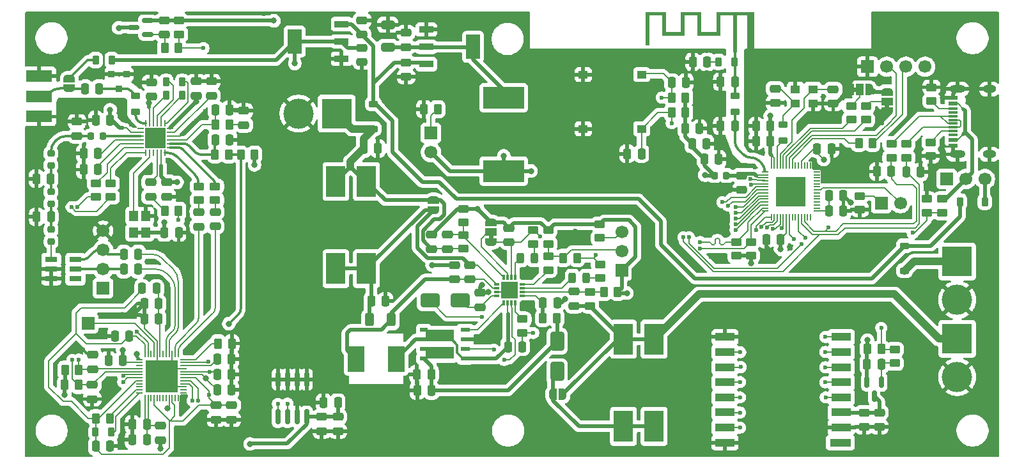
<source format=gbr>
%TF.GenerationSoftware,KiCad,Pcbnew,9.0.6*%
%TF.CreationDate,2025-12-05T09:42:18+02:00*%
%TF.ProjectId,sig_scan_pcb,7369675f-7363-4616-9e5f-7063622e6b69,1*%
%TF.SameCoordinates,Original*%
%TF.FileFunction,Copper,L1,Top*%
%TF.FilePolarity,Positive*%
%FSLAX46Y46*%
G04 Gerber Fmt 4.6, Leading zero omitted, Abs format (unit mm)*
G04 Created by KiCad (PCBNEW 9.0.6) date 2025-12-05 09:42:18*
%MOMM*%
%LPD*%
G01*
G04 APERTURE LIST*
G04 Aperture macros list*
%AMRoundRect*
0 Rectangle with rounded corners*
0 $1 Rounding radius*
0 $2 $3 $4 $5 $6 $7 $8 $9 X,Y pos of 4 corners*
0 Add a 4 corners polygon primitive as box body*
4,1,4,$2,$3,$4,$5,$6,$7,$8,$9,$2,$3,0*
0 Add four circle primitives for the rounded corners*
1,1,$1+$1,$2,$3*
1,1,$1+$1,$4,$5*
1,1,$1+$1,$6,$7*
1,1,$1+$1,$8,$9*
0 Add four rect primitives between the rounded corners*
20,1,$1+$1,$2,$3,$4,$5,0*
20,1,$1+$1,$4,$5,$6,$7,0*
20,1,$1+$1,$6,$7,$8,$9,0*
20,1,$1+$1,$8,$9,$2,$3,0*%
%AMFreePoly0*
4,1,23,0.550000,-0.750000,0.000000,-0.750000,0.000000,-0.745722,-0.065263,-0.745722,-0.191342,-0.711940,-0.304381,-0.646677,-0.396677,-0.554381,-0.461940,-0.441342,-0.495722,-0.315263,-0.495722,-0.250000,-0.500000,-0.250000,-0.500000,0.250000,-0.495722,0.250000,-0.495722,0.315263,-0.461940,0.441342,-0.396677,0.554381,-0.304381,0.646677,-0.191342,0.711940,-0.065263,0.745722,0.000000,0.745722,
0.000000,0.750000,0.550000,0.750000,0.550000,-0.750000,0.550000,-0.750000,$1*%
%AMFreePoly1*
4,1,23,0.000000,0.745722,0.065263,0.745722,0.191342,0.711940,0.304381,0.646677,0.396677,0.554381,0.461940,0.441342,0.495722,0.315263,0.495722,0.250000,0.500000,0.250000,0.500000,-0.250000,0.495722,-0.250000,0.495722,-0.315263,0.461940,-0.441342,0.396677,-0.554381,0.304381,-0.646677,0.191342,-0.711940,0.065263,-0.745722,0.000000,-0.745722,0.000000,-0.750000,-0.550000,-0.750000,
-0.550000,0.750000,0.000000,0.750000,0.000000,0.745722,0.000000,0.745722,$1*%
%AMFreePoly2*
4,1,23,0.500000,-0.750000,0.000000,-0.750000,0.000000,-0.745722,-0.065263,-0.745722,-0.191342,-0.711940,-0.304381,-0.646677,-0.396677,-0.554381,-0.461940,-0.441342,-0.495722,-0.315263,-0.495722,-0.250000,-0.500000,-0.250000,-0.500000,0.250000,-0.495722,0.250000,-0.495722,0.315263,-0.461940,0.441342,-0.396677,0.554381,-0.304381,0.646677,-0.191342,0.711940,-0.065263,0.745722,0.000000,0.745722,
0.000000,0.750000,0.500000,0.750000,0.500000,-0.750000,0.500000,-0.750000,$1*%
%AMFreePoly3*
4,1,23,0.000000,0.745722,0.065263,0.745722,0.191342,0.711940,0.304381,0.646677,0.396677,0.554381,0.461940,0.441342,0.495722,0.315263,0.495722,0.250000,0.500000,0.250000,0.500000,-0.250000,0.495722,-0.250000,0.495722,-0.315263,0.461940,-0.441342,0.396677,-0.554381,0.304381,-0.646677,0.191342,-0.711940,0.065263,-0.745722,0.000000,-0.745722,0.000000,-0.750000,-0.500000,-0.750000,
-0.500000,0.750000,0.000000,0.750000,0.000000,0.745722,0.000000,0.745722,$1*%
G04 Aperture macros list end*
%TA.AperFunction,EtchedComponent*%
%ADD10C,0.000000*%
%TD*%
%TA.AperFunction,SMDPad,CuDef*%
%ADD11RoundRect,0.250000X-0.250000X-0.475000X0.250000X-0.475000X0.250000X0.475000X-0.250000X0.475000X0*%
%TD*%
%TA.AperFunction,SMDPad,CuDef*%
%ADD12RoundRect,0.250000X-0.450000X0.262500X-0.450000X-0.262500X0.450000X-0.262500X0.450000X0.262500X0*%
%TD*%
%TA.AperFunction,SMDPad,CuDef*%
%ADD13RoundRect,0.218750X-0.256250X0.218750X-0.256250X-0.218750X0.256250X-0.218750X0.256250X0.218750X0*%
%TD*%
%TA.AperFunction,ComponentPad*%
%ADD14R,4.000000X4.000000*%
%TD*%
%TA.AperFunction,ComponentPad*%
%ADD15C,4.000000*%
%TD*%
%TA.AperFunction,SMDPad,CuDef*%
%ADD16RoundRect,0.250000X0.250000X0.475000X-0.250000X0.475000X-0.250000X-0.475000X0.250000X-0.475000X0*%
%TD*%
%TA.AperFunction,SMDPad,CuDef*%
%ADD17RoundRect,0.250000X0.262500X0.450000X-0.262500X0.450000X-0.262500X-0.450000X0.262500X-0.450000X0*%
%TD*%
%TA.AperFunction,SMDPad,CuDef*%
%ADD18R,0.800000X0.300000*%
%TD*%
%TA.AperFunction,SMDPad,CuDef*%
%ADD19R,0.300000X0.800000*%
%TD*%
%TA.AperFunction,SMDPad,CuDef*%
%ADD20R,2.240000X2.240000*%
%TD*%
%TA.AperFunction,ComponentPad*%
%ADD21C,0.600000*%
%TD*%
%TA.AperFunction,SMDPad,CuDef*%
%ADD22RoundRect,0.250000X0.475000X-0.250000X0.475000X0.250000X-0.475000X0.250000X-0.475000X-0.250000X0*%
%TD*%
%TA.AperFunction,SMDPad,CuDef*%
%ADD23R,1.250000X1.000000*%
%TD*%
%TA.AperFunction,SMDPad,CuDef*%
%ADD24RoundRect,0.027500X-0.082500X0.392500X-0.082500X-0.392500X0.082500X-0.392500X0.082500X0.392500X0*%
%TD*%
%TA.AperFunction,SMDPad,CuDef*%
%ADD25RoundRect,0.027500X-0.392500X0.082500X-0.392500X-0.082500X0.392500X-0.082500X0.392500X0.082500X0*%
%TD*%
%TA.AperFunction,SMDPad,CuDef*%
%ADD26R,4.300000X4.300000*%
%TD*%
%TA.AperFunction,SMDPad,CuDef*%
%ADD27RoundRect,0.250000X-1.000000X-0.650000X1.000000X-0.650000X1.000000X0.650000X-1.000000X0.650000X0*%
%TD*%
%TA.AperFunction,SMDPad,CuDef*%
%ADD28RoundRect,0.225000X-0.375000X0.225000X-0.375000X-0.225000X0.375000X-0.225000X0.375000X0.225000X0*%
%TD*%
%TA.AperFunction,SMDPad,CuDef*%
%ADD29RoundRect,0.218750X-0.218750X-0.256250X0.218750X-0.256250X0.218750X0.256250X-0.218750X0.256250X0*%
%TD*%
%TA.AperFunction,SMDPad,CuDef*%
%ADD30RoundRect,0.218750X0.218750X0.381250X-0.218750X0.381250X-0.218750X-0.381250X0.218750X-0.381250X0*%
%TD*%
%TA.AperFunction,SMDPad,CuDef*%
%ADD31RoundRect,0.243750X-0.243750X-0.456250X0.243750X-0.456250X0.243750X0.456250X-0.243750X0.456250X0*%
%TD*%
%TA.AperFunction,SMDPad,CuDef*%
%ADD32RoundRect,0.250000X-0.475000X0.250000X-0.475000X-0.250000X0.475000X-0.250000X0.475000X0.250000X0*%
%TD*%
%TA.AperFunction,SMDPad,CuDef*%
%ADD33RoundRect,0.250000X-0.262500X-0.450000X0.262500X-0.450000X0.262500X0.450000X-0.262500X0.450000X0*%
%TD*%
%TA.AperFunction,SMDPad,CuDef*%
%ADD34FreePoly0,0.000000*%
%TD*%
%TA.AperFunction,SMDPad,CuDef*%
%ADD35R,1.000000X1.500000*%
%TD*%
%TA.AperFunction,SMDPad,CuDef*%
%ADD36FreePoly1,0.000000*%
%TD*%
%TA.AperFunction,SMDPad,CuDef*%
%ADD37RoundRect,0.150000X-0.150000X0.825000X-0.150000X-0.825000X0.150000X-0.825000X0.150000X0.825000X0*%
%TD*%
%TA.AperFunction,SMDPad,CuDef*%
%ADD38RoundRect,0.150000X0.587500X0.150000X-0.587500X0.150000X-0.587500X-0.150000X0.587500X-0.150000X0*%
%TD*%
%TA.AperFunction,SMDPad,CuDef*%
%ADD39R,1.270000X0.610000*%
%TD*%
%TA.AperFunction,SMDPad,CuDef*%
%ADD40R,1.020000X0.610000*%
%TD*%
%TA.AperFunction,SMDPad,CuDef*%
%ADD41R,3.810000X1.650000*%
%TD*%
%TA.AperFunction,SMDPad,CuDef*%
%ADD42R,2.550000X4.150000*%
%TD*%
%TA.AperFunction,SMDPad,CuDef*%
%ADD43R,2.235200X3.429000*%
%TD*%
%TA.AperFunction,SMDPad,CuDef*%
%ADD44RoundRect,0.218750X-0.381250X0.218750X-0.381250X-0.218750X0.381250X-0.218750X0.381250X0.218750X0*%
%TD*%
%TA.AperFunction,SMDPad,CuDef*%
%ADD45RoundRect,0.250000X-0.312500X-0.625000X0.312500X-0.625000X0.312500X0.625000X-0.312500X0.625000X0*%
%TD*%
%TA.AperFunction,SMDPad,CuDef*%
%ADD46RoundRect,0.050000X-0.350000X-0.050000X0.350000X-0.050000X0.350000X0.050000X-0.350000X0.050000X0*%
%TD*%
%TA.AperFunction,SMDPad,CuDef*%
%ADD47RoundRect,0.050000X-0.050000X-0.350000X0.050000X-0.350000X0.050000X0.350000X-0.050000X0.350000X0*%
%TD*%
%TA.AperFunction,HeatsinkPad*%
%ADD48R,4.000000X4.000000*%
%TD*%
%TA.AperFunction,SMDPad,CuDef*%
%ADD49R,5.400000X2.900000*%
%TD*%
%TA.AperFunction,SMDPad,CuDef*%
%ADD50R,1.650000X0.760000*%
%TD*%
%TA.AperFunction,SMDPad,CuDef*%
%ADD51RoundRect,0.250000X-0.650000X0.325000X-0.650000X-0.325000X0.650000X-0.325000X0.650000X0.325000X0*%
%TD*%
%TA.AperFunction,SMDPad,CuDef*%
%ADD52R,1.240000X0.600000*%
%TD*%
%TA.AperFunction,SMDPad,CuDef*%
%ADD53R,1.240000X0.300000*%
%TD*%
%TA.AperFunction,HeatsinkPad*%
%ADD54O,2.100000X1.000000*%
%TD*%
%TA.AperFunction,HeatsinkPad*%
%ADD55O,1.800000X1.000000*%
%TD*%
%TA.AperFunction,SMDPad,CuDef*%
%ADD56RoundRect,0.218750X-0.218750X-0.381250X0.218750X-0.381250X0.218750X0.381250X-0.218750X0.381250X0*%
%TD*%
%TA.AperFunction,SMDPad,CuDef*%
%ADD57RoundRect,0.250000X0.450000X-0.262500X0.450000X0.262500X-0.450000X0.262500X-0.450000X-0.262500X0*%
%TD*%
%TA.AperFunction,SMDPad,CuDef*%
%ADD58RoundRect,0.218750X0.218750X0.256250X-0.218750X0.256250X-0.218750X-0.256250X0.218750X-0.256250X0*%
%TD*%
%TA.AperFunction,ComponentPad*%
%ADD59R,1.700000X1.700000*%
%TD*%
%TA.AperFunction,ComponentPad*%
%ADD60C,1.700000*%
%TD*%
%TA.AperFunction,SMDPad,CuDef*%
%ADD61R,0.812800X0.889000*%
%TD*%
%TA.AperFunction,SMDPad,CuDef*%
%ADD62R,1.850000X0.900000*%
%TD*%
%TA.AperFunction,SMDPad,CuDef*%
%ADD63R,1.850000X3.200000*%
%TD*%
%TA.AperFunction,SMDPad,CuDef*%
%ADD64RoundRect,0.150000X-0.150000X0.587500X-0.150000X-0.587500X0.150000X-0.587500X0.150000X0.587500X0*%
%TD*%
%TA.AperFunction,SMDPad,CuDef*%
%ADD65RoundRect,0.218750X0.381250X-0.218750X0.381250X0.218750X-0.381250X0.218750X-0.381250X-0.218750X0*%
%TD*%
%TA.AperFunction,SMDPad,CuDef*%
%ADD66R,0.810000X0.260000*%
%TD*%
%TA.AperFunction,SMDPad,CuDef*%
%ADD67R,0.260000X0.810000*%
%TD*%
%TA.AperFunction,SMDPad,CuDef*%
%ADD68R,2.700000X2.700000*%
%TD*%
%TA.AperFunction,SMDPad,CuDef*%
%ADD69R,2.800000X1.100000*%
%TD*%
%TA.AperFunction,SMDPad,CuDef*%
%ADD70R,2.600000X1.100000*%
%TD*%
%TA.AperFunction,SMDPad,CuDef*%
%ADD71RoundRect,0.225000X-0.225000X-0.375000X0.225000X-0.375000X0.225000X0.375000X-0.225000X0.375000X0*%
%TD*%
%TA.AperFunction,SMDPad,CuDef*%
%ADD72FreePoly2,270.000000*%
%TD*%
%TA.AperFunction,SMDPad,CuDef*%
%ADD73FreePoly3,270.000000*%
%TD*%
%TA.AperFunction,SMDPad,CuDef*%
%ADD74FreePoly0,90.000000*%
%TD*%
%TA.AperFunction,SMDPad,CuDef*%
%ADD75R,1.500000X1.000000*%
%TD*%
%TA.AperFunction,SMDPad,CuDef*%
%ADD76FreePoly1,90.000000*%
%TD*%
%TA.AperFunction,SMDPad,CuDef*%
%ADD77FreePoly2,90.000000*%
%TD*%
%TA.AperFunction,SMDPad,CuDef*%
%ADD78FreePoly3,90.000000*%
%TD*%
%TA.AperFunction,SMDPad,CuDef*%
%ADD79RoundRect,0.250000X-0.650000X1.000000X-0.650000X-1.000000X0.650000X-1.000000X0.650000X1.000000X0*%
%TD*%
%TA.AperFunction,SMDPad,CuDef*%
%ADD80R,1.200000X1.400000*%
%TD*%
%TA.AperFunction,SMDPad,CuDef*%
%ADD81FreePoly2,0.000000*%
%TD*%
%TA.AperFunction,SMDPad,CuDef*%
%ADD82FreePoly3,0.000000*%
%TD*%
%TA.AperFunction,SMDPad,CuDef*%
%ADD83R,3.500000X1.500000*%
%TD*%
%TA.AperFunction,ConnectorPad*%
%ADD84R,0.500000X0.500000*%
%TD*%
%TA.AperFunction,ComponentPad*%
%ADD85R,0.900000X0.500000*%
%TD*%
%TA.AperFunction,SMDPad,CuDef*%
%ADD86R,1.300000X1.050000*%
%TD*%
%TA.AperFunction,ViaPad*%
%ADD87C,0.600000*%
%TD*%
%TA.AperFunction,ViaPad*%
%ADD88C,0.800000*%
%TD*%
%TA.AperFunction,Conductor*%
%ADD89C,0.340000*%
%TD*%
%TA.AperFunction,Conductor*%
%ADD90C,0.300000*%
%TD*%
%TA.AperFunction,Conductor*%
%ADD91C,0.500000*%
%TD*%
%TA.AperFunction,Conductor*%
%ADD92C,0.200000*%
%TD*%
%TA.AperFunction,Conductor*%
%ADD93C,1.000000*%
%TD*%
G04 APERTURE END LIST*
D10*
%TA.AperFunction,EtchedComponent*%
%TO.C,JP3*%
G36*
X132037500Y-32074450D02*
G01*
X131537500Y-32074450D01*
X131537500Y-31474450D01*
X132037500Y-31474450D01*
X132037500Y-32074450D01*
G37*
%TD.AperFunction*%
%TA.AperFunction,EtchedComponent*%
%TO.C,JP2*%
G36*
X136344300Y-34244650D02*
G01*
X135744300Y-34244650D01*
X135744300Y-33744650D01*
X136344300Y-33744650D01*
X136344300Y-34244650D01*
G37*
%TD.AperFunction*%
%TA.AperFunction,EtchedComponent*%
%TO.C,J13*%
G36*
X83918699Y-51562399D02*
G01*
X83318699Y-51562399D01*
X83318699Y-51062399D01*
X83918699Y-51062399D01*
X83918699Y-51562399D01*
G37*
%TD.AperFunction*%
%TA.AperFunction,EtchedComponent*%
%TO.C,AE1*%
G36*
X118453381Y-26859800D02*
G01*
X117553381Y-26859800D01*
X117553381Y-26601642D01*
X117855159Y-26601642D01*
X117861690Y-26651168D01*
X117882249Y-26696353D01*
X117915892Y-26731587D01*
X117934503Y-26742200D01*
X117980018Y-26755100D01*
X118028537Y-26755843D01*
X118071200Y-26743735D01*
X118079112Y-26739381D01*
X118117055Y-26706597D01*
X118141123Y-26664195D01*
X118150964Y-26616585D01*
X118146228Y-26568178D01*
X118126566Y-26523384D01*
X118091626Y-26486614D01*
X118058734Y-26469708D01*
X118010648Y-26461818D01*
X117961063Y-26468392D01*
X117915753Y-26488487D01*
X117880493Y-26521157D01*
X117863599Y-26553383D01*
X117855159Y-26601642D01*
X117553381Y-26601642D01*
X117553381Y-21959800D01*
X116153381Y-21959800D01*
X116153381Y-26859800D01*
X115653381Y-26859800D01*
X115653381Y-21959800D01*
X113953381Y-21959800D01*
X113953381Y-24599800D01*
X110953381Y-24599800D01*
X110953381Y-21959800D01*
X109253381Y-21959800D01*
X109253381Y-24599800D01*
X106253381Y-24599800D01*
X106253381Y-21959800D01*
X104553381Y-21959800D01*
X104553381Y-25899800D01*
X104053381Y-25899800D01*
X104053381Y-21459800D01*
X106753381Y-21459800D01*
X106753381Y-24099800D01*
X108753381Y-24099800D01*
X108753381Y-21459800D01*
X111453381Y-21459800D01*
X111453381Y-24099800D01*
X113453381Y-24099800D01*
X113453381Y-21459800D01*
X118453381Y-21459800D01*
X118453381Y-26616585D01*
X118453381Y-26859800D01*
G37*
%TD.AperFunction*%
%TD*%
D11*
%TO.P,C41,1*%
%TO.N,GND*%
X118695830Y-38572250D03*
%TO.P,C41,2*%
%TO.N,+3.3V*%
X120595830Y-38572250D03*
%TD*%
D12*
%TO.P,R26,1*%
%TO.N,Net-(J9-Pin_1)*%
X132460230Y-45847349D03*
%TO.P,R26,2*%
%TO.N,GND*%
X132460230Y-47672349D03*
%TD*%
D13*
%TO.P,L6,1*%
%TO.N,Net-(C14-Pad1)*%
X25300300Y-40232650D03*
%TO.P,L6,2*%
%TO.N,Net-(C19-Pad1)*%
X25300300Y-41807652D03*
%TD*%
D14*
%TO.P,J2,1,Pin_1*%
%TO.N,Net-(D1-A)*%
X145338800Y-54533800D03*
D15*
%TO.P,J2,2,Pin_2*%
%TO.N,GND*%
X145338800Y-59613799D03*
%TD*%
D16*
%TO.P,C59,1*%
%TO.N,Net-(C56-Pad1)*%
X38001090Y-78177016D03*
%TO.P,C59,2*%
%TO.N,GND*%
X36101092Y-78177016D03*
%TD*%
D17*
%TO.P,R14,1*%
%TO.N,/GPIO1*%
X42209201Y-26262651D03*
%TO.P,R14,2*%
%TO.N,Net-(Q1-G)*%
X40384201Y-26262651D03*
%TD*%
D18*
%TO.P,IC2,1,VCC*%
%TO.N,Net-(IC2-VCC)*%
X87755300Y-59090600D03*
%TO.P,IC2,2,MPPSET*%
%TO.N,Net-(IC2-MPPSET)*%
X87755300Y-58590599D03*
%TO.P,IC2,3,STAT1*%
%TO.N,Net-(D4-K)*%
X87755300Y-58090599D03*
%TO.P,IC2,4,TS*%
%TO.N,Net-(IC2-TS)*%
X87755300Y-57590598D03*
D19*
%TO.P,IC2,5,STAT2*%
%TO.N,Net-(D5-K)*%
X86805301Y-56640599D03*
%TO.P,IC2,6,VREF*%
%TO.N,/VREF*%
X86305300Y-56640599D03*
%TO.P,IC2,7,TERM_EN*%
%TO.N,Net-(IC2-TERM_EN)*%
X85805300Y-56640599D03*
%TO.P,IC2,8,VFB*%
%TO.N,Net-(IC2-VFB)*%
X85305299Y-56640599D03*
D18*
%TO.P,IC2,9,SRN*%
%TO.N,Net-(IC2-SRN)*%
X84355300Y-57590598D03*
%TO.P,IC2,10,SRP*%
%TO.N,Net-(IC2-SRP)*%
X84355300Y-58090599D03*
%TO.P,IC2,11,GND*%
%TO.N,GND*%
X84355300Y-58590599D03*
%TO.P,IC2,12,REGN*%
%TO.N,Net-(D6-A)*%
X84355300Y-59090600D03*
D19*
%TO.P,IC2,13,LODRV*%
%TO.N,Net-(IC2-LODRV)*%
X85305299Y-60040599D03*
%TO.P,IC2,14,PH*%
%TO.N,Net-(IC2-PH)*%
X85805300Y-60040599D03*
%TO.P,IC2,15,HIDRV*%
%TO.N,Net-(IC2-HIDRV)*%
X86305300Y-60040599D03*
%TO.P,IC2,16,BTST*%
%TO.N,Net-(IC2-BTST)*%
X86805301Y-60040599D03*
D20*
%TO.P,IC2,17,EP*%
%TO.N,GND*%
X86055300Y-58340599D03*
D21*
%TO.P,IC2,18,VIA_A*%
%TO.N,GNDA*%
X86588700Y-58848599D03*
X86588700Y-57832599D03*
%TO.P,IC2,19,VIA_B*%
%TO.N,GND*%
X85521900Y-58848599D03*
X85521900Y-57832599D03*
%TD*%
D22*
%TO.P,C15,1*%
%TO.N,GND*%
X66497200Y-28117800D03*
%TO.P,C15,2*%
%TO.N,+5V*%
X66497200Y-26217802D03*
%TD*%
D23*
%TO.P,SW2,1,1*%
%TO.N,GND*%
X95807700Y-29767850D03*
%TO.P,SW2,2,2*%
%TO.N,/CHIP_PU*%
X103557700Y-29767850D03*
%TD*%
D24*
%TO.P,U5,1,VIP*%
%TO.N,Net-(U5-VIP)*%
X42165092Y-66797817D03*
%TO.P,U5,2,VIN*%
%TO.N,Net-(U5-VIN)*%
X41765092Y-66797816D03*
%TO.P,U5,3,GNDA*%
%TO.N,GND*%
X41365092Y-66797816D03*
%TO.P,U5,4,VQP*%
%TO.N,Net-(U5-VQP)*%
X40965092Y-66797816D03*
%TO.P,U5,5,VQN*%
%TO.N,Net-(U5-VQN)*%
X40565092Y-66797817D03*
%TO.P,U5,6,VINR*%
%TO.N,unconnected-(U5-VINR-Pad6)*%
X40165092Y-66797816D03*
%TO.P,U5,7,VDDPLL*%
%TO.N,Net-(U5-VDDPLL)*%
X39765092Y-66797816D03*
%TO.P,U5,8,GNDPLL*%
%TO.N,GND*%
X39365092Y-66797817D03*
%TO.P,U5,9,TP_CKO*%
%TO.N,Net-(J7-Pin_1)*%
X38965092Y-66797816D03*
%TO.P,U5,10,XO*%
%TO.N,unconnected-(U5-XO-Pad10)*%
X38565092Y-66797816D03*
%TO.P,U5,11,XI*%
%TO.N,Net-(U5-XI)*%
X38165092Y-66797816D03*
%TO.P,U5,12,VDD1*%
%TO.N,+1V2*%
X37765092Y-66797817D03*
D25*
%TO.P,U5,13,AGC_IF*%
%TO.N,Net-(U5-AGC_IF)*%
X37030093Y-67532816D03*
%TO.P,U5,14,VDD3*%
%TO.N,3.3V*%
X37030092Y-67932816D03*
%TO.P,U5,15,AGC_RF*%
%TO.N,unconnected-(U5-AGC_RF-Pad15)*%
X37030092Y-68332816D03*
%TO.P,U5,16,I2C_SCLT*%
%TO.N,Net-(U5-I2C_SCLT)*%
X37030092Y-68732816D03*
%TO.P,U5,17,I2C_SDAT*%
%TO.N,Net-(U5-I2C_SDAT)*%
X37030093Y-69132816D03*
%TO.P,U5,18,I2C_SCL*%
%TO.N,/SCL*%
X37030092Y-69532816D03*
%TO.P,U5,19,I2C_SDA*%
%TO.N,/SDA*%
X37030092Y-69932816D03*
%TO.P,U5,20,VDD1*%
%TO.N,+1V2*%
X37030093Y-70332816D03*
%TO.P,U5,21,GPIO7_x*%
%TO.N,unconnected-(U5-GPIO7_x-Pad21)*%
X37030092Y-70732816D03*
%TO.P,U5,22,GPIO6_x*%
%TO.N,unconnected-(U5-GPIO6_x-Pad22)*%
X37030092Y-71132816D03*
%TO.P,U5,23,FB*%
%TO.N,Net-(U5-FB)*%
X37030092Y-71532816D03*
%TO.P,U5,24,REG_OUT*%
%TO.N,Net-(U5-REG_OUT)*%
X37030093Y-71932816D03*
D24*
%TO.P,U5,25,SW_VDD3*%
%TO.N,Net-(C56-Pad1)*%
X37765092Y-72667815D03*
%TO.P,U5,26,SW_VDD3*%
X38165092Y-72667816D03*
%TO.P,U5,27,ENSWREG*%
%TO.N,unconnected-(U5-ENSWREG-Pad27)*%
X38565092Y-72667816D03*
%TO.P,U5,28,VDD1*%
%TO.N,+1V2*%
X38965092Y-72667816D03*
%TO.P,U5,29,GPIO5_in_clock_source*%
%TO.N,unconnected-(U5-GPIO5_in_clock_source-Pad29)*%
X39365092Y-72667815D03*
%TO.P,U5,30,GPIO4_out_antenna_power*%
%TO.N,unconnected-(U5-GPIO4_out_antenna_power-Pad30)*%
X39765092Y-72667816D03*
%TO.P,U5,31,GPIO2_in_I2_C_mode*%
%TO.N,unconnected-(U5-GPIO2_in_I2_C_mode-Pad31)*%
X40165092Y-72667816D03*
%TO.P,U5,32,GPIO1_in_select_clock_source*%
%TO.N,unconnected-(U5-GPIO1_in_select_clock_source-Pad32)*%
X40565092Y-72667815D03*
%TO.P,U5,33,VDD3*%
%TO.N,3.3V*%
X40965092Y-72667816D03*
%TO.P,U5,34,VDD1*%
%TO.N,+1V2*%
X41365092Y-72667816D03*
%TO.P,U5,35,M_ERR*%
%TO.N,unconnected-(U5-M_ERR-Pad35)*%
X41765092Y-72667816D03*
%TO.P,U5,36,GPIO3_in_USB_remote_*%
%TO.N,unconnected-(U5-GPIO3_in_USB_remote_-Pad36)*%
X42165092Y-72667815D03*
D25*
%TO.P,U5,37,GPIO0_out__VDD1_power_control*%
%TO.N,unconnected-(U5-GPIO0_out__VDD1_power_control-Pad37)*%
X42900091Y-71932816D03*
%TO.P,U5,38,IRRC*%
%TO.N,unconnected-(U5-IRRC-Pad38)*%
X42900092Y-71532816D03*
%TO.P,U5,39,SEGND*%
%TO.N,GND*%
X42900092Y-71132816D03*
%TO.P,U5,40,USB_D+_(HSDP)*%
%TO.N,/USBD+*%
X42900092Y-70732816D03*
%TO.P,U5,41,USB_D\u2212_(HSDM)*%
%TO.N,/USBD-*%
X42900091Y-70332816D03*
%TO.P,U5,42,UVDDA*%
%TO.N,+1V2*%
X42900092Y-69932816D03*
%TO.P,U5,43,VDDA33*%
%TO.N,3.3V*%
X42900092Y-69532816D03*
%TO.P,U5,44,VDDA*%
%TO.N,+1V2*%
X42900091Y-69132816D03*
%TO.P,U5,45,GNDA*%
%TO.N,GND*%
X42900092Y-68732816D03*
%TO.P,U5,46,VCMI*%
%TO.N,Net-(U5-VCMI)*%
X42900092Y-68332816D03*
%TO.P,U5,47,VDDA*%
%TO.N,+1V2*%
X42900092Y-67932816D03*
%TO.P,U5,48,R12K*%
%TO.N,Net-(U5-R12K)*%
X42900091Y-67532816D03*
D26*
%TO.P,U5,49,GND*%
%TO.N,GND*%
X39965092Y-69732816D03*
%TD*%
D12*
%TO.P,R19,1*%
%TO.N,/SCL*%
X118033800Y-51944900D03*
%TO.P,R19,2*%
%TO.N,+3.3V*%
X118033800Y-53769900D03*
%TD*%
D11*
%TO.P,C48,1*%
%TO.N,Net-(U4-VDD_SPI)*%
X128374500Y-47852650D03*
%TO.P,C48,2*%
%TO.N,GND*%
X130274500Y-47852650D03*
%TD*%
D16*
%TO.P,C20,1*%
%TO.N,Net-(U3-DET2)*%
X31533499Y-42366250D03*
%TO.P,C20,2*%
%TO.N,GND*%
X29633501Y-42366250D03*
%TD*%
%TO.P,C4,1*%
%TO.N,GND*%
X48983299Y-34416050D03*
%TO.P,C4,2*%
%TO.N,Net-(U3-CP)*%
X47083301Y-34416050D03*
%TD*%
D27*
%TO.P,D6,1,K*%
%TO.N,Net-(D6-K)*%
X75529298Y-59700199D03*
%TO.P,D6,2,A*%
%TO.N,Net-(D6-A)*%
X79529300Y-59700199D03*
%TD*%
D28*
%TO.P,D7,1,K*%
%TO.N,+15V*%
X68021200Y-33656000D03*
%TO.P,D7,2,A*%
%TO.N,Net-(D7-A)*%
X68021200Y-36956000D03*
%TD*%
D22*
%TO.P,C68,1*%
%TO.N,GND*%
X133003600Y-76463048D03*
%TO.P,C68,2*%
%TO.N,Net-(Q2-D)*%
X133003600Y-74563050D03*
%TD*%
D12*
%TO.P,R34,1*%
%TO.N,GNDA*%
X91187900Y-50405699D03*
%TO.P,R34,2*%
%TO.N,Net-(J12-Pin_2)*%
X91187900Y-52230699D03*
%TD*%
D29*
%TO.P,L12,1*%
%TO.N,+3.3V*%
X113195400Y-43153650D03*
%TO.P,L12,2*%
%TO.N,Net-(C45-Pad2)*%
X114770400Y-43153650D03*
%TD*%
D30*
%TO.P,L4,1,1*%
%TO.N,Net-(U3-TF2N)*%
X42695000Y-30758450D03*
%TO.P,L4,2,2*%
%TO.N,Net-(U3-TF1N)*%
X40570000Y-30758450D03*
%TD*%
D16*
%TO.P,C50,1*%
%TO.N,3.3V*%
X63306999Y-73228200D03*
%TO.P,C50,2*%
%TO.N,GND*%
X61407001Y-73228200D03*
%TD*%
D31*
%TO.P,D5,1,K*%
%TO.N,Net-(D5-K)*%
X87481799Y-54112199D03*
%TO.P,D5,2,A*%
%TO.N,Net-(D5-A)*%
X89356801Y-54112199D03*
%TD*%
D32*
%TO.P,C21,1*%
%TO.N,Net-(U3-CLK_OUT)*%
X38508300Y-44047652D03*
%TO.P,C21,2*%
%TO.N,Net-(C21-Pad2)*%
X38508300Y-45947650D03*
%TD*%
D33*
%TO.P,R16,1*%
%TO.N,/CHIP_PU*%
X107533200Y-32815850D03*
%TO.P,R16,2*%
%TO.N,+3.3V*%
X109358200Y-32815850D03*
%TD*%
%TO.P,R18,1*%
%TO.N,Net-(C21-Pad2)*%
X40389800Y-47801850D03*
%TO.P,R18,2*%
%TO.N,Net-(U5-XI)*%
X42214800Y-47801850D03*
%TD*%
D34*
%TO.P,JP3,1,A*%
%TO.N,GND*%
X131137500Y-31774450D03*
D35*
%TO.P,JP3,2,C*%
%TO.N,Net-(JP3-C)*%
X132437500Y-31774450D03*
D36*
%TO.P,JP3,3,B*%
%TO.N,+3.3V*%
X133737500Y-31774450D03*
%TD*%
D16*
%TO.P,C13,1*%
%TO.N,/USBD+*%
X136623498Y-42620250D03*
%TO.P,C13,2*%
%TO.N,GND*%
X134723500Y-42620250D03*
%TD*%
D32*
%TO.P,C77,1*%
%TO.N,GNDA*%
X75742800Y-50977800D03*
%TO.P,C77,2*%
%TO.N,Net-(D7-A)*%
X75742800Y-52877798D03*
%TD*%
D37*
%TO.P,U6,1,E0*%
%TO.N,GND*%
X59182000Y-70157800D03*
%TO.P,U6,2,E1*%
X57912000Y-70157800D03*
%TO.P,U6,3,E2*%
X56642000Y-70157800D03*
%TO.P,U6,4,VSS*%
X55372000Y-70157800D03*
%TO.P,U6,5,SDA*%
%TO.N,/SDA*%
X55372000Y-75107800D03*
%TO.P,U6,6,SCL*%
%TO.N,/SCL*%
X56642000Y-75107800D03*
%TO.P,U6,7,~{WC}*%
%TO.N,GND*%
X57912000Y-75107800D03*
%TO.P,U6,8,VCC*%
%TO.N,3.3V*%
X59182000Y-75107800D03*
%TD*%
D38*
%TO.P,Q1,1,G*%
%TO.N,Net-(Q1-G)*%
X38091700Y-24494850D03*
%TO.P,Q1,2,S*%
%TO.N,+3.3V*%
X38091700Y-22594850D03*
%TO.P,Q1,3,D*%
%TO.N,3.3V*%
X36216699Y-23544850D03*
%TD*%
D11*
%TO.P,C55,1*%
%TO.N,Net-(U5-VCMI)*%
X47330994Y-67509016D03*
%TO.P,C55,2*%
%TO.N,GND*%
X49230992Y-67509016D03*
%TD*%
D22*
%TO.P,C45,1*%
%TO.N,GND*%
X116750230Y-45059449D03*
%TO.P,C45,2*%
%TO.N,Net-(C45-Pad2)*%
X116750230Y-43159451D03*
%TD*%
D32*
%TO.P,C51,1*%
%TO.N,3.3V*%
X63322200Y-75112801D03*
%TO.P,C51,2*%
%TO.N,GND*%
X63322200Y-77012799D03*
%TD*%
D11*
%TO.P,C37,1*%
%TO.N,Net-(J8-Pin_2)*%
X34952300Y-55574250D03*
%TO.P,C37,2*%
%TO.N,Net-(U5-VQN)*%
X36852298Y-55574250D03*
%TD*%
D12*
%TO.P,R23,1*%
%TO.N,GND*%
X141351000Y-46257200D03*
%TO.P,R23,2*%
%TO.N,Net-(U4-GPIO18)*%
X141351000Y-48082200D03*
%TD*%
D17*
%TO.P,R32,1*%
%TO.N,GNDA*%
X100380800Y-58582599D03*
%TO.P,R32,2*%
%TO.N,Net-(IC2-MPPSET)*%
X98555800Y-58582599D03*
%TD*%
D16*
%TO.P,C24,1*%
%TO.N,GND*%
X109421099Y-30809250D03*
%TO.P,C24,2*%
%TO.N,/CHIP_PU*%
X107521101Y-30809250D03*
%TD*%
D11*
%TO.P,C40,1*%
%TO.N,GND*%
X118695830Y-36591050D03*
%TO.P,C40,2*%
%TO.N,+3.3V*%
X120595830Y-36591050D03*
%TD*%
D39*
%TO.P,Q3,1*%
%TO.N,Net-(IC2-PH)*%
X80174100Y-67389399D03*
%TO.P,Q3,2*%
%TO.N,Net-(IC2-HIDRV)*%
X80174099Y-66119399D03*
%TO.P,Q3,3*%
%TO.N,GND*%
X80174099Y-64849399D03*
%TO.P,Q3,4*%
%TO.N,Net-(IC2-LODRV)*%
X80174100Y-63579399D03*
D40*
%TO.P,Q3,5*%
%TO.N,Net-(IC2-PH)*%
X74709099Y-63579399D03*
%TO.P,Q3,6*%
X74709099Y-64849399D03*
%TO.P,Q3,7*%
%TO.N,Net-(D3-K)*%
X74709099Y-66119399D03*
%TO.P,Q3,8*%
X74709099Y-67389399D03*
D41*
%TO.P,Q3,9*%
X76814099Y-66614399D03*
%TO.P,Q3,10*%
%TO.N,Net-(IC2-PH)*%
X76814099Y-64354399D03*
%TD*%
D22*
%TO.P,C8,1*%
%TO.N,GND*%
X72350901Y-30050700D03*
%TO.P,C8,2*%
%TO.N,+15V*%
X72350901Y-28150702D03*
%TD*%
D12*
%TO.P,R27,1*%
%TO.N,Net-(JP2-C)*%
X133275700Y-33935350D03*
%TO.P,R27,2*%
%TO.N,Net-(U4-GPIO45)*%
X133275700Y-35760350D03*
%TD*%
%TO.P,R31,1*%
%TO.N,Net-(IC2-MPPSET)*%
X96699700Y-58586399D03*
%TO.P,R31,2*%
%TO.N,+16V*%
X96699700Y-60411399D03*
%TD*%
D13*
%TO.P,L8,1*%
%TO.N,Net-(C19-Pad1)*%
X25300300Y-45286947D03*
%TO.P,L8,2*%
%TO.N,Net-(C22-Pad1)*%
X25300300Y-46861949D03*
%TD*%
D42*
%TO.P,L15,1,1*%
%TO.N,+16V*%
X105192800Y-64827800D03*
%TO.P,L15,2,2*%
X101142800Y-64827800D03*
%TO.P,L15,3,3*%
%TO.N,Net-(D3-A)*%
X101142800Y-76377800D03*
%TO.P,L15,4,4*%
X105192800Y-76377800D03*
%TD*%
D32*
%TO.P,C35,1*%
%TO.N,Net-(C35-Pad1)*%
X44883700Y-48020251D03*
%TO.P,C35,2*%
%TO.N,Net-(U5-VIN)*%
X44883700Y-49920249D03*
%TD*%
%TO.P,C67,1*%
%TO.N,GNDA*%
X85980900Y-50073599D03*
%TO.P,C67,2*%
%TO.N,/VREF*%
X85980900Y-51973597D03*
%TD*%
D16*
%TO.P,C78,1*%
%TO.N,GND*%
X68615599Y-39573200D03*
%TO.P,C78,2*%
%TO.N,Net-(D7-A)*%
X66715601Y-39573200D03*
%TD*%
D11*
%TO.P,C60,1*%
%TO.N,3.3V*%
X47330994Y-71573016D03*
%TO.P,C60,2*%
%TO.N,GND*%
X49230992Y-71573016D03*
%TD*%
D43*
%TO.P,L16,1,1*%
%TO.N,Net-(IC2-PH)*%
X71031101Y-67437000D03*
%TO.P,L16,2,2*%
%TO.N,Net-(IC2-SRP)*%
X65722499Y-67437000D03*
%TD*%
D44*
%TO.P,L2,1*%
%TO.N,Net-(C1-Pad2)*%
X36527100Y-32566150D03*
%TO.P,L2,2*%
%TO.N,Net-(U3-RF_IN)*%
X36527100Y-34691150D03*
%TD*%
D45*
%TO.P,R42,1*%
%TO.N,Net-(IC2-SRN)*%
X67473100Y-62255400D03*
%TO.P,R42,2*%
%TO.N,Net-(IC2-SRP)*%
X70398100Y-62255400D03*
%TD*%
D46*
%TO.P,U4,1,LNA_IN*%
%TO.N,Net-(U4-LNA_IN)*%
X119865729Y-42652550D03*
%TO.P,U4,2,VDD3P3*%
%TO.N,Net-(C45-Pad2)*%
X119865729Y-43052550D03*
%TO.P,U4,3,VDD3P3*%
X119865729Y-43452550D03*
%TO.P,U4,4,CHIP_PU*%
%TO.N,/CHIP_PU*%
X119865729Y-43852550D03*
%TO.P,U4,5,GPIO0*%
%TO.N,/GPIO0*%
X119865729Y-44252550D03*
%TO.P,U4,6,GPIO1*%
%TO.N,/GPIO1*%
X119865729Y-44652550D03*
%TO.P,U4,7,GPIO2*%
%TO.N,/GPIO2*%
X119865729Y-45052550D03*
%TO.P,U4,8,GPIO3*%
%TO.N,/GPIO3*%
X119865729Y-45452550D03*
%TO.P,U4,9,GPIO4*%
%TO.N,/GPIO4{slash}BCLK*%
X119865729Y-45852550D03*
%TO.P,U4,10,GPIO5*%
%TO.N,/GPIO5{slash}FSYNC*%
X119865729Y-46252550D03*
%TO.P,U4,11,GPIO6*%
%TO.N,/GPIO6{slash}DOUT*%
X119865729Y-46652550D03*
%TO.P,U4,12,GPIO7*%
%TO.N,/GPIO7{slash}DIN*%
X119865729Y-47052550D03*
%TO.P,U4,13,GPIO8*%
%TO.N,/SDA*%
X119865729Y-47452550D03*
%TO.P,U4,14,GPIO9*%
%TO.N,/SCL*%
X119865729Y-47852550D03*
D47*
%TO.P,U4,15,GPIO10*%
%TO.N,/GPIO10*%
X120715729Y-48702550D03*
%TO.P,U4,16,GPIO11*%
%TO.N,/GPIO11*%
X121115729Y-48702550D03*
%TO.P,U4,17,GPIO12*%
%TO.N,/GPIO12*%
X121515729Y-48702550D03*
%TO.P,U4,18,GPIO13*%
%TO.N,/GPIO13*%
X121915729Y-48702550D03*
%TO.P,U4,19,GPIO14*%
%TO.N,/GPIO14*%
X122315729Y-48702550D03*
%TO.P,U4,20,VDD3P3_RTC*%
%TO.N,+3.3V*%
X122715729Y-48702550D03*
%TO.P,U4,21,XTAL_32K_P*%
%TO.N,/GPIO15*%
X123115729Y-48702550D03*
%TO.P,U4,22,XTAL_32K_N*%
%TO.N,/GPIO16*%
X123515729Y-48702550D03*
%TO.P,U4,23,GPIO17*%
%TO.N,/GPIO17*%
X123915729Y-48702550D03*
%TO.P,U4,24,GPIO18*%
%TO.N,Net-(U4-GPIO18)*%
X124315729Y-48702550D03*
%TO.P,U4,25,GPIO19/USB_D-*%
%TO.N,/USBD-*%
X124715729Y-48702550D03*
%TO.P,U4,26,GPIO20/USB_D+*%
%TO.N,/USBD+*%
X125115729Y-48702550D03*
%TO.P,U4,27,GPIO21*%
%TO.N,/GPIO21*%
X125515729Y-48702550D03*
%TO.P,U4,28,SPICS1*%
%TO.N,unconnected-(U4-SPICS1-Pad28)*%
X125915729Y-48702550D03*
D46*
%TO.P,U4,29,VDD_SPI*%
%TO.N,Net-(U4-VDD_SPI)*%
X126765729Y-47852550D03*
%TO.P,U4,30,SPIHD*%
%TO.N,unconnected-(U4-SPIHD-Pad30)*%
X126765729Y-47452550D03*
%TO.P,U4,31,SPIWP*%
%TO.N,unconnected-(U4-SPIWP-Pad31)*%
X126765729Y-47052550D03*
%TO.P,U4,32,SPICS0*%
%TO.N,unconnected-(U4-SPICS0-Pad32)*%
X126765729Y-46652550D03*
%TO.P,U4,33,SPICLK*%
%TO.N,unconnected-(U4-SPICLK-Pad33)*%
X126765729Y-46252550D03*
%TO.P,U4,34,SPIQ*%
%TO.N,unconnected-(U4-SPIQ-Pad34)*%
X126765729Y-45852550D03*
%TO.P,U4,35,SPID*%
%TO.N,unconnected-(U4-SPID-Pad35)*%
X126765729Y-45452550D03*
%TO.P,U4,36,SPICLK_N*%
%TO.N,/GPIO48*%
X126765729Y-45052550D03*
%TO.P,U4,37,SPICLK_P*%
%TO.N,/GPIO47*%
X126765729Y-44652550D03*
%TO.P,U4,38,GPIO33*%
%TO.N,unconnected-(U4-GPIO33-Pad38)*%
X126765729Y-44252550D03*
%TO.P,U4,39,GPIO34*%
%TO.N,unconnected-(U4-GPIO34-Pad39)*%
X126765729Y-43852550D03*
%TO.P,U4,40,GPIO35*%
%TO.N,unconnected-(U4-GPIO35-Pad40)*%
X126765729Y-43452550D03*
%TO.P,U4,41,GPIO36*%
%TO.N,unconnected-(U4-GPIO36-Pad41)*%
X126765729Y-43052550D03*
%TO.P,U4,42,GPIO37*%
%TO.N,unconnected-(U4-GPIO37-Pad42)*%
X126765729Y-42652550D03*
D47*
%TO.P,U4,43,GPIO38*%
%TO.N,/GPIO38*%
X125915729Y-41802550D03*
%TO.P,U4,44,MTCK*%
%TO.N,/GPIO39{slash}MTCK*%
X125515729Y-41802550D03*
%TO.P,U4,45,MTDO*%
%TO.N,/GPIO40{slash}MTDO*%
X125115729Y-41802550D03*
%TO.P,U4,46,VDD3P3_CPU*%
%TO.N,+3.3V*%
X124715729Y-41802550D03*
%TO.P,U4,47,MTDI*%
%TO.N,/GPIO41{slash}MTDI*%
X124315729Y-41802550D03*
%TO.P,U4,48,MTMS*%
%TO.N,/GPIO42{slash}MTMS*%
X123915729Y-41802550D03*
%TO.P,U4,49,U0TXD*%
%TO.N,Net-(U4-U0TXD)*%
X123515729Y-41802550D03*
%TO.P,U4,50,U0RXD*%
%TO.N,Net-(J10-Pin_2)*%
X123115729Y-41802550D03*
%TO.P,U4,51,GPIO45*%
%TO.N,Net-(U4-GPIO45)*%
X122715729Y-41802550D03*
%TO.P,U4,52,GPIO46*%
%TO.N,Net-(U4-GPIO46)*%
X122315729Y-41802550D03*
%TO.P,U4,53,XTAL_N*%
%TO.N,Net-(U4-XTAL_N)*%
X121915729Y-41802550D03*
%TO.P,U4,54,XTAL_P*%
%TO.N,Net-(U4-XTAL_P)*%
X121515729Y-41802550D03*
%TO.P,U4,55,VDDA*%
%TO.N,+3.3V*%
X121115729Y-41802550D03*
%TO.P,U4,56,VDDA*%
X120715729Y-41802550D03*
D48*
%TO.P,U4,57,GND*%
%TO.N,GND*%
X123315729Y-45252550D03*
%TD*%
D22*
%TO.P,C28,1*%
%TO.N,GND*%
X128918100Y-33638849D03*
%TO.P,C28,2*%
%TO.N,Net-(U4-XTAL_N)*%
X128918100Y-31738851D03*
%TD*%
D16*
%TO.P,C42,1*%
%TO.N,GND*%
X111223229Y-36921251D03*
%TO.P,C42,2*%
%TO.N,+3.3V*%
X109323231Y-36921251D03*
%TD*%
D33*
%TO.P,R2,1*%
%TO.N,Net-(U3-IF_AGC)*%
X47044600Y-40385050D03*
%TO.P,R2,2*%
%TO.N,Net-(U5-AGC_IF)*%
X48869600Y-40385050D03*
%TD*%
D14*
%TO.P,J11,1,Pin_1*%
%TO.N,+16V*%
X145338800Y-64770000D03*
D15*
%TO.P,J11,2,Pin_2*%
%TO.N,GND*%
X145338800Y-69849999D03*
%TD*%
D33*
%TO.P,R11,1*%
%TO.N,Net-(U5-AGC_IF)*%
X50448200Y-40385050D03*
%TO.P,R11,2*%
%TO.N,3.3V*%
X52273200Y-40385050D03*
%TD*%
D49*
%TO.P,L7,1,1*%
%TO.N,Net-(IC1-OUTPUT)*%
X85293200Y-32843600D03*
%TO.P,L7,2,2*%
%TO.N,+3.3V*%
X85293200Y-42543600D03*
%TD*%
D12*
%TO.P,R44,1*%
%TO.N,GNDA*%
X79908400Y-47558999D03*
%TO.P,R44,2*%
%TO.N,Net-(IC2-VFB)*%
X79908400Y-49383999D03*
%TD*%
D50*
%TO.P,T1,1,GND_1*%
%TO.N,GND*%
X25361300Y-56818850D03*
%TO.P,T1,2,GND_2*%
X25361300Y-55548850D03*
%TO.P,T1,3,PRIMARY_DOT*%
%TO.N,Net-(T1-PRIMARY_DOT)*%
X25361300Y-54278850D03*
%TO.P,T1,4,SECONDARY*%
%TO.N,Net-(J8-Pin_3)*%
X28541300Y-54278850D03*
%TO.P,T1,5,SECONDARY_DOT*%
%TO.N,Net-(J8-Pin_2)*%
X28541300Y-55548850D03*
%TO.P,T1,6,NOT_USED*%
%TO.N,unconnected-(T1-NOT_USED-Pad6)*%
X28541300Y-56818850D03*
%TD*%
D16*
%TO.P,C56,1*%
%TO.N,Net-(C56-Pad1)*%
X38001090Y-76119616D03*
%TO.P,C56,2*%
%TO.N,GND*%
X36101092Y-76119616D03*
%TD*%
D51*
%TO.P,C16,1*%
%TO.N,GND*%
X69926200Y-23164800D03*
%TO.P,C16,2*%
%TO.N,Net-(IC1-OUTPUT)*%
X69926200Y-26114802D03*
%TD*%
D12*
%TO.P,R43,1*%
%TO.N,Net-(IC2-VFB)*%
X79910301Y-51015299D03*
%TO.P,R43,2*%
%TO.N,Net-(D7-A)*%
X79910301Y-52840299D03*
%TD*%
D32*
%TO.P,C61,1*%
%TO.N,+1V2*%
X47173591Y-73579616D03*
%TO.P,C61,2*%
%TO.N,GND*%
X47173591Y-75479614D03*
%TD*%
D52*
%TO.P,J4,A1,GND*%
%TO.N,GND*%
X144804900Y-39214848D03*
%TO.P,J4,A4,VBUS*%
%TO.N,/VBUS*%
X144804900Y-38414848D03*
D53*
%TO.P,J4,A5,CC1*%
%TO.N,Net-(J4-CC1)*%
X144804900Y-37264848D03*
%TO.P,J4,A6,D+*%
%TO.N,Net-(J4-D+-PadA6)*%
X144804900Y-36264848D03*
%TO.P,J4,A7,D-*%
%TO.N,Net-(J4-D--PadA7)*%
X144804900Y-35764848D03*
%TO.P,J4,A8,SBU1*%
%TO.N,unconnected-(J4-SBU1-PadA8)*%
X144804900Y-34764848D03*
D52*
%TO.P,J4,A9,VBUS*%
%TO.N,/VBUS*%
X144804900Y-33614848D03*
%TO.P,J4,A12,GND*%
%TO.N,GND*%
X144804900Y-32814848D03*
%TO.P,J4,B1,GND*%
X144804900Y-32814848D03*
%TO.P,J4,B4,VBUS*%
%TO.N,/VBUS*%
X144804900Y-33614848D03*
D53*
%TO.P,J4,B5,CC2*%
%TO.N,Net-(J4-CC2)*%
X144804900Y-34264848D03*
%TO.P,J4,B6,D+*%
%TO.N,Net-(J4-D+-PadA6)*%
X144804900Y-35264848D03*
%TO.P,J4,B7,D-*%
%TO.N,Net-(J4-D--PadA7)*%
X144804900Y-36764848D03*
%TO.P,J4,B8,SBU2*%
%TO.N,unconnected-(J4-SBU2-PadB8)*%
X144804900Y-37764848D03*
D52*
%TO.P,J4,B9,VBUS*%
%TO.N,/VBUS*%
X144804900Y-38414848D03*
%TO.P,J4,B12,GND*%
%TO.N,GND*%
X144804900Y-39214848D03*
D54*
%TO.P,J4,S1,SHIELD*%
X145404900Y-40334848D03*
D55*
X149604900Y-40334848D03*
D54*
X145404900Y-31694848D03*
D55*
X149604900Y-31694848D03*
%TD*%
D56*
%TO.P,L1,1,1*%
%TO.N,Net-(JP1-B)*%
X31222800Y-27862850D03*
%TO.P,L1,2,2*%
%TO.N,+5V*%
X33347800Y-27862850D03*
%TD*%
D32*
%TO.P,C7,1*%
%TO.N,GND*%
X66497200Y-22585602D03*
%TO.P,C7,2*%
%TO.N,+15V*%
X66497200Y-24485600D03*
%TD*%
D16*
%TO.P,C46,1*%
%TO.N,+3.3V*%
X121942029Y-51602450D03*
%TO.P,C46,2*%
%TO.N,GND*%
X120042031Y-51602450D03*
%TD*%
D12*
%TO.P,R37,1*%
%TO.N,Net-(J12-Pin_2)*%
X91169099Y-53844898D03*
%TO.P,R37,2*%
%TO.N,Net-(IC2-TS)*%
X91169099Y-55669898D03*
%TD*%
D57*
%TO.P,R30,1*%
%TO.N,Net-(J12-Pin_3)*%
X98001699Y-51426198D03*
%TO.P,R30,2*%
%TO.N,GNDA*%
X98001699Y-49601198D03*
%TD*%
%TO.P,R12,1*%
%TO.N,/GPIO1*%
X42287300Y-24457350D03*
%TO.P,R12,2*%
%TO.N,+3.3V*%
X42287300Y-22632350D03*
%TD*%
D16*
%TO.P,C53,1*%
%TO.N,Net-(U4-LNA_IN)*%
X115903127Y-36561350D03*
%TO.P,C53,2*%
%TO.N,GND*%
X114003129Y-36561350D03*
%TD*%
D12*
%TO.P,R10,1*%
%TO.N,Net-(U3-SCL)*%
X31269300Y-44171550D03*
%TO.P,R10,2*%
%TO.N,Net-(U5-I2C_SCLT)*%
X31269300Y-45996550D03*
%TD*%
D16*
%TO.P,C64,1*%
%TO.N,GNDA*%
X92351299Y-60004999D03*
%TO.P,C64,2*%
%TO.N,Net-(IC2-VCC)*%
X90451301Y-60004999D03*
%TD*%
D32*
%TO.P,C70,1*%
%TO.N,GND*%
X82152099Y-58699400D03*
%TO.P,C70,2*%
%TO.N,Net-(D6-A)*%
X82152099Y-60599398D03*
%TD*%
D58*
%TO.P,L5,1*%
%TO.N,Net-(U3-LT)*%
X32158401Y-37921250D03*
%TO.P,L5,2*%
%TO.N,Net-(C14-Pad1)*%
X30583399Y-37921250D03*
%TD*%
D12*
%TO.P,R4,1*%
%TO.N,Net-(J4-D--PadA7)*%
X138619899Y-38962650D03*
%TO.P,R4,2*%
%TO.N,/USBD-*%
X138619899Y-40787650D03*
%TD*%
%TO.P,R41,1*%
%TO.N,Net-(IC2-BTST)*%
X87758900Y-62167798D03*
%TO.P,R41,2*%
%TO.N,Net-(D6-K)*%
X87758900Y-63992798D03*
%TD*%
D42*
%TO.P,L17,1,1*%
%TO.N,Net-(IC2-SRN)*%
X63049800Y-55482800D03*
%TO.P,L17,2,2*%
X67099800Y-55482800D03*
%TO.P,L17,3,3*%
%TO.N,Net-(D7-A)*%
X67099800Y-43932800D03*
%TO.P,L17,4,4*%
X63049800Y-43932800D03*
%TD*%
D32*
%TO.P,C11,1*%
%TO.N,GND*%
X72325501Y-24213701D03*
%TO.P,C11,2*%
%TO.N,Net-(IC1-OUTPUT)*%
X72325501Y-26113699D03*
%TD*%
D22*
%TO.P,C2,1*%
%TO.N,3.3V*%
X44528100Y-32572049D03*
%TO.P,C2,2*%
%TO.N,GND*%
X44528100Y-30672051D03*
%TD*%
D23*
%TO.P,SW1,1,1*%
%TO.N,GND*%
X95806430Y-36956050D03*
%TO.P,SW1,2,2*%
%TO.N,/GPIO0*%
X103556430Y-36956050D03*
%TD*%
D12*
%TO.P,R39,1*%
%TO.N,/GPIO15*%
X137083801Y-66194100D03*
%TO.P,R39,2*%
%TO.N,Net-(Q2-G)*%
X137083801Y-68019100D03*
%TD*%
D59*
%TO.P,J10,1,Pin_1*%
%TO.N,GND*%
X133477000Y-28727400D03*
D60*
%TO.P,J10,2,Pin_2*%
%TO.N,Net-(J10-Pin_2)*%
X136017000Y-28727400D03*
%TO.P,J10,3,Pin_3*%
%TO.N,Net-(J10-Pin_3)*%
X138556999Y-28727400D03*
%TO.P,J10,4,Pin_4*%
%TO.N,+3.3V*%
X141097000Y-28727400D03*
%TD*%
D61*
%TO.P,U1,1,EPAD*%
%TO.N,GND*%
X35361299Y-29737251D03*
%TO.P,U1,2,EPAD*%
X33311301Y-29737251D03*
%TO.P,U1,3,EPAD*%
%TO.N,Net-(C1-Pad2)*%
X34336300Y-31627250D03*
%TD*%
D32*
%TO.P,C52,1*%
%TO.N,3.3V*%
X61163200Y-75112802D03*
%TO.P,C52,2*%
%TO.N,GND*%
X61163200Y-77012800D03*
%TD*%
D22*
%TO.P,C3,1*%
%TO.N,3.3V*%
X38609900Y-32699049D03*
%TO.P,C3,2*%
%TO.N,GND*%
X38609900Y-30799051D03*
%TD*%
D57*
%TO.P,R40,1*%
%TO.N,Net-(D5-A)*%
X89155900Y-52230699D03*
%TO.P,R40,2*%
%TO.N,/VREF*%
X89155900Y-50405699D03*
%TD*%
D16*
%TO.P,C36,1*%
%TO.N,3.3V*%
X34831092Y-67636016D03*
%TO.P,C36,2*%
%TO.N,GND*%
X32931094Y-67636016D03*
%TD*%
D14*
%TO.P,J14,1,Pin_1*%
%TO.N,Net-(D7-A)*%
X63169800Y-34933900D03*
D15*
%TO.P,J14,2,Pin_2*%
%TO.N,GND*%
X58089801Y-34933900D03*
%TD*%
D57*
%TO.P,R35,1*%
%TO.N,Net-(D4-A)*%
X98027099Y-56736698D03*
%TO.P,R35,2*%
%TO.N,/VREF*%
X98027099Y-54911698D03*
%TD*%
D22*
%TO.P,C66,1*%
%TO.N,GND*%
X135035600Y-76463048D03*
%TO.P,C66,2*%
%TO.N,Net-(Q2-D)*%
X135035600Y-74563050D03*
%TD*%
D59*
%TO.P,J5,1,Pin_1*%
%TO.N,+5V*%
X143943700Y-43610850D03*
D60*
%TO.P,J5,2,Pin_2*%
%TO.N,/VBUS*%
X146483700Y-43610850D03*
%TO.P,J5,3,Pin_3*%
%TO.N,Net-(D2-A)*%
X149023699Y-43610850D03*
%TD*%
D11*
%TO.P,C23,1*%
%TO.N,GND*%
X101628301Y-40258050D03*
%TO.P,C23,2*%
%TO.N,/GPIO0*%
X103528299Y-40258050D03*
%TD*%
D30*
%TO.P,L14,1*%
%TO.N,Net-(AE1-A)*%
X115882330Y-28082050D03*
%TO.P,L14,2*%
%TO.N,Net-(C58-Pad1)*%
X113757330Y-28082050D03*
%TD*%
D32*
%TO.P,C10,1*%
%TO.N,3.3V*%
X40667300Y-44032451D03*
%TO.P,C10,2*%
%TO.N,GND*%
X40667300Y-45932449D03*
%TD*%
D12*
%TO.P,R3,1*%
%TO.N,Net-(J4-CC1)*%
X141810100Y-38735950D03*
%TO.P,R3,2*%
%TO.N,GND*%
X141810100Y-40560950D03*
%TD*%
D62*
%TO.P,IC1,1,GND*%
%TO.N,GND*%
X75012901Y-23793499D03*
%TO.P,IC1,2,OUTPUT*%
%TO.N,Net-(IC1-OUTPUT)*%
X75012901Y-26093500D03*
%TO.P,IC1,3,INPUT*%
%TO.N,+15V*%
X75012901Y-28393501D03*
D63*
%TO.P,IC1,4,VOUT*%
%TO.N,Net-(IC1-OUTPUT)*%
X81212901Y-26093500D03*
%TD*%
D62*
%TO.P,U2,1,ADJ/GND*%
%TO.N,GND*%
X63806000Y-27674601D03*
%TO.P,U2,2,OUTPUT*%
%TO.N,+5V*%
X63806000Y-25374600D03*
%TO.P,U2,3,INPUT*%
%TO.N,+15V*%
X63806000Y-23074599D03*
D63*
%TO.P,U2,4,VOUT*%
%TO.N,+5V*%
X57606000Y-25374600D03*
%TD*%
D16*
%TO.P,C58,1*%
%TO.N,Net-(C58-Pad1)*%
X112201999Y-28092400D03*
%TO.P,C58,2*%
%TO.N,GND*%
X110302001Y-28092400D03*
%TD*%
D57*
%TO.P,R22,1*%
%TO.N,Net-(U4-GPIO18)*%
X143332200Y-48082200D03*
%TO.P,R22,2*%
%TO.N,/VBUS*%
X143332200Y-46257200D03*
%TD*%
D28*
%TO.P,D1,1,K*%
%TO.N,+15V*%
X138379200Y-52452000D03*
%TO.P,D1,2,A*%
%TO.N,Net-(D1-A)*%
X138379200Y-55752000D03*
%TD*%
D32*
%TO.P,C76,1*%
%TO.N,Net-(IC2-VFB)*%
X77825600Y-50967601D03*
%TO.P,C76,2*%
%TO.N,Net-(D7-A)*%
X77825600Y-52867599D03*
%TD*%
D33*
%TO.P,R20,1*%
%TO.N,3.3V*%
X27134892Y-70887216D03*
%TO.P,R20,2*%
%TO.N,Net-(U5-I2C_SDAT)*%
X28959892Y-70887216D03*
%TD*%
%TO.P,R28,1*%
%TO.N,Net-(U5-R12K)*%
X47431392Y-65400816D03*
%TO.P,R28,2*%
%TO.N,GND*%
X49256392Y-65400816D03*
%TD*%
D11*
%TO.P,C49,1*%
%TO.N,+3.3V*%
X126798430Y-39588250D03*
%TO.P,C49,2*%
%TO.N,GND*%
X128698430Y-39588250D03*
%TD*%
%TO.P,C34,1*%
%TO.N,+1V2*%
X31231801Y-79019400D03*
%TO.P,C34,2*%
%TO.N,GND*%
X33131799Y-79019400D03*
%TD*%
D16*
%TO.P,C69,1*%
%TO.N,Net-(D6-K)*%
X87728499Y-65821599D03*
%TO.P,C69,2*%
%TO.N,Net-(IC2-PH)*%
X85828501Y-65821599D03*
%TD*%
D64*
%TO.P,Q2,1,G*%
%TO.N,Net-(Q2-G)*%
X135308400Y-70528200D03*
%TO.P,Q2,2,S*%
%TO.N,+3.3V*%
X133408400Y-70528200D03*
%TO.P,Q2,3,D*%
%TO.N,Net-(Q2-D)*%
X134358400Y-72403201D03*
%TD*%
D11*
%TO.P,FB1,1*%
%TO.N,+1V2*%
X37378601Y-58115200D03*
%TO.P,FB1,2*%
%TO.N,Net-(U5-VDDPLL)*%
X39278599Y-58115200D03*
%TD*%
D12*
%TO.P,R9,1*%
%TO.N,Net-(U3-IF_N)*%
X44883700Y-44577950D03*
%TO.P,R9,2*%
%TO.N,Net-(C35-Pad1)*%
X44883700Y-46402950D03*
%TD*%
D33*
%TO.P,R24,1*%
%TO.N,+1V2*%
X31269300Y-75311000D03*
%TO.P,R24,2*%
%TO.N,Net-(U5-FB)*%
X33094300Y-75311000D03*
%TD*%
D11*
%TO.P,C17,1*%
%TO.N,/USBD-*%
X138609700Y-42671051D03*
%TO.P,C17,2*%
%TO.N,GND*%
X140509698Y-42671051D03*
%TD*%
D30*
%TO.P,L3,1,1*%
%TO.N,Net-(U3-TF2P)*%
X42690700Y-32536450D03*
%TO.P,L3,2,2*%
%TO.N,Net-(U3-TF1P)*%
X40565700Y-32536450D03*
%TD*%
D11*
%TO.P,C1,1*%
%TO.N,Net-(JP1-A)*%
X29804901Y-31622050D03*
%TO.P,C1,2*%
%TO.N,Net-(C1-Pad2)*%
X31704899Y-31622050D03*
%TD*%
D65*
%TO.P,L13,1*%
%TO.N,Net-(U4-LNA_IN)*%
X115908129Y-34732550D03*
%TO.P,L13,2*%
%TO.N,Net-(AE1-A)*%
X115908129Y-32607550D03*
%TD*%
D12*
%TO.P,R21,1*%
%TO.N,/SDA*%
X116103400Y-51944900D03*
%TO.P,R21,2*%
%TO.N,+3.3V*%
X116103400Y-53769900D03*
%TD*%
%TO.P,R7,1*%
%TO.N,Net-(U3-SDA)*%
X33225100Y-44171550D03*
%TO.P,R7,2*%
%TO.N,Net-(U5-I2C_SDAT)*%
X33225100Y-45996550D03*
%TD*%
D17*
%TO.P,R1,1*%
%TO.N,Net-(C6-Pad2)*%
X48918500Y-36422650D03*
%TO.P,R1,2*%
%TO.N,Net-(U3-CP)*%
X47093500Y-36422650D03*
%TD*%
D66*
%TO.P,U3,1,NC*%
%TO.N,unconnected-(U3-NC-Pad1)*%
X37162500Y-36919450D03*
%TO.P,U3,2,VCC*%
%TO.N,3.3V*%
X37162500Y-37419450D03*
%TO.P,U3,3,LT*%
%TO.N,Net-(U3-LT)*%
X37162500Y-37919450D03*
%TO.P,U3,4,DET1*%
%TO.N,Net-(U3-DET1)*%
X37162500Y-38419450D03*
%TO.P,U3,5,DET2*%
%TO.N,Net-(U3-DET2)*%
X37162500Y-38919450D03*
%TO.P,U3,6,SCL*%
%TO.N,Net-(U3-SCL)*%
X37162500Y-39419450D03*
D67*
%TO.P,U3,7,SDA*%
%TO.N,Net-(U3-SDA)*%
X37862500Y-40119450D03*
%TO.P,U3,8,XTAL_I*%
%TO.N,Net-(U3-XTAL_I)*%
X38362500Y-40119450D03*
%TO.P,U3,9,XTAL_O*%
%TO.N,unconnected-(U3-XTAL_O-Pad9)*%
X38862500Y-40119450D03*
%TO.P,U3,10,CLK_OUT*%
%TO.N,Net-(U3-CLK_OUT)*%
X39362500Y-40119450D03*
%TO.P,U3,11,VCC*%
%TO.N,3.3V*%
X39862500Y-40119450D03*
%TO.P,U3,12,IF_N*%
%TO.N,Net-(U3-IF_N)*%
X40362500Y-40119450D03*
D66*
%TO.P,U3,13,IF_P*%
%TO.N,Net-(U3-IF_P)*%
X41062500Y-39419450D03*
%TO.P,U3,14,IF_AGC*%
%TO.N,Net-(U3-IF_AGC)*%
X41062500Y-38919450D03*
%TO.P,U3,15,CP*%
%TO.N,Net-(U3-CP)*%
X41062500Y-38419450D03*
%TO.P,U3,16,GND*%
%TO.N,GND*%
X41062500Y-37919450D03*
%TO.P,U3,17,VDD_PLL*%
%TO.N,Net-(U3-VDD_PLL)*%
X41062500Y-37419450D03*
%TO.P,U3,18,VCC*%
%TO.N,3.3V*%
X41062500Y-36919450D03*
D67*
%TO.P,U3,19,TF2N*%
%TO.N,Net-(U3-TF2N)*%
X40362500Y-36219450D03*
%TO.P,U3,20,TF2P*%
%TO.N,Net-(U3-TF2P)*%
X39862500Y-36219450D03*
%TO.P,U3,21,TF1N*%
%TO.N,Net-(U3-TF1N)*%
X39362500Y-36219450D03*
%TO.P,U3,22,TF1P*%
%TO.N,Net-(U3-TF1P)*%
X38862500Y-36219450D03*
%TO.P,U3,23,VCC*%
%TO.N,3.3V*%
X38362500Y-36219450D03*
%TO.P,U3,24,RF_IN*%
%TO.N,Net-(U3-RF_IN)*%
X37862500Y-36219450D03*
D68*
%TO.P,U3,25,GND*%
%TO.N,GND*%
X39112500Y-38169450D03*
%TD*%
D11*
%TO.P,C47,1*%
%TO.N,Net-(U4-VDD_SPI)*%
X128373230Y-45785849D03*
%TO.P,C47,2*%
%TO.N,GND*%
X130273230Y-45785849D03*
%TD*%
D57*
%TO.P,R6,1*%
%TO.N,Net-(J4-CC2)*%
X141937100Y-33271150D03*
%TO.P,R6,2*%
%TO.N,GND*%
X141937100Y-31446150D03*
%TD*%
D12*
%TO.P,R5,1*%
%TO.N,Net-(J4-D+-PadA6)*%
X136635099Y-38962650D03*
%TO.P,R5,2*%
%TO.N,/USBD+*%
X136635099Y-40787650D03*
%TD*%
D16*
%TO.P,C75,1*%
%TO.N,GND*%
X69631599Y-59791600D03*
%TO.P,C75,2*%
%TO.N,Net-(IC2-SRN)*%
X67731601Y-59791600D03*
%TD*%
D11*
%TO.P,C9,1*%
%TO.N,Net-(U3-IF_AGC)*%
X47057900Y-38403850D03*
%TO.P,C9,2*%
%TO.N,GND*%
X48957900Y-38403850D03*
%TD*%
D16*
%TO.P,C19,1*%
%TO.N,Net-(C19-Pad1)*%
X25285099Y-43560151D03*
%TO.P,C19,2*%
%TO.N,GND*%
X23385101Y-43560151D03*
%TD*%
%TO.P,C25,1*%
%TO.N,GND*%
X42224099Y-50702051D03*
%TO.P,C25,2*%
%TO.N,3.3V*%
X40324101Y-50702051D03*
%TD*%
D17*
%TO.P,R36,1*%
%TO.N,Net-(D3-K)*%
X92284799Y-62047198D03*
%TO.P,R36,2*%
%TO.N,Net-(IC2-VCC)*%
X90459799Y-62047198D03*
%TD*%
D11*
%TO.P,C57,1*%
%TO.N,+1V2*%
X47341193Y-69541016D03*
%TO.P,C57,2*%
%TO.N,GND*%
X49241191Y-69541016D03*
%TD*%
D32*
%TO.P,C29,1*%
%TO.N,GND*%
X30817892Y-66914617D03*
%TO.P,C29,2*%
%TO.N,Net-(U5-I2C_SCLT)*%
X30817892Y-68814615D03*
%TD*%
D69*
%TO.P,U7,1,ANT*%
%TO.N,unconnected-(U7-ANT-Pad1)*%
X129881300Y-78540450D03*
D70*
%TO.P,U7,2,GND*%
%TO.N,GND*%
X129981300Y-76540450D03*
%TO.P,U7,3,3.3V*%
%TO.N,Net-(Q2-D)*%
X129981300Y-74540450D03*
%TO.P,U7,4,RESET*%
%TO.N,/GPIO10*%
X129981300Y-72540450D03*
%TO.P,U7,5,DI00*%
%TO.N,/GPIO11*%
X129981300Y-70540450D03*
%TO.P,U7,6,DI01*%
%TO.N,/GPIO12*%
X129981300Y-68540450D03*
%TO.P,U7,7,DI02*%
%TO.N,/GPIO13*%
X129981300Y-66540450D03*
%TO.P,U7,8,DI03*%
%TO.N,/GPIO14*%
X129981300Y-64540450D03*
%TO.P,U7,9,GND*%
%TO.N,GND*%
X114581300Y-64540450D03*
%TO.P,U7,10,DI04*%
%TO.N,/GPIO7{slash}DIN*%
X114581300Y-66540450D03*
%TO.P,U7,11,DI05*%
%TO.N,/GPIO6{slash}DOUT*%
X114581300Y-68540450D03*
%TO.P,U7,12,SCK*%
%TO.N,/GPIO5{slash}FSYNC*%
X114581300Y-70540450D03*
%TO.P,U7,13,MISO*%
%TO.N,/GPIO4{slash}BCLK*%
X114581300Y-72540450D03*
%TO.P,U7,14,MOSI*%
%TO.N,/GPIO3*%
X114581300Y-74540450D03*
%TO.P,U7,15,CS-NSS*%
%TO.N,/GPIO2*%
X114581300Y-76540450D03*
%TO.P,U7,16,GND*%
%TO.N,GND*%
X114581300Y-78540450D03*
%TD*%
D22*
%TO.P,C14,1*%
%TO.N,Net-(C14-Pad1)*%
X28754700Y-37906049D03*
%TO.P,C14,2*%
%TO.N,GND*%
X28754700Y-36006051D03*
%TD*%
D71*
%TO.P,D2,1,K*%
%TO.N,+15V*%
X145697300Y-46608050D03*
%TO.P,D2,2,A*%
%TO.N,Net-(D2-A)*%
X148997300Y-46608050D03*
%TD*%
D32*
%TO.P,C62,1*%
%TO.N,+1V2*%
X49230992Y-73579616D03*
%TO.P,C62,2*%
%TO.N,GND*%
X49230992Y-75479614D03*
%TD*%
D12*
%TO.P,R8,1*%
%TO.N,Net-(U3-IF_P)*%
X47042700Y-44577950D03*
%TO.P,R8,2*%
%TO.N,Net-(C32-Pad1)*%
X47042700Y-46402950D03*
%TD*%
D16*
%TO.P,C44,1*%
%TO.N,GND*%
X113763230Y-40985250D03*
%TO.P,C44,2*%
%TO.N,+3.3V*%
X111863232Y-40985250D03*
%TD*%
D32*
%TO.P,C6,1*%
%TO.N,GND*%
X50852700Y-34558251D03*
%TO.P,C6,2*%
%TO.N,Net-(C6-Pad2)*%
X50852700Y-36458249D03*
%TD*%
D16*
%TO.P,C74,1*%
%TO.N,Net-(D3-K)*%
X75683798Y-69472199D03*
%TO.P,C74,2*%
%TO.N,GND*%
X73783800Y-69472199D03*
%TD*%
D17*
%TO.P,R13,1*%
%TO.N,Net-(J6-Pin_1)*%
X76528300Y-34345800D03*
%TO.P,R13,2*%
%TO.N,GND*%
X74703300Y-34345800D03*
%TD*%
D22*
%TO.P,C71,1*%
%TO.N,Net-(IC2-SRP)*%
X80805899Y-56916398D03*
%TO.P,C71,2*%
%TO.N,Net-(IC2-SRN)*%
X80805899Y-55016400D03*
%TD*%
D72*
%TO.P,JP5,1,A*%
%TO.N,Net-(D7-A)*%
X75996800Y-46416201D03*
D73*
%TO.P,JP5,2,B*%
%TO.N,Net-(IC2-SRN)*%
X75996800Y-47716199D03*
%TD*%
D33*
%TO.P,R15,1*%
%TO.N,/GPIO0*%
X107533200Y-34797050D03*
%TO.P,R15,2*%
%TO.N,+3.3V*%
X109358200Y-34797050D03*
%TD*%
D56*
%TO.P,L11,1,1*%
%TO.N,+1V2*%
X31195500Y-77139800D03*
%TO.P,L11,2,2*%
%TO.N,Net-(U5-REG_OUT)*%
X33320500Y-77139800D03*
%TD*%
D33*
%TO.P,R33,1*%
%TO.N,Net-(J12-Pin_2)*%
X93172900Y-54061399D03*
%TO.P,R33,2*%
%TO.N,/VREF*%
X94997900Y-54061399D03*
%TD*%
D16*
%TO.P,C43,1*%
%TO.N,GND*%
X112137629Y-38927850D03*
%TO.P,C43,2*%
%TO.N,+3.3V*%
X110237631Y-38927850D03*
%TD*%
D74*
%TO.P,JP2,1,A*%
%TO.N,GND*%
X136044300Y-34644650D03*
D75*
%TO.P,JP2,2,C*%
%TO.N,Net-(JP2-C)*%
X136044300Y-33344650D03*
D76*
%TO.P,JP2,3,B*%
%TO.N,+3.3V*%
X136044300Y-32044650D03*
%TD*%
D33*
%TO.P,R17,1*%
%TO.N,3.3V*%
X27162192Y-68880616D03*
%TO.P,R17,2*%
%TO.N,Net-(U5-I2C_SCLT)*%
X28987192Y-68880616D03*
%TD*%
D77*
%TO.P,JP1,1,A*%
%TO.N,Net-(JP1-A)*%
X27732300Y-31611649D03*
D78*
%TO.P,JP1,2,B*%
%TO.N,Net-(JP1-B)*%
X27732300Y-30311651D03*
%TD*%
D79*
%TO.P,D3,1,K*%
%TO.N,Net-(D3-K)*%
X92356300Y-65116998D03*
%TO.P,D3,2,A*%
%TO.N,Net-(D3-A)*%
X92356300Y-69117000D03*
%TD*%
D59*
%TO.P,J7,1,Pin_1*%
%TO.N,Net-(J7-Pin_1)*%
X30222892Y-62732016D03*
%TD*%
D32*
%TO.P,C30,1*%
%TO.N,Net-(U5-I2C_SDAT)*%
X30767092Y-70866816D03*
%TO.P,C30,2*%
%TO.N,GND*%
X30767092Y-72766814D03*
%TD*%
%TO.P,C32,1*%
%TO.N,Net-(C32-Pad1)*%
X47068100Y-47994851D03*
%TO.P,C32,2*%
%TO.N,Net-(U5-VIP)*%
X47068100Y-49894849D03*
%TD*%
D44*
%TO.P,L10,1*%
%TO.N,Net-(C27-Pad2)*%
X122312830Y-36392150D03*
%TO.P,L10,2*%
%TO.N,Net-(U4-XTAL_P)*%
X122312830Y-38517150D03*
%TD*%
D59*
%TO.P,J8,1,Pin_1*%
%TO.N,3.3V*%
X32209100Y-58088850D03*
D60*
%TO.P,J8,2,Pin_2*%
%TO.N,Net-(J8-Pin_2)*%
X32209100Y-55548850D03*
%TO.P,J8,3,Pin_3*%
%TO.N,Net-(J8-Pin_3)*%
X32209100Y-53008851D03*
%TO.P,J8,4,Pin_4*%
%TO.N,GND*%
X32209100Y-50468850D03*
%TD*%
D22*
%TO.P,C72,1*%
%TO.N,Net-(IC2-SRP)*%
X78765400Y-56906199D03*
%TO.P,C72,2*%
%TO.N,GNDA*%
X78765400Y-55006201D03*
%TD*%
D11*
%TO.P,C39,1*%
%TO.N,Net-(J8-Pin_3)*%
X34952300Y-53567650D03*
%TO.P,C39,2*%
%TO.N,Net-(U5-VQP)*%
X36852298Y-53567650D03*
%TD*%
D31*
%TO.P,D4,1,K*%
%TO.N,Net-(D4-K)*%
X94365199Y-56702999D03*
%TO.P,D4,2,A*%
%TO.N,Net-(D4-A)*%
X96240201Y-56702999D03*
%TD*%
D59*
%TO.P,J6,1,Pin_1*%
%TO.N,Net-(J6-Pin_1)*%
X75641200Y-37515800D03*
D60*
%TO.P,J6,2,Pin_2*%
%TO.N,+3.3V*%
X75641200Y-40055800D03*
%TD*%
D32*
%TO.P,C5,1*%
%TO.N,GND*%
X46560100Y-30672051D03*
%TO.P,C5,2*%
%TO.N,Net-(U3-VDD_PLL)*%
X46560100Y-32572049D03*
%TD*%
D59*
%TO.P,J12,1,Pin_1*%
%TO.N,GNDA*%
X100897299Y-55722598D03*
D60*
%TO.P,J12,2,Pin_2*%
%TO.N,Net-(J12-Pin_2)*%
X100897299Y-53182598D03*
%TO.P,J12,3,Pin_3*%
%TO.N,Net-(J12-Pin_3)*%
X100897299Y-50642599D03*
%TD*%
D33*
%TO.P,R25,1*%
%TO.N,Net-(U4-U0TXD)*%
X132312400Y-38861050D03*
%TO.P,R25,2*%
%TO.N,Net-(J10-Pin_3)*%
X134137400Y-38861050D03*
%TD*%
D16*
%TO.P,C54,1*%
%TO.N,Net-(AE1-A)*%
X115896829Y-30723650D03*
%TO.P,C54,2*%
%TO.N,GND*%
X113996831Y-30723650D03*
%TD*%
D74*
%TO.P,J13,1,Pin_1*%
%TO.N,/VREF*%
X83618699Y-51962399D03*
D75*
%TO.P,J13,2,Pin_2*%
%TO.N,Net-(IC2-TERM_EN)*%
X83618699Y-50662399D03*
D76*
%TO.P,J13,3,Pin_3*%
%TO.N,GNDA*%
X83618699Y-49362399D03*
%TD*%
D59*
%TO.P,J9,1,Pin_1*%
%TO.N,Net-(J9-Pin_1)*%
X135275230Y-46799850D03*
D60*
%TO.P,J9,2,Pin_2*%
%TO.N,/GPIO48*%
X137815230Y-46799850D03*
%TD*%
D17*
%TO.P,R38,1*%
%TO.N,/GPIO15*%
X135284200Y-66134000D03*
%TO.P,R38,2*%
%TO.N,+3.3V*%
X133459200Y-66134000D03*
%TD*%
D22*
%TO.P,C27,1*%
%TO.N,GND*%
X121220630Y-33524248D03*
%TO.P,C27,2*%
%TO.N,Net-(C27-Pad2)*%
X121220630Y-31624250D03*
%TD*%
D16*
%TO.P,C65,1*%
%TO.N,Net-(Q2-G)*%
X135300798Y-68148000D03*
%TO.P,C65,2*%
%TO.N,+3.3V*%
X133400800Y-68148000D03*
%TD*%
D80*
%TO.P,Y1,1,OE*%
%TO.N,3.3V*%
X37873100Y-50697450D03*
%TO.P,Y1,2,GND*%
%TO.N,GND*%
X37873100Y-48497450D03*
%TO.P,Y1,3,OUT*%
%TO.N,Net-(U3-XTAL_I)*%
X36273100Y-48497450D03*
%TO.P,Y1,4,VDD*%
%TO.N,3.3V*%
X36273100Y-50697450D03*
%TD*%
D16*
%TO.P,C12,1*%
%TO.N,3.3V*%
X33133699Y-35787650D03*
%TO.P,C12,2*%
%TO.N,GND*%
X31233701Y-35787650D03*
%TD*%
D81*
%TO.P,JP4,1,A*%
%TO.N,Net-(D3-A)*%
X91795600Y-72136000D03*
D82*
%TO.P,JP4,2,B*%
%TO.N,+16V*%
X93095598Y-72136000D03*
%TD*%
D12*
%TO.P,R29,1*%
%TO.N,Net-(JP3-C)*%
X131294500Y-33909950D03*
%TO.P,R29,2*%
%TO.N,Net-(U4-GPIO46)*%
X131294500Y-35734950D03*
%TD*%
D16*
%TO.P,C31,1*%
%TO.N,+1V2*%
X35669292Y-64410215D03*
%TO.P,C31,2*%
%TO.N,GND*%
X33769294Y-64410215D03*
%TD*%
D32*
%TO.P,FB2,1*%
%TO.N,Net-(C56-Pad1)*%
X39809491Y-76287217D03*
%TO.P,FB2,2*%
%TO.N,3.3V*%
X39809491Y-78187215D03*
%TD*%
D83*
%TO.P,J1,1*%
%TO.N,Net-(JP1-A)*%
X23753000Y-32638050D03*
%TO.P,J1,G1*%
%TO.N,GND*%
X23753000Y-29938050D03*
%TO.P,J1,G2*%
X23753000Y-35338050D03*
%TD*%
D16*
%TO.P,C18,1*%
%TO.N,Net-(U3-DET1)*%
X31533499Y-40232650D03*
%TO.P,C18,2*%
%TO.N,GND*%
X29633501Y-40232650D03*
%TD*%
D84*
%TO.P,AE1,1,A*%
%TO.N,Net-(AE1-A)*%
X115903381Y-26609800D03*
D85*
%TO.P,AE1,2,Shield*%
%TO.N,GND*%
X118003381Y-26609800D03*
%TD*%
D86*
%TO.P,Y2,1,1*%
%TO.N,Net-(C27-Pad2)*%
X123920529Y-33585350D03*
%TO.P,Y2,2,2*%
%TO.N,GND*%
X126220529Y-33585350D03*
%TO.P,Y2,3,3*%
%TO.N,Net-(U4-XTAL_N)*%
X126220529Y-31735350D03*
%TO.P,Y2,4,4*%
%TO.N,GND*%
X123920529Y-31735350D03*
%TD*%
D16*
%TO.P,C22,1*%
%TO.N,Net-(C22-Pad1)*%
X25310499Y-48614450D03*
%TO.P,C22,2*%
%TO.N,GND*%
X23410501Y-48614450D03*
%TD*%
D11*
%TO.P,C73,1*%
%TO.N,GND*%
X73809200Y-71631199D03*
%TO.P,C73,2*%
%TO.N,Net-(D3-K)*%
X75709198Y-71631199D03*
%TD*%
%TO.P,C33,1*%
%TO.N,GND*%
X37665693Y-60117616D03*
%TO.P,C33,2*%
%TO.N,Net-(U5-VDDPLL)*%
X39565691Y-60117616D03*
%TD*%
D22*
%TO.P,C26,1*%
%TO.N,Net-(Q1-G)*%
X40306100Y-24494849D03*
%TO.P,C26,2*%
%TO.N,+3.3V*%
X40306100Y-22594851D03*
%TD*%
D11*
%TO.P,C38,1*%
%TO.N,GND*%
X37665693Y-62149616D03*
%TO.P,C38,2*%
%TO.N,Net-(U5-VDDPLL)*%
X39565691Y-62149616D03*
%TD*%
D32*
%TO.P,C63,1*%
%TO.N,Net-(IC2-MPPSET)*%
X94616900Y-58521600D03*
%TO.P,C63,2*%
%TO.N,+16V*%
X94616900Y-60421598D03*
%TD*%
D13*
%TO.P,L9,1*%
%TO.N,Net-(C22-Pad1)*%
X25325700Y-50316248D03*
%TO.P,L9,2*%
%TO.N,Net-(T1-PRIMARY_DOT)*%
X25325700Y-51891250D03*
%TD*%
D87*
%TO.N,GND*%
X43942000Y-56057800D03*
X111201200Y-29413200D03*
X112318800Y-75260200D03*
X43357800Y-44627800D03*
X49657000Y-25374600D03*
X26568400Y-41427400D03*
X117449600Y-29540200D03*
X53517800Y-52781200D03*
X43027600Y-60299600D03*
X45948600Y-58445400D03*
X125425200Y-63144400D03*
X35407600Y-35712400D03*
X53517800Y-39268400D03*
X32894900Y-70001450D03*
X37973000Y-56642000D03*
X53517800Y-68097400D03*
X123315729Y-45252550D03*
X43942000Y-52120800D03*
X23723600Y-54203600D03*
D88*
X113741200Y-38938200D03*
D87*
X123012200Y-26670000D03*
X53517800Y-64516000D03*
X39112500Y-38169450D03*
X45948600Y-55575200D03*
X42750100Y-37641850D03*
X42214800Y-42291000D03*
X89230200Y-26670000D03*
X112318800Y-73634600D03*
X128778000Y-26670000D03*
X106273600Y-26670000D03*
X126822200Y-63144400D03*
X24765000Y-38430200D03*
X131445000Y-63144400D03*
X33604200Y-33147000D03*
X132003800Y-77622400D03*
X23977600Y-42062400D03*
X117424200Y-35382200D03*
X52374800Y-36982400D03*
X39981500Y-71093650D03*
X114350800Y-33223200D03*
X125272800Y-26670000D03*
X46507400Y-41986200D03*
X121615200Y-54102000D03*
X48361600Y-45491400D03*
X53517800Y-34544000D03*
X71704200Y-56057800D03*
X27457400Y-36931600D03*
X30302200Y-52552600D03*
X51714400Y-37719000D03*
X85217000Y-53822600D03*
X43942000Y-54991000D03*
X48564800Y-46431200D03*
X47980600Y-52654200D03*
X29667200Y-53136800D03*
D88*
X131241800Y-46761400D03*
D87*
X117475000Y-28473400D03*
X41327700Y-68248850D03*
X43078400Y-66598800D03*
X53517800Y-61798200D03*
X132334000Y-26670000D03*
X53492400Y-74244200D03*
X43510200Y-47193200D03*
X39965092Y-69732816D03*
X41427400Y-54229000D03*
X47955200Y-56489600D03*
X122123200Y-45237400D03*
X53517800Y-57353200D03*
X104013000Y-26670000D03*
X53517800Y-50063400D03*
X32080200Y-30099000D03*
X35128200Y-34645600D03*
X24130000Y-57912000D03*
X48590200Y-49606200D03*
X45948600Y-53492400D03*
X47955200Y-55549800D03*
X37084000Y-31343600D03*
X40817800Y-61645800D03*
X26492200Y-46075600D03*
X53543200Y-28930600D03*
X53517800Y-42824400D03*
X132080000Y-68783200D03*
X53517800Y-65379600D03*
X88468200Y-22758400D03*
X121843800Y-26670000D03*
X43713400Y-36703000D03*
X29997400Y-48818800D03*
X29718000Y-43865800D03*
X26568400Y-44932600D03*
X53517800Y-62712600D03*
X45237400Y-64236600D03*
X114325400Y-34163000D03*
X43027600Y-58394600D03*
D88*
X34747200Y-61620400D03*
D87*
X53568600Y-26797000D03*
X88468200Y-21767800D03*
X29641800Y-57962800D03*
X116509800Y-41630600D03*
X45770800Y-41325800D03*
X40817800Y-58191400D03*
X50927000Y-37769800D03*
X112318800Y-67411600D03*
X134239000Y-26111200D03*
X53517800Y-60934600D03*
X38305100Y-37362450D03*
D88*
X83219949Y-58546941D03*
D87*
X26593800Y-51282600D03*
X128270000Y-63144400D03*
X26314400Y-33807400D03*
X43535600Y-43713400D03*
X52273200Y-33731200D03*
X124460000Y-45237400D03*
X134239000Y-25095200D03*
X32920300Y-66318450D03*
X24155400Y-46075600D03*
X53517800Y-37465000D03*
X28473400Y-39217600D03*
X49809400Y-33070800D03*
X108686600Y-26670000D03*
D88*
X123926600Y-30429200D03*
D87*
X117449600Y-32181800D03*
X118567200Y-42113200D03*
X112318800Y-79527400D03*
X122123200Y-46355000D03*
X117449600Y-33147000D03*
X30251400Y-33147000D03*
X53517800Y-67183000D03*
X35128200Y-33731200D03*
X24384000Y-39217600D03*
X109296200Y-29235400D03*
X47853600Y-61391800D03*
X53543200Y-23698200D03*
X113233200Y-29387800D03*
X45034200Y-39268400D03*
X53543200Y-21754050D03*
X122123200Y-44069000D03*
X53517800Y-58293000D03*
X53517800Y-55575200D03*
X117856000Y-39801800D03*
X39979600Y-52984400D03*
X47955200Y-58369200D03*
X39016300Y-48487650D03*
X53517800Y-41986200D03*
X123875800Y-63093600D03*
X38584500Y-69722050D03*
X129870200Y-53594000D03*
X26670000Y-39243000D03*
X38862000Y-56515000D03*
X132054600Y-79248000D03*
X53517800Y-73329800D03*
X28752800Y-46075600D03*
X48031400Y-33121600D03*
X46482000Y-62992000D03*
X45948600Y-56515000D03*
X114198400Y-29362400D03*
X53517800Y-48361600D03*
X43942000Y-57912000D03*
X52298600Y-35229800D03*
X27584400Y-46278800D03*
X26593800Y-47218600D03*
X53517800Y-32842200D03*
X88468200Y-23647400D03*
X41579800Y-41656000D03*
X53517800Y-43764200D03*
X48590200Y-48463200D03*
X53517800Y-36499800D03*
D88*
X42214800Y-45923200D03*
D87*
X51562000Y-33274000D03*
X129921000Y-26670000D03*
X42951400Y-42951400D03*
X43027600Y-61163200D03*
X45948600Y-54508400D03*
X43434000Y-48260000D03*
X28854400Y-53086000D03*
X92811600Y-56337200D03*
X27178000Y-33147000D03*
X43027600Y-56642000D03*
X107518200Y-26670000D03*
X50825400Y-33299400D03*
X38584500Y-68248850D03*
X24053800Y-52324000D03*
X24003000Y-45034200D03*
D88*
X143459200Y-32816800D03*
D87*
X26619200Y-48260000D03*
X36220400Y-41046400D03*
X132080000Y-67259200D03*
X53517800Y-66319400D03*
X116763800Y-63144400D03*
X43942000Y-58928000D03*
X98348800Y-26670000D03*
X132105400Y-64363600D03*
X24053800Y-51079400D03*
X45948600Y-52578000D03*
X53517800Y-69037200D03*
X43942000Y-53975000D03*
X32715200Y-47802800D03*
X115112800Y-39979600D03*
X39905300Y-37362450D03*
X112344200Y-64516000D03*
X134239000Y-21971000D03*
X43942000Y-59994800D03*
X53517800Y-49225200D03*
X93700600Y-26670000D03*
X29159200Y-33147000D03*
X26466800Y-42570400D03*
X53517800Y-44704000D03*
X48539400Y-47396400D03*
X91287600Y-26670000D03*
X29616400Y-45237400D03*
X23774400Y-55524400D03*
X99466400Y-26670000D03*
X72999600Y-62128400D03*
X43027600Y-62052200D03*
D88*
X66497200Y-29540200D03*
D87*
X39981500Y-68248850D03*
X109778800Y-26670000D03*
X53543200Y-30378400D03*
X53517800Y-47421800D03*
X53492400Y-76657200D03*
X45948600Y-57429400D03*
X26593800Y-43840400D03*
X40817800Y-59080400D03*
X112318800Y-78155800D03*
X35915600Y-36372800D03*
X142189200Y-49961800D03*
X100457000Y-26670000D03*
X24003000Y-47142400D03*
X44577000Y-64897000D03*
X53543200Y-24790400D03*
X123266200Y-52806600D03*
X124460000Y-46380400D03*
X43942000Y-61874400D03*
X48463200Y-50673000D03*
X42976800Y-73964800D03*
X37873300Y-47243050D03*
X30759400Y-30302200D03*
X94792800Y-26670000D03*
X30327600Y-57302400D03*
D88*
X50342800Y-38404800D03*
D87*
X32486600Y-33147000D03*
X114350800Y-32156400D03*
X124129800Y-26670000D03*
X25400000Y-37642800D03*
X38305100Y-38175250D03*
X120599200Y-26670000D03*
X123317000Y-46380400D03*
X39117900Y-37362450D03*
X41327700Y-69722050D03*
X31775400Y-48691800D03*
X133451600Y-26670000D03*
X34544000Y-33147000D03*
X52400200Y-35991800D03*
X24003000Y-40208200D03*
X27965400Y-57988200D03*
X34239200Y-43002200D03*
X112776000Y-30149800D03*
X102844600Y-26670000D03*
X36372800Y-30759400D03*
X34925000Y-41808400D03*
X39725600Y-56565800D03*
X117449600Y-30835600D03*
X38049200Y-54559200D03*
X112318800Y-76733400D03*
D88*
X82389824Y-57624174D03*
D87*
X48006000Y-43383200D03*
X119634000Y-40157400D03*
X132105400Y-65760600D03*
X123317000Y-44069000D03*
X113309400Y-32105600D03*
X24104600Y-41122600D03*
X43027600Y-57505600D03*
X130124200Y-41503600D03*
X113334800Y-26670000D03*
X53492400Y-77622400D03*
X47244000Y-62204600D03*
X34188400Y-47167800D03*
X53517800Y-33655000D03*
X29464000Y-66167000D03*
X83616800Y-64109600D03*
X43434000Y-49276000D03*
X41327700Y-71119050D03*
X34721800Y-45618400D03*
X97180400Y-26670000D03*
X53517800Y-59156600D03*
X45847000Y-63627000D03*
X132080000Y-70586600D03*
X39930700Y-38962650D03*
X113131600Y-63169800D03*
X40767000Y-41122600D03*
X134236100Y-23037800D03*
X94945200Y-62331600D03*
X42113200Y-54914800D03*
X44424600Y-38633400D03*
X34112200Y-52222400D03*
X43357800Y-46355000D03*
X39905300Y-38175250D03*
X53517800Y-69900800D03*
X33274000Y-51739800D03*
X114325400Y-34975800D03*
X29210000Y-30302200D03*
X88468200Y-25806400D03*
X112318800Y-72212200D03*
X112318800Y-68935600D03*
X45948600Y-59512200D03*
X43942000Y-60934600D03*
X127685800Y-26670000D03*
X110921800Y-26670000D03*
X31394400Y-33147000D03*
X47955200Y-57454800D03*
X88468200Y-24739600D03*
X132080000Y-72059800D03*
X112725200Y-53924200D03*
X43027600Y-62992000D03*
X24053800Y-53238400D03*
X43942000Y-56997600D03*
X47244000Y-42773600D03*
X124460000Y-44043600D03*
X110210600Y-29387800D03*
X132054600Y-73380600D03*
X115773200Y-40944800D03*
X81788000Y-69443600D03*
X114757200Y-39014400D03*
X53492400Y-72440800D03*
X114401600Y-38074600D03*
X40843200Y-60833000D03*
X38100000Y-52654200D03*
X45897800Y-39420800D03*
X44551600Y-35864800D03*
X30988000Y-51917600D03*
X39090600Y-52705000D03*
X129844800Y-63144400D03*
X119456200Y-26670000D03*
D88*
X141351000Y-44297600D03*
D87*
X40817800Y-59918600D03*
X48539400Y-44551600D03*
X117424200Y-38938200D03*
X28829000Y-57988200D03*
X30073600Y-36753800D03*
X43942000Y-53060600D03*
X53517800Y-63652400D03*
X23723600Y-56794400D03*
X30480000Y-56515000D03*
X26593800Y-50241200D03*
X117475000Y-27533600D03*
X47955200Y-54559200D03*
X53517800Y-51003200D03*
X109220000Y-28016200D03*
X117602000Y-41808400D03*
X94742000Y-50444400D03*
X112166400Y-26670000D03*
X33705800Y-56667400D03*
X47955200Y-53619400D03*
X90220800Y-26670000D03*
X95935800Y-26670000D03*
X53517800Y-41122600D03*
X26593800Y-40284400D03*
X26390600Y-37084000D03*
X53517800Y-45643800D03*
D88*
X115138200Y-44602400D03*
D87*
X134239000Y-24003000D03*
X34622100Y-79272450D03*
X24053800Y-50088800D03*
X42722800Y-55727600D03*
X26619200Y-49225200D03*
X26238200Y-30353000D03*
X53517800Y-40182800D03*
X53517800Y-59994800D03*
X40309800Y-57073800D03*
X43027600Y-59334400D03*
X28117800Y-33147000D03*
X40767000Y-53568600D03*
X45948600Y-51638200D03*
X43434000Y-50215800D03*
X40665400Y-63246000D03*
X121361200Y-63119000D03*
X53517800Y-54635400D03*
X114401600Y-26670000D03*
X45948600Y-60452000D03*
X53517800Y-38404800D03*
X47980600Y-60325000D03*
X112344200Y-65913000D03*
X53492400Y-71755000D03*
X34721800Y-44196000D03*
X45770800Y-34645600D03*
X39268400Y-54660800D03*
X117424200Y-36576000D03*
X39117900Y-38962650D03*
X43738800Y-65735200D03*
X45237400Y-38023800D03*
X38584500Y-71119050D03*
X34671000Y-57073800D03*
X47980600Y-51714400D03*
X40817800Y-62484000D03*
X53492400Y-80137000D03*
X43942000Y-51130200D03*
X32486600Y-64338200D03*
X40817800Y-57556400D03*
X27990800Y-53086000D03*
X117398800Y-37592000D03*
X48920400Y-32816800D03*
X112318800Y-70739000D03*
X53517800Y-46507400D03*
X53517800Y-51866800D03*
X89103200Y-56464200D03*
X53517800Y-56438800D03*
X135434700Y-36219450D03*
X29718000Y-39065200D03*
X52298600Y-34544000D03*
X43510200Y-45516800D03*
X126517400Y-26670000D03*
X105130600Y-26670000D03*
X117932200Y-63144400D03*
X101600000Y-26670000D03*
X47980600Y-59410600D03*
X112776000Y-31191200D03*
X53517800Y-53721000D03*
X131165600Y-26670000D03*
X92532200Y-26670000D03*
X53517800Y-35560000D03*
X38305100Y-38937250D03*
X35052000Y-52019200D03*
X53543200Y-25857200D03*
X45618400Y-35509200D03*
X117449600Y-34366200D03*
X27508200Y-38887400D03*
X112166400Y-29438600D03*
X25349200Y-57937400D03*
D88*
%TO.N,+3.3V*%
X118033800Y-54787800D03*
X127660400Y-41021000D03*
X120586900Y-35254250D03*
X133451600Y-64947800D03*
X134240900Y-31977650D03*
X88874600Y-42545000D03*
X85293200Y-40538400D03*
X54837650Y-22632350D03*
X111914300Y-43102850D03*
X121933100Y-52932650D03*
D87*
%TO.N,/USBD+*%
X44043600Y-72974200D03*
X128320800Y-50063400D03*
X109829600Y-51333400D03*
X124714000Y-52273200D03*
D88*
%TO.N,+5V*%
X57607200Y-28295600D03*
D87*
%TO.N,/USBD-*%
X44805600Y-72974200D03*
X109079597Y-51333400D03*
%TO.N,/GPIO0*%
X118004284Y-44375701D03*
X107531300Y-36194050D03*
%TO.N,/CHIP_PU*%
X117983000Y-43626000D03*
X106210500Y-32815850D03*
%TO.N,+1V2*%
X46306100Y-69132816D03*
X46261092Y-72211250D03*
X46126400Y-67782816D03*
%TO.N,/GPIO13*%
X120929400Y-50227800D03*
X127889000Y-66522600D03*
%TO.N,/SCL*%
X111302800Y-52857400D03*
X56642000Y-73380600D03*
X34874200Y-69697600D03*
%TO.N,/GPIO4{slash}BCLK*%
X116560600Y-72542400D03*
X115999647Y-48104551D03*
%TO.N,/GPIO15*%
X135280400Y-63322200D03*
X123714600Y-51543340D03*
%TO.N,/GPIO11*%
X119405400Y-49987200D03*
X127889000Y-70535800D03*
%TO.N,/GPIO10*%
X118694200Y-50342800D03*
X127914400Y-72542400D03*
%TO.N,/GPIO5{slash}FSYNC*%
X116586000Y-70510400D03*
X116006617Y-48854521D03*
%TO.N,/GPIO6{slash}DOUT*%
X115987892Y-49604289D03*
X116687600Y-68529200D03*
%TO.N,/GPIO1*%
X114249200Y-46685200D03*
X45516800Y-26262651D03*
%TO.N,/GPIO7{slash}DIN*%
X116611400Y-66548000D03*
X116001800Y-50368200D03*
%TO.N,/GPIO3*%
X116560600Y-74549000D03*
X116002692Y-47354554D03*
%TO.N,/SDA*%
X34874200Y-70485000D03*
X55372000Y-73406000D03*
X111302800Y-51943000D03*
%TO.N,/GPIO12*%
X127889000Y-68554600D03*
X120175309Y-49995109D03*
%TO.N,/GPIO14*%
X122113618Y-50155418D03*
X127889000Y-64541400D03*
D88*
%TO.N,3.3V*%
X45791464Y-70033486D03*
X33147000Y-34442400D03*
X44528100Y-33372850D03*
X39803700Y-79297850D03*
X27129100Y-72211250D03*
X42013500Y-44042650D03*
X34281700Y-23580450D03*
X52275100Y-41731250D03*
X34825300Y-66293050D03*
X40311700Y-49351250D03*
X51689000Y-78714600D03*
X40743500Y-73989250D03*
X38311500Y-33501650D03*
%TO.N,GNDA*%
X101574600Y-58724800D03*
X75793600Y-55016400D03*
X93395800Y-59486800D03*
X81815299Y-47558999D03*
D87*
%TO.N,/VREF*%
X90068400Y-51257200D03*
X97434400Y-53644800D03*
%TO.N,Net-(D6-K)*%
X82423000Y-61849000D03*
X89204800Y-64008000D03*
%TO.N,Net-(IC2-HIDRV)*%
X85344000Y-67589400D03*
X83972400Y-66217800D03*
%TO.N,Net-(U5-XI)*%
X42216700Y-49046450D03*
X36668100Y-63811458D03*
%TO.N,Net-(U5-I2C_SCLT)*%
X28989535Y-67545364D03*
X28830900Y-47293850D03*
%TO.N,Net-(U5-I2C_SDAT)*%
X28031372Y-47321420D03*
X28143200Y-67564000D03*
D88*
%TO.N,Net-(U5-AGC_IF)*%
X48869600Y-62789750D03*
X36679500Y-66775650D03*
D87*
%TO.N,Net-(U4-GPIO18)*%
X139446000Y-50749200D03*
X125222000Y-51409600D03*
%TO.N,/GPIO2*%
X116560600Y-76555600D03*
X115030589Y-47146964D03*
%TD*%
D89*
%TO.N,Net-(AE1-A)*%
X115912030Y-26405650D02*
X115912030Y-32603649D01*
X115912030Y-32603649D02*
X115908129Y-32607550D01*
D90*
%TO.N,GND*%
X32931094Y-67636016D02*
X32931094Y-66329244D01*
D91*
X116750230Y-45059449D02*
X115595249Y-45059449D01*
D92*
X42900092Y-71132816D02*
X41341466Y-71132816D01*
D91*
X130273230Y-45785849D02*
X130273230Y-45792830D01*
X80174099Y-64849399D02*
X82877001Y-64849399D01*
X115595249Y-45059449D02*
X115138200Y-44602400D01*
X120042031Y-51602450D02*
X120042031Y-52528831D01*
X32558615Y-64410215D02*
X32486600Y-64338200D01*
D92*
X39365092Y-65067042D02*
X37665693Y-63367643D01*
D91*
X123920529Y-30435271D02*
X123926600Y-30429200D01*
X144804900Y-32294848D02*
X145404900Y-31694848D01*
X37719000Y-62179200D02*
X37160200Y-61620400D01*
X128918100Y-33638849D02*
X129273101Y-33638849D01*
D90*
X30211617Y-66914617D02*
X30817892Y-66914617D01*
D91*
X57912000Y-75107800D02*
X57912000Y-70157800D01*
D92*
X41341466Y-71132816D02*
X41327700Y-71119050D01*
D91*
X144804900Y-32814848D02*
X143461152Y-32814848D01*
D92*
X85263900Y-58590599D02*
X85521900Y-58848599D01*
D91*
X82877001Y-64849399D02*
X83616800Y-64109600D01*
X120042031Y-52528831D02*
X121615200Y-54102000D01*
X82389824Y-57624174D02*
X82152099Y-57861899D01*
X82152099Y-58699400D02*
X83067490Y-58699400D01*
X37160200Y-61620400D02*
X34747200Y-61620400D01*
D92*
X40965092Y-68732816D02*
X39965092Y-69732816D01*
D90*
X32931094Y-66329244D02*
X32920300Y-66318450D01*
D91*
X40667300Y-45932449D02*
X42205551Y-45932449D01*
D92*
X41062500Y-37919450D02*
X42472500Y-37919450D01*
D91*
X144804900Y-32814848D02*
X144804900Y-32294848D01*
D92*
X42900092Y-68732816D02*
X40965092Y-68732816D01*
D91*
X36162909Y-61620400D02*
X34747200Y-61620400D01*
D92*
X39365092Y-67632442D02*
X39981500Y-68248850D01*
D91*
X33769294Y-64410215D02*
X32558615Y-64410215D01*
X129273101Y-33638849D02*
X131137500Y-31774450D01*
X141351000Y-46257200D02*
X141351000Y-44297600D01*
D92*
X42472500Y-37919450D02*
X42750100Y-37641850D01*
D91*
X33131799Y-79019400D02*
X34369050Y-79019400D01*
X143461152Y-32814848D02*
X143459200Y-32816800D01*
D92*
X39365092Y-66797817D02*
X39365092Y-67632442D01*
D91*
X82152099Y-57861899D02*
X82152099Y-58699400D01*
D92*
X41365092Y-66797816D02*
X41365092Y-68332816D01*
D91*
X123920529Y-31735350D02*
X123920529Y-30435271D01*
X50341850Y-38403850D02*
X50342800Y-38404800D01*
X48957900Y-38403850D02*
X50341850Y-38403850D01*
D92*
X84355300Y-58590599D02*
X85263900Y-58590599D01*
D90*
X29464000Y-66167000D02*
X30211617Y-66914617D01*
D91*
X34369050Y-79019400D02*
X34622100Y-79272450D01*
X42205551Y-45932449D02*
X42214800Y-45923200D01*
D92*
X41365092Y-68332816D02*
X39965092Y-69732816D01*
X39365092Y-66797817D02*
X39365092Y-65067042D01*
X37665693Y-63367643D02*
X37665693Y-62149616D01*
D91*
X37665693Y-60117616D02*
X36162909Y-61620400D01*
X113741200Y-38938200D02*
X112147979Y-38938200D01*
X112147979Y-38938200D02*
X112137629Y-38927850D01*
X83067490Y-58699400D02*
X83219949Y-58546941D01*
X66497200Y-28117800D02*
X66497200Y-29540200D01*
X130273230Y-45792830D02*
X131241800Y-46761400D01*
D89*
%TO.N,Net-(C1-Pad2)*%
X36527100Y-32566150D02*
X36527100Y-32564700D01*
X34336300Y-31627250D02*
X31710099Y-31627250D01*
X36527100Y-32564700D02*
X35882543Y-31920143D01*
X35175436Y-31627250D02*
X34336300Y-31627250D01*
X31710099Y-31627250D02*
X31704899Y-31622050D01*
X35175436Y-31627250D02*
G75*
G02*
X35882514Y-31920172I-36J-999950D01*
G01*
D91*
%TO.N,+3.3V*%
X113195400Y-43153650D02*
X111965100Y-43153650D01*
X110237631Y-39359649D02*
X110237631Y-38927850D01*
X133940700Y-31977650D02*
X134240900Y-31977650D01*
X120595830Y-38572250D02*
X120595830Y-36591050D01*
D92*
X120715729Y-40561021D02*
X120790100Y-40486650D01*
D91*
X120595830Y-36591050D02*
X120595830Y-35263180D01*
X113195400Y-43153650D02*
X111863232Y-41821482D01*
X133408400Y-68155600D02*
X133400800Y-68148000D01*
X85293200Y-42543600D02*
X85293200Y-40538400D01*
X133737500Y-31774450D02*
X133940700Y-31977650D01*
X116103400Y-53769900D02*
X118033800Y-53769900D01*
X133459200Y-66134000D02*
X133459200Y-64955400D01*
D92*
X121115729Y-40812279D02*
X120790100Y-40486650D01*
X126798430Y-39588250D02*
X126336700Y-39588250D01*
D91*
X42287300Y-22632350D02*
X38129200Y-22632350D01*
X109323231Y-38013450D02*
X109323231Y-36921251D01*
X111863232Y-41821482D02*
X111863232Y-40985250D01*
X54837650Y-22632350D02*
X42287300Y-22632350D01*
X134307900Y-32044650D02*
X134240900Y-31977650D01*
X111863232Y-40985250D02*
X110237631Y-39359649D01*
X110237631Y-38927850D02*
X109323231Y-38013450D01*
X136044300Y-32044650D02*
X134307900Y-32044650D01*
X118033800Y-53769900D02*
X118033800Y-54787800D01*
X109323231Y-32849549D02*
X109407730Y-32765050D01*
X85293200Y-42543600D02*
X88873200Y-42543600D01*
X111965100Y-43153650D02*
X111914300Y-43102850D01*
D92*
X124715729Y-41209221D02*
X124715729Y-41802550D01*
X126798430Y-40159030D02*
X127660400Y-41021000D01*
D91*
X133400800Y-68148000D02*
X133400800Y-66192400D01*
X85293200Y-42543600D02*
X78129000Y-42543600D01*
X120595830Y-40292380D02*
X120790100Y-40486650D01*
X120595830Y-35263180D02*
X120586900Y-35254250D01*
D92*
X122715729Y-48702550D02*
X122715729Y-50828750D01*
D91*
X120595830Y-38572250D02*
X120595830Y-40292380D01*
D92*
X121115729Y-41802550D02*
X121115729Y-40812279D01*
D91*
X88873200Y-42543600D02*
X88874600Y-42545000D01*
X109323231Y-36921251D02*
X109323231Y-32849549D01*
D92*
X122715729Y-50828750D02*
X121942029Y-51602450D01*
X126798430Y-39588250D02*
X126798430Y-40159030D01*
D91*
X42295600Y-22640650D02*
X42287300Y-22632350D01*
X133459200Y-64955400D02*
X133451600Y-64947800D01*
D92*
X120715729Y-41802550D02*
X120715729Y-40561021D01*
D91*
X78129000Y-42543600D02*
X75641200Y-40055800D01*
X121942029Y-52923721D02*
X121933100Y-52932650D01*
X38129200Y-22632350D02*
X38091700Y-22594850D01*
X121942029Y-51602450D02*
X121942029Y-52923721D01*
X133408400Y-70528200D02*
X133408400Y-68155600D01*
D92*
X126336700Y-39588250D02*
X124715729Y-41209221D01*
%TO.N,Net-(U3-CP)*%
X47093500Y-36422650D02*
X47093500Y-34426249D01*
X45290100Y-36422650D02*
X47093500Y-36422650D01*
X47093500Y-34426249D02*
X47083301Y-34416050D01*
X41062500Y-38419450D02*
X43293300Y-38419450D01*
X43293300Y-38419450D02*
X45290100Y-36422650D01*
%TO.N,Net-(U3-VDD_PLL)*%
X41712699Y-37419450D02*
X46560100Y-32572049D01*
X41062500Y-37419450D02*
X41712699Y-37419450D01*
%TO.N,Net-(C6-Pad2)*%
X50817101Y-36422650D02*
X50852700Y-36458249D01*
X48918500Y-36422650D02*
X50817101Y-36422650D01*
D91*
%TO.N,+15V*%
X76733400Y-43992800D02*
X74498200Y-43992800D01*
X65086199Y-23074599D02*
X66497200Y-24485600D01*
X70561200Y-40055800D02*
X70561200Y-35915600D01*
X70561200Y-35915600D02*
X68301600Y-33656000D01*
X141858000Y-52452000D02*
X138379200Y-52452000D01*
X68021200Y-33656000D02*
X68021200Y-26009600D01*
X134036800Y-56794400D02*
X110592364Y-56794400D01*
X70807698Y-28150702D02*
X68021200Y-30937200D01*
X74770102Y-28150702D02*
X75012901Y-28393501D01*
X72350901Y-28150702D02*
X70807698Y-28150702D01*
X103149400Y-46253400D02*
X78994000Y-46253400D01*
X68301600Y-33656000D02*
X68021200Y-33656000D01*
X145697300Y-46608050D02*
X145697300Y-48612700D01*
X106095800Y-52297836D02*
X106095800Y-49199800D01*
X63806000Y-23074599D02*
X65086199Y-23074599D01*
X68021200Y-26009600D02*
X66497200Y-24485600D01*
X74498200Y-43992800D02*
X70561200Y-40055800D01*
X138379200Y-52452000D02*
X134036800Y-56794400D01*
X110592364Y-56794400D02*
X106095800Y-52297836D01*
X72350901Y-28150702D02*
X74770102Y-28150702D01*
X68021200Y-30937200D02*
X68021200Y-33656000D01*
X78994000Y-46253400D02*
X76733400Y-43992800D01*
X145697300Y-48612700D02*
X141858000Y-52452000D01*
X106095800Y-49199800D02*
X103149400Y-46253400D01*
D90*
%TO.N,Net-(U3-IF_AGC)*%
X47044600Y-40385050D02*
X47044600Y-38417150D01*
X43609393Y-39212343D02*
X44489207Y-40092157D01*
X47044600Y-38417150D02*
X47057900Y-38403850D01*
X41062500Y-38919450D02*
X42902286Y-38919450D01*
X45196314Y-40385050D02*
X47044600Y-40385050D01*
X43609393Y-39212343D02*
G75*
G03*
X42902286Y-38919445I-707093J-707057D01*
G01*
X44489207Y-40092157D02*
G75*
G03*
X45196314Y-40385055I707093J707057D01*
G01*
D92*
%TO.N,/USBD+*%
X136623498Y-42620250D02*
X136628500Y-42625252D01*
X139955900Y-49148050D02*
X139549500Y-49554450D01*
X42900092Y-70732816D02*
X43605616Y-70732816D01*
X121498400Y-55488800D02*
X113154968Y-55488800D01*
X43605616Y-70732816D02*
X44043600Y-71170800D01*
X129262500Y-50519650D02*
X127787400Y-50519650D01*
X136628500Y-42625252D02*
X136628500Y-43636250D01*
X137314300Y-44322050D02*
X139422500Y-44322050D01*
X113154968Y-55488800D02*
X109829600Y-52163432D01*
X136628500Y-43636250D02*
X137314300Y-44322050D01*
X139955900Y-44855450D02*
X139955900Y-49148050D01*
X124714000Y-52273200D02*
X121498400Y-55488800D01*
X139549500Y-49554450D02*
X130227700Y-49554450D01*
X139422500Y-44322050D02*
X139955900Y-44855450D01*
X127787400Y-50519650D02*
X127864550Y-50519650D01*
X125115729Y-49269650D02*
X125115729Y-48702550D01*
X109829600Y-52163432D02*
X109829600Y-51333400D01*
X126365729Y-50519650D02*
X125115729Y-49269650D01*
X136623498Y-40799251D02*
X136635099Y-40787650D01*
X130227700Y-49554450D02*
X129262500Y-50519650D01*
X44043600Y-71170800D02*
X44043600Y-72974200D01*
X136623498Y-42620250D02*
X136623498Y-40799251D01*
X127864550Y-50519650D02*
X128320800Y-50063400D01*
X127787400Y-50519650D02*
X126365729Y-50519650D01*
D91*
%TO.N,+5V*%
X57606000Y-25374600D02*
X57606000Y-28294400D01*
X64649202Y-26217802D02*
X63806000Y-25374600D01*
X57606000Y-28294400D02*
X57607200Y-28295600D01*
X33347800Y-27862850D02*
X55117750Y-27862850D01*
X55117750Y-27862850D02*
X57606000Y-25374600D01*
X57606000Y-25374600D02*
X63806000Y-25374600D01*
X66497200Y-26217802D02*
X64649202Y-26217802D01*
D92*
%TO.N,/USBD-*%
X138609700Y-42671051D02*
X138609700Y-40797849D01*
X130481700Y-50087850D02*
X139778100Y-50087850D01*
X122238650Y-55839800D02*
X113009580Y-55839800D01*
X127076200Y-51002250D02*
X122238650Y-55839800D01*
X113009580Y-55839800D02*
X109079597Y-51909817D01*
X129567300Y-51002250D02*
X130481700Y-50087850D01*
X140335000Y-44396351D02*
X138609700Y-42671051D01*
X43789816Y-70332816D02*
X44805600Y-71348600D01*
X124715729Y-48702550D02*
X124715729Y-49554279D01*
X109079597Y-51909817D02*
X109079597Y-51333400D01*
X140335000Y-49530950D02*
X140335000Y-44396351D01*
X124715729Y-49554279D02*
X126163700Y-51002250D01*
X138609700Y-40797849D02*
X138619899Y-40787650D01*
X139778100Y-50087850D02*
X140335000Y-49530950D01*
X42900091Y-70332816D02*
X43789816Y-70332816D01*
X44805600Y-71348600D02*
X44805600Y-72974200D01*
X127076200Y-51002250D02*
X129567300Y-51002250D01*
X126163700Y-51002250D02*
X127076200Y-51002250D01*
%TO.N,Net-(U3-DET1)*%
X32005900Y-40232650D02*
X33819100Y-38419450D01*
X33819100Y-38419450D02*
X37162500Y-38419450D01*
X31533499Y-40232650D02*
X32005900Y-40232650D01*
%TO.N,Net-(U3-CLK_OUT)*%
X39354300Y-43201652D02*
X38508300Y-44047652D01*
X39362500Y-40119450D02*
X39354300Y-40127650D01*
X39354300Y-40127650D02*
X39354300Y-43201652D01*
%TO.N,Net-(U3-DET2)*%
X31558899Y-42340850D02*
X31558899Y-41797251D01*
X34436700Y-38919450D02*
X37162500Y-38919450D01*
X31533499Y-42366250D02*
X31558899Y-42340850D01*
X31558899Y-41797251D02*
X34436700Y-38919450D01*
%TO.N,Net-(U3-XTAL_I)*%
X36273100Y-48497450D02*
X36273100Y-42845850D01*
X36273100Y-42845850D02*
X38362500Y-40756450D01*
X38362500Y-40756450D02*
X38362500Y-40119450D01*
%TO.N,/GPIO0*%
X103528299Y-36984181D02*
X103556430Y-36956050D01*
X103528299Y-40258050D02*
X103528299Y-36984181D01*
X105715430Y-34797050D02*
X103556430Y-36956050D01*
X107531300Y-36194050D02*
X107531300Y-34798950D01*
X118127435Y-44252550D02*
X119865729Y-44252550D01*
X118004284Y-44375701D02*
X118127435Y-44252550D01*
X107531300Y-34798950D02*
X107533200Y-34797050D01*
X107533200Y-34797050D02*
X105715430Y-34797050D01*
X103516830Y-36995650D02*
X103556430Y-36956050D01*
%TO.N,/CHIP_PU*%
X117983000Y-43655549D02*
X117987902Y-43660451D01*
X119816729Y-43803550D02*
X119865729Y-43852550D01*
X107533200Y-32815850D02*
X107533200Y-30821349D01*
X118704113Y-43660451D02*
X118847212Y-43803550D01*
X118847212Y-43803550D02*
X119816729Y-43803550D01*
X106210500Y-32815850D02*
X107533200Y-32815850D01*
X103556430Y-29666250D02*
X106453031Y-29666250D01*
X117987902Y-43660451D02*
X118704113Y-43660451D01*
X107533200Y-30821349D02*
X107521101Y-30809250D01*
X106453031Y-29666250D02*
X107519831Y-30733050D01*
X117983000Y-43626000D02*
X117983000Y-43655549D01*
X107582730Y-30795949D02*
X107519831Y-30733050D01*
%TO.N,+1V2*%
X28627700Y-61365450D02*
X29288100Y-60705050D01*
X41046400Y-75666600D02*
X41706800Y-75006200D01*
X31269300Y-75311000D02*
X31220400Y-75359900D01*
X46261092Y-71734442D02*
X46261092Y-72211250D01*
X29288100Y-60705050D02*
X35031058Y-60705050D01*
X38965092Y-72667816D02*
X38965092Y-73585292D01*
X31631909Y-75311000D02*
X31269300Y-75311000D01*
X42774550Y-75692000D02*
X41021000Y-75692000D01*
X25020900Y-71172700D02*
X25020900Y-67690050D01*
X46261092Y-72211250D02*
X46261092Y-72667117D01*
X36629491Y-64410215D02*
X35669292Y-64410215D01*
X41365092Y-73242092D02*
X41365092Y-72667816D01*
X31220400Y-79309949D02*
X32022051Y-80111600D01*
X46261092Y-72667117D02*
X47173591Y-73579616D01*
X45976400Y-67932816D02*
X42900092Y-67932816D01*
X41021000Y-79222600D02*
X41021000Y-75692000D01*
X25020900Y-67690050D02*
X28627700Y-64083250D01*
X26924000Y-73075800D02*
X25020900Y-71172700D01*
X31269300Y-75577534D02*
X31251592Y-75595242D01*
X28041600Y-73075800D02*
X26924000Y-73075800D01*
X31269300Y-75311000D02*
X31269300Y-75577534D01*
X41021000Y-75692000D02*
X41046400Y-75666600D01*
X44459466Y-69932816D02*
X46261092Y-71734442D01*
X37378601Y-58357507D02*
X37378601Y-58115200D01*
X37765092Y-65545816D02*
X36629491Y-64410215D01*
X35669292Y-64410215D02*
X34643292Y-65436215D01*
X40132000Y-80111600D02*
X41021000Y-79222600D01*
X29980665Y-65436215D02*
X28627700Y-64083250D01*
X31269300Y-75311000D02*
X30276800Y-75311000D01*
X35031058Y-60705050D02*
X37378601Y-58357507D01*
X46126400Y-67782816D02*
X45976400Y-67932816D01*
X41706800Y-75006200D02*
X41706800Y-73583800D01*
X37765092Y-66797817D02*
X37765092Y-65545816D01*
X31220400Y-75359900D02*
X31220400Y-79309949D01*
X36610093Y-70332816D02*
X31631909Y-75311000D01*
X37030093Y-70332816D02*
X36610093Y-70332816D01*
X34643292Y-65436215D02*
X29980665Y-65436215D01*
X32022051Y-80111600D02*
X40132000Y-80111600D01*
X44886934Y-73579616D02*
X42774550Y-75692000D01*
X28627700Y-64083250D02*
X28627700Y-61365450D01*
X38965092Y-73585292D02*
X41046400Y-75666600D01*
X47173591Y-73579616D02*
X44886934Y-73579616D01*
X30276800Y-75311000D02*
X28041600Y-73075800D01*
X42900092Y-69932816D02*
X44459466Y-69932816D01*
X45798100Y-69132816D02*
X42900091Y-69132816D01*
X49230992Y-73579616D02*
X47173591Y-73579616D01*
X47341193Y-69541016D02*
X46932993Y-69132816D01*
X46932993Y-69132816D02*
X45798100Y-69132816D01*
X41706800Y-73583800D02*
X41365092Y-73242092D01*
D93*
%TO.N,Net-(D1-A)*%
X139597400Y-54533800D02*
X138379200Y-55752000D01*
X145338800Y-54533800D02*
X139597400Y-54533800D01*
D91*
%TO.N,Net-(D2-A)*%
X148997300Y-43637249D02*
X149023699Y-43610850D01*
X148997300Y-46608050D02*
X148997300Y-43637249D01*
D92*
%TO.N,/GPIO13*%
X121263418Y-50227800D02*
X121915729Y-49575489D01*
X129981300Y-66540450D02*
X127906850Y-66540450D01*
X121915729Y-49575489D02*
X121915729Y-48702550D01*
X120929400Y-50227800D02*
X121263418Y-50227800D01*
X127906850Y-66540450D02*
X127889000Y-66522600D01*
%TO.N,/SCL*%
X56642000Y-73380600D02*
X56642000Y-75107800D01*
X117121300Y-52857400D02*
X111302800Y-52857400D01*
X34874200Y-69697600D02*
X35038984Y-69532816D01*
X118033800Y-51944900D02*
X117121300Y-52857400D01*
X35038984Y-69532816D02*
X37030092Y-69532816D01*
X118033800Y-49684479D02*
X119865729Y-47852550D01*
X118033800Y-51944900D02*
X118033800Y-49684479D01*
%TO.N,/GPIO4{slash}BCLK*%
X116560600Y-72542400D02*
X114583250Y-72542400D01*
X116769025Y-48104551D02*
X119021026Y-45852550D01*
X114583250Y-72542400D02*
X114581300Y-72540450D01*
X119021026Y-45852550D02*
X119865729Y-45852550D01*
X115999647Y-48104551D02*
X116769025Y-48104551D01*
%TO.N,/GPIO48*%
X127273200Y-45052550D02*
X127565901Y-44759849D01*
X135775229Y-44759849D02*
X137815230Y-46799850D01*
X126765729Y-45052550D02*
X127273200Y-45052550D01*
X127565901Y-44759849D02*
X135775229Y-44759849D01*
%TO.N,/GPIO15*%
X135280400Y-63322200D02*
X135284200Y-63326000D01*
X137083801Y-66194100D02*
X135344300Y-66194100D01*
X123714600Y-51543340D02*
X123115729Y-50944469D01*
X135284200Y-63326000D02*
X135284200Y-66134000D01*
X123115729Y-50944469D02*
X123115729Y-48702550D01*
X135344300Y-66194100D02*
X135284200Y-66134000D01*
%TO.N,/GPIO11*%
X120065800Y-49326800D02*
X120853200Y-49326800D01*
X127889000Y-70535800D02*
X127893650Y-70540450D01*
X119405400Y-49987200D02*
X120065800Y-49326800D01*
X127893650Y-70540450D02*
X129981300Y-70540450D01*
X121115729Y-49064271D02*
X121115729Y-48702550D01*
X120853200Y-49326800D02*
X121115729Y-49064271D01*
%TO.N,/GPIO10*%
X118694200Y-50342800D02*
X118694200Y-49885600D01*
X127916350Y-72540450D02*
X129981300Y-72540450D01*
X118694200Y-49885600D02*
X119877250Y-48702550D01*
X119877250Y-48702550D02*
X120715729Y-48702550D01*
X127914400Y-72542400D02*
X127916350Y-72540450D01*
%TO.N,/GPIO5{slash}FSYNC*%
X116586000Y-70510400D02*
X116555950Y-70540450D01*
X116006617Y-48854521D02*
X116515443Y-48854521D01*
X116515443Y-48854521D02*
X119117414Y-46252550D01*
X119117414Y-46252550D02*
X119865729Y-46252550D01*
X116555950Y-70540450D02*
X114581300Y-70540450D01*
%TO.N,/GPIO6{slash}DOUT*%
X115987892Y-49604289D02*
X116269323Y-49604289D01*
X116676350Y-68540450D02*
X114581300Y-68540450D01*
X116269323Y-49604289D02*
X117250753Y-48622859D01*
X117250753Y-48615600D02*
X119213803Y-46652550D01*
X114567150Y-68554600D02*
X114581300Y-68540450D01*
X116687600Y-68529200D02*
X116676350Y-68540450D01*
X119213803Y-46652550D02*
X119865729Y-46652550D01*
X117250753Y-48622859D02*
X117250753Y-48615600D01*
%TO.N,/GPIO1*%
X45516800Y-26262651D02*
X42209201Y-26262651D01*
X114249200Y-46685200D02*
X114731800Y-46685200D01*
X45566651Y-26262651D02*
X45516800Y-26262651D01*
X117359612Y-46024800D02*
X118731862Y-44652550D01*
X115392200Y-46024800D02*
X117359612Y-46024800D01*
X118731862Y-44652550D02*
X119865729Y-44652550D01*
X42287300Y-24457350D02*
X42287300Y-26184552D01*
X114731800Y-46685200D02*
X115392200Y-46024800D01*
X42287300Y-26184552D02*
X42209201Y-26262651D01*
%TO.N,/GPIO7{slash}DIN*%
X116001800Y-50368200D02*
X117899541Y-48470459D01*
X116603850Y-66540450D02*
X114581300Y-66540450D01*
X117899541Y-48463200D02*
X119310191Y-47052550D01*
X116611400Y-66548000D02*
X116603850Y-66540450D01*
X119310191Y-47052550D02*
X119865729Y-47052550D01*
X117899541Y-48470459D02*
X117899541Y-48463200D01*
%TO.N,/GPIO3*%
X116560600Y-74549000D02*
X114589850Y-74549000D01*
X117031588Y-47345600D02*
X118924638Y-45452550D01*
X118924638Y-45452550D02*
X119865729Y-45452550D01*
X114589850Y-74549000D02*
X114581300Y-74540450D01*
X116011646Y-47345600D02*
X117031588Y-47345600D01*
X116002692Y-47354554D02*
X116011646Y-47345600D01*
%TO.N,/SDA*%
X114332768Y-52318532D02*
X114067216Y-52318532D01*
X113103595Y-52318510D02*
X112887205Y-52318510D01*
X119865729Y-47452550D02*
X119527050Y-47452550D01*
X113290400Y-51719546D02*
X113290400Y-51944900D01*
X113880400Y-51944900D02*
X113880400Y-51719546D01*
X112346400Y-51944900D02*
X111964298Y-51944900D01*
X111304700Y-51944900D02*
X111302800Y-51943000D01*
X119527050Y-47452550D02*
X117602000Y-49377600D01*
X113655047Y-51494193D02*
X113515753Y-51494193D01*
X34874200Y-70485000D02*
X35426384Y-69932816D01*
X113880400Y-52131716D02*
X113880400Y-51944900D01*
X117602000Y-50446300D02*
X116103400Y-51944900D01*
X116103400Y-51944900D02*
X114706400Y-51944900D01*
X117602000Y-49377600D02*
X117602000Y-50446300D01*
X113290400Y-51944900D02*
X113290400Y-52131705D01*
X111964298Y-51944900D02*
X111304700Y-51944900D01*
X35426384Y-69932816D02*
X37030092Y-69932816D01*
X55372000Y-73406000D02*
X55372000Y-75107800D01*
X112513595Y-51944900D02*
X112346400Y-51944900D01*
X113515753Y-51494193D02*
G75*
G03*
X113290493Y-51719546I47J-225307D01*
G01*
X112887205Y-52318510D02*
G75*
G02*
X112700390Y-52131705I-5J186810D01*
G01*
X114067216Y-52318532D02*
G75*
G02*
X113880368Y-52131716I-16J186832D01*
G01*
X112700400Y-52131705D02*
G75*
G03*
X112513595Y-51944900I-186800J5D01*
G01*
X113290400Y-52131705D02*
G75*
G02*
X113103595Y-52318500I-186800J5D01*
G01*
X114706400Y-51944900D02*
G75*
G03*
X114519600Y-52131716I0J-186800D01*
G01*
X113880400Y-51719546D02*
G75*
G03*
X113655047Y-51494100I-225400J46D01*
G01*
X114519584Y-52131716D02*
G75*
G02*
X114332768Y-52318484I-186784J16D01*
G01*
%TO.N,/GPIO12*%
X121515729Y-49197671D02*
X121515729Y-48702550D01*
X120175309Y-49995109D02*
X120492618Y-49677800D01*
X120492618Y-49677800D02*
X121035600Y-49677800D01*
X127903150Y-68540450D02*
X129981300Y-68540450D01*
X121035600Y-49677800D02*
X121515729Y-49197671D01*
X127889000Y-68554600D02*
X127903150Y-68540450D01*
%TO.N,/GPIO14*%
X127889950Y-64540450D02*
X129981300Y-64540450D01*
X122315729Y-48702550D02*
X122315729Y-49953307D01*
X127889000Y-64541400D02*
X127889950Y-64540450D01*
X122315729Y-49953307D02*
X122113618Y-50155418D01*
D91*
%TO.N,/VBUS*%
X146177000Y-37668200D02*
X146399700Y-37445500D01*
X143837350Y-46257200D02*
X146483700Y-43610850D01*
D92*
X145430352Y-38414848D02*
X146177000Y-37668200D01*
D91*
X143332200Y-46257200D02*
X143837350Y-46257200D01*
X146399700Y-37445500D02*
X146399700Y-34563500D01*
D92*
X145451048Y-33614848D02*
X146177000Y-34340800D01*
D91*
X147333700Y-42760850D02*
X147333700Y-38379500D01*
X147333700Y-38379500D02*
X146399700Y-37445500D01*
X146399700Y-34563500D02*
X146177000Y-34340800D01*
X146483700Y-43610850D02*
X147333700Y-42760850D01*
D92*
X144804900Y-38414848D02*
X145430352Y-38414848D01*
X144804900Y-33614848D02*
X145451048Y-33614848D01*
%TO.N,Net-(U5-VQN)*%
X41146413Y-56615013D02*
X40691436Y-56160036D01*
X40565092Y-66797817D02*
X40565092Y-65055922D01*
X41732200Y-63060386D02*
X41732200Y-58029227D01*
X40857985Y-64348815D02*
X41439307Y-63767493D01*
X39277223Y-55574250D02*
X36852298Y-55574250D01*
X41732200Y-63060386D02*
G75*
G02*
X41439314Y-63767500I-1000000J-14D01*
G01*
X40857985Y-64348815D02*
G75*
G03*
X40565110Y-65055922I707115J-707085D01*
G01*
X41146413Y-56615013D02*
G75*
G02*
X41732181Y-58029227I-1414213J-1414187D01*
G01*
X40691436Y-56160036D02*
G75*
G03*
X39277223Y-55574219I-1414236J-1414164D01*
G01*
%TO.N,Net-(U5-VQP)*%
X40081837Y-54153437D02*
X41552814Y-55624414D01*
X36852298Y-53567650D02*
X38667623Y-53567650D01*
X41845707Y-63996093D02*
X41257985Y-64583815D01*
X40965092Y-65290922D02*
X40965092Y-66797816D01*
X42138600Y-57038627D02*
X42138600Y-63288986D01*
X41257985Y-64583815D02*
G75*
G03*
X40965110Y-65290922I707115J-707085D01*
G01*
X40081837Y-54153437D02*
G75*
G03*
X38667623Y-53567619I-1414237J-1414163D01*
G01*
X42138600Y-63288986D02*
G75*
G02*
X41845714Y-63996100I-1000000J-14D01*
G01*
X41552814Y-55624414D02*
G75*
G02*
X42138581Y-57038627I-1414214J-1414186D01*
G01*
%TO.N,Net-(J7-Pin_1)*%
X38965092Y-65247216D02*
X36449892Y-62732016D01*
X36449892Y-62732016D02*
X30222892Y-62732016D01*
X38965092Y-66797816D02*
X38965092Y-65247216D01*
D91*
%TO.N,3.3V*%
X36277701Y-50702051D02*
X36273100Y-50697450D01*
X56575599Y-78689200D02*
X59182000Y-76082799D01*
X33133699Y-35787650D02*
X33133699Y-34455701D01*
X39809491Y-79292059D02*
X39803700Y-79297850D01*
X63306999Y-75097600D02*
X63322200Y-75112801D01*
D92*
X45791464Y-70033486D02*
X45290794Y-69532816D01*
D91*
X34831092Y-67636016D02*
X34831092Y-66298842D01*
X27162192Y-68880616D02*
X27162192Y-70859916D01*
X52273200Y-40385050D02*
X52273200Y-41729350D01*
X39809491Y-78187215D02*
X39809491Y-79292059D01*
X41062500Y-36838450D02*
X44528100Y-33372850D01*
X33362299Y-35787650D02*
X34418900Y-36844251D01*
D92*
X38362500Y-34162250D02*
X38311500Y-34111250D01*
D91*
X59182000Y-76082799D02*
X59182000Y-75107800D01*
X27162192Y-70859916D02*
X27134892Y-70887216D01*
D92*
X35323101Y-36844251D02*
X34799900Y-36844251D01*
D91*
X40319500Y-50697450D02*
X40324101Y-50702051D01*
X38311500Y-32997449D02*
X38311500Y-34111250D01*
D92*
X35898300Y-37419450D02*
X35323101Y-36844251D01*
D91*
X51714400Y-78689200D02*
X56575599Y-78689200D01*
X33133699Y-34455701D02*
X33147000Y-34442400D01*
X40667300Y-44032451D02*
X39905300Y-43270451D01*
X40324101Y-50702051D02*
X40324101Y-49363651D01*
X51689000Y-78714600D02*
X51714400Y-78689200D01*
D92*
X40965092Y-73767658D02*
X40743500Y-73989250D01*
X39862500Y-41815450D02*
X39905300Y-41858250D01*
D91*
X27134892Y-70887216D02*
X27134892Y-72205458D01*
X44528100Y-32572049D02*
X44528100Y-33372850D01*
D92*
X35127892Y-67932816D02*
X34831092Y-67636016D01*
D91*
X34825300Y-67630224D02*
X34831092Y-67636016D01*
X38609900Y-32699049D02*
X38311500Y-32997449D01*
X33133699Y-35787650D02*
X33362299Y-35787650D01*
D92*
X37162500Y-37419450D02*
X35898300Y-37419450D01*
X37030092Y-67932816D02*
X35127892Y-67932816D01*
X46159764Y-70401786D02*
X47330994Y-71573016D01*
D91*
X63322200Y-75112801D02*
X61163200Y-75112803D01*
X36216699Y-23544850D02*
X34317300Y-23544850D01*
X39905300Y-43270451D02*
X39905300Y-41858250D01*
X27103700Y-68939108D02*
X27162192Y-68880616D01*
X40324101Y-49363651D02*
X40311700Y-49351250D01*
X34317300Y-23544850D02*
X34281700Y-23580450D01*
X34831092Y-66298842D02*
X34825300Y-66293050D01*
X34418900Y-36844251D02*
X34799900Y-36844251D01*
D92*
X39862500Y-40119450D02*
X39862500Y-41815450D01*
X45791464Y-70033486D02*
X46159764Y-70401786D01*
D91*
X40667300Y-44032451D02*
X42003301Y-44032451D01*
X42003301Y-44032451D02*
X42013500Y-44042650D01*
X61158198Y-75107800D02*
X61163200Y-75112802D01*
X52273200Y-41729350D02*
X52275100Y-41731250D01*
D92*
X45290794Y-69532816D02*
X42900092Y-69532816D01*
D91*
X59182000Y-75107800D02*
X61158198Y-75107800D01*
D92*
X40965092Y-72667816D02*
X40965092Y-73767658D01*
D91*
X63306999Y-73228200D02*
X63306999Y-75097600D01*
X27134892Y-72205458D02*
X27129100Y-72211250D01*
X36273100Y-50697450D02*
X40319500Y-50697450D01*
D92*
X38362500Y-36219450D02*
X38362500Y-34162250D01*
D91*
%TO.N,Net-(IC1-OUTPUT)*%
X69926200Y-26114802D02*
X81191599Y-26114802D01*
X81212901Y-27745901D02*
X81212901Y-26093500D01*
X81191599Y-26114802D02*
X81212901Y-26093500D01*
X85293200Y-31826200D02*
X81212901Y-27745901D01*
X85293200Y-32843600D02*
X85293200Y-31826200D01*
D89*
%TO.N,Net-(U3-RF_IN)*%
X36527100Y-35195636D02*
X36527100Y-34691150D01*
X37862500Y-36219450D02*
X37550914Y-36219450D01*
X36843807Y-35926557D02*
X36819993Y-35902743D01*
X37550914Y-36219450D02*
G75*
G02*
X36843811Y-35926553I-14J999950D01*
G01*
X36527100Y-35195636D02*
G75*
G03*
X36820011Y-35902725I1000000J36D01*
G01*
D92*
%TO.N,Net-(U3-TF1P)*%
X38862500Y-36219450D02*
X38862500Y-34239650D01*
X38862500Y-34239650D02*
X40565700Y-32536450D01*
%TO.N,Net-(U3-TF2P)*%
X39862500Y-36219450D02*
X39862500Y-35364650D01*
X39862500Y-35364650D02*
X42690700Y-32536450D01*
%TO.N,Net-(U3-TF1N)*%
X40972100Y-30758450D02*
X41480100Y-31266450D01*
X41480100Y-31266450D02*
X41480100Y-33095250D01*
X39362500Y-35212850D02*
X39362500Y-36219450D01*
X40570000Y-30758450D02*
X40972100Y-30758450D01*
X41480100Y-33095250D02*
X39362500Y-35212850D01*
%TO.N,Net-(U3-TF2N)*%
X43308900Y-30758450D02*
X42695000Y-30758450D01*
X43461300Y-30910850D02*
X43308900Y-30758450D01*
X43461300Y-33450850D02*
X43461300Y-30910850D01*
X40692700Y-36219450D02*
X43461300Y-33450850D01*
X40362500Y-36219450D02*
X40692700Y-36219450D01*
%TO.N,Net-(U3-SDA)*%
X33225100Y-44171550D02*
X33225100Y-42190350D01*
X33225100Y-42190350D02*
X35296000Y-40119450D01*
X35296000Y-40119450D02*
X37862500Y-40119450D01*
D90*
%TO.N,Net-(U3-IF_P)*%
X42811143Y-39712343D02*
X46749807Y-43651007D01*
X41062500Y-39419450D02*
X42104036Y-39419450D01*
X47042700Y-44358114D02*
X47042700Y-44577950D01*
X47042700Y-44358114D02*
G75*
G03*
X46749814Y-43651000I-1000000J14D01*
G01*
X42811143Y-39712343D02*
G75*
G03*
X42104036Y-39419410I-707143J-707057D01*
G01*
D89*
%TO.N,Net-(U3-IF_N)*%
X44297913Y-42900913D02*
X42102236Y-40705236D01*
X40688023Y-40119450D02*
X40362500Y-40119450D01*
X44883700Y-44577950D02*
X44883700Y-44315127D01*
X44883700Y-44315127D02*
G75*
G03*
X44297927Y-42900899I-2000000J27D01*
G01*
X40688023Y-40119450D02*
G75*
G02*
X42102214Y-40705258I-23J-1999950D01*
G01*
D92*
%TO.N,Net-(U3-SCL)*%
X32742500Y-42721850D02*
X32742500Y-41655050D01*
X31269300Y-44171550D02*
X31292800Y-44171550D01*
X32742500Y-41655050D02*
X34978100Y-39419450D01*
X34978100Y-39419450D02*
X37162500Y-39419450D01*
X31292800Y-44171550D02*
X32742500Y-42721850D01*
D90*
%TO.N,Net-(U3-LT)*%
X37162500Y-37919450D02*
X32160201Y-37919450D01*
X32160201Y-37919450D02*
X32158401Y-37921250D01*
D92*
%TO.N,Net-(T1-PRIMARY_DOT)*%
X25325700Y-51891250D02*
X25325700Y-54243250D01*
X25325700Y-54243250D02*
X25361300Y-54278850D01*
D91*
%TO.N,GNDA*%
X101854000Y-49047400D02*
X98555497Y-49047400D01*
X98001699Y-49601198D02*
X91992401Y-49601198D01*
X86612300Y-49442199D02*
X85980900Y-50073599D01*
X90224400Y-49442199D02*
X86612300Y-49442199D01*
X78765400Y-55006201D02*
X75803799Y-55006201D01*
X100897299Y-55722598D02*
X102717600Y-53902297D01*
X75742800Y-50977800D02*
X75768964Y-50977800D01*
X102717600Y-49911000D02*
X101854000Y-49047400D01*
X92877601Y-60004999D02*
X93395800Y-59486800D01*
X85980900Y-50073599D02*
X85269700Y-49362399D01*
X100523001Y-58724800D02*
X100380800Y-58582599D01*
X102717600Y-53902297D02*
X102717600Y-49911000D01*
X91187900Y-50405699D02*
X90224400Y-49442199D01*
X92351299Y-60004999D02*
X92877601Y-60004999D01*
X79187765Y-47558999D02*
X79908400Y-47558999D01*
X75768964Y-50977800D02*
X79187765Y-47558999D01*
X100897299Y-58066100D02*
X100897299Y-55722598D01*
X75803799Y-55006201D02*
X75793600Y-55016400D01*
X98555497Y-49047400D02*
X98001699Y-49601198D01*
X83618699Y-49362399D02*
X81815299Y-47558999D01*
X100380800Y-58582599D02*
X100897299Y-58066100D01*
X81815299Y-47558999D02*
X79908400Y-47558999D01*
X85269700Y-49362399D02*
X83618699Y-49362399D01*
X91992401Y-49601198D02*
X91187900Y-50405699D01*
X101574600Y-58724800D02*
X100523001Y-58724800D01*
D92*
%TO.N,Net-(IC2-VCC)*%
X87755300Y-59090600D02*
X89536902Y-59090600D01*
D91*
X90459799Y-62047198D02*
X90459799Y-60013497D01*
D92*
X89536902Y-59090600D02*
X90451301Y-60004999D01*
D91*
X90459799Y-60013497D02*
X90451301Y-60004999D01*
D92*
%TO.N,Net-(IC2-MPPSET)*%
X98547800Y-58590599D02*
X98555800Y-58582599D01*
X87755300Y-58590599D02*
X98547800Y-58590599D01*
D91*
%TO.N,+16V*%
X96689501Y-60421598D02*
X96699700Y-60411399D01*
D93*
X145338800Y-64770000D02*
X142925800Y-64770000D01*
D91*
X100403798Y-64827800D02*
X101142800Y-64827800D01*
X94616900Y-60421598D02*
X96689501Y-60421598D01*
X93095598Y-72136000D02*
X100403798Y-64827800D01*
D93*
X111143400Y-58877200D02*
X105192800Y-64827800D01*
D91*
X105192800Y-64827800D02*
X101142800Y-64827800D01*
D93*
X137033000Y-58877200D02*
X111143400Y-58877200D01*
D91*
X101116101Y-64827800D02*
X96699700Y-60411399D01*
D93*
X142925800Y-64770000D02*
X137033000Y-58877200D01*
D91*
X101142800Y-64827800D02*
X101116101Y-64827800D01*
D92*
%TO.N,/VREF*%
X86305300Y-56640599D02*
X86305300Y-52297997D01*
X87588002Y-51973597D02*
X89155900Y-50405699D01*
X86305300Y-52297997D02*
X85980900Y-51973597D01*
X94997900Y-54061399D02*
X97176800Y-54061399D01*
X89216899Y-50405699D02*
X90068400Y-51257200D01*
X97176800Y-54061399D02*
X98027099Y-54911698D01*
X97434400Y-53803799D02*
X97176800Y-54061399D01*
X83629897Y-51973597D02*
X83618699Y-51962399D01*
X89155900Y-50405699D02*
X89216899Y-50405699D01*
X97434400Y-53644800D02*
X97434400Y-53803799D01*
X85980900Y-51973597D02*
X83629897Y-51973597D01*
X85980900Y-51973597D02*
X87588002Y-51973597D01*
D91*
%TO.N,Net-(IC2-SRN)*%
X79844700Y-54055201D02*
X75196911Y-54055201D01*
X74866401Y-47716199D02*
X75996800Y-47716199D01*
X73865800Y-49847199D02*
X75996800Y-47716199D01*
D92*
X81781102Y-55016400D02*
X80805899Y-55016400D01*
D91*
X75196911Y-54055201D02*
X73865800Y-52724090D01*
X67473100Y-62255400D02*
X67473100Y-60050101D01*
X80805899Y-55016400D02*
X79844700Y-54055201D01*
X67731601Y-56114601D02*
X67099800Y-55482800D01*
X73865800Y-52724090D02*
X73865800Y-49847199D01*
X67099800Y-55482800D02*
X74866401Y-47716199D01*
X63049800Y-55482800D02*
X67099800Y-55482800D01*
X67473100Y-60050101D02*
X67731601Y-59791600D01*
X67731601Y-59791600D02*
X67731601Y-56114601D01*
D92*
X84355300Y-57590598D02*
X81781102Y-55016400D01*
%TO.N,Net-(IC2-VFB)*%
X77825600Y-50967601D02*
X79862603Y-50967601D01*
X85305299Y-56640599D02*
X79910301Y-51245601D01*
X79908400Y-51013398D02*
X79910301Y-51015299D01*
X79908400Y-49383999D02*
X79908400Y-51013398D01*
X79910301Y-51245601D02*
X79910301Y-51015299D01*
X79862603Y-50967601D02*
X79910301Y-51015299D01*
D91*
%TO.N,Net-(IC2-SRP)*%
X64557100Y-64018332D02*
X64994032Y-63581400D01*
X64994032Y-63581400D02*
X69072100Y-63581400D01*
D92*
X82671998Y-56916398D02*
X80805899Y-56916398D01*
D91*
X74872301Y-56906199D02*
X78765400Y-56906199D01*
D92*
X78860298Y-56906199D02*
X80795700Y-56906199D01*
D91*
X70398100Y-62255400D02*
X70398100Y-61380400D01*
D92*
X84355300Y-58090599D02*
X83846199Y-58090599D01*
D91*
X70398100Y-61380400D02*
X74872301Y-56906199D01*
X64557100Y-66271601D02*
X64557100Y-64018332D01*
D92*
X80795700Y-56906199D02*
X80805899Y-56916398D01*
X83846199Y-58090599D02*
X82671998Y-56916398D01*
D91*
X69072100Y-63581400D02*
X70398100Y-62255400D01*
X65722499Y-67437000D02*
X64557100Y-66271601D01*
D92*
%TO.N,Net-(D6-A)*%
X83660897Y-59090600D02*
X82152099Y-60599398D01*
X80428499Y-60599398D02*
X79529300Y-59700199D01*
X82152099Y-60599398D02*
X80428499Y-60599398D01*
X84355300Y-59090600D02*
X83660897Y-59090600D01*
%TO.N,Net-(D5-K)*%
X86805301Y-54788697D02*
X87481799Y-54112199D01*
X86805301Y-56640599D02*
X86805301Y-54788697D01*
%TO.N,Net-(D6-K)*%
X89204800Y-64008000D02*
X87774102Y-64008000D01*
X77678099Y-61849000D02*
X82423000Y-61849000D01*
X75529298Y-59700199D02*
X77678099Y-61849000D01*
X87774102Y-64008000D02*
X87758900Y-63992798D01*
X87728499Y-65821599D02*
X87728499Y-64023199D01*
X87728499Y-64023199D02*
X87758900Y-63992798D01*
D90*
%TO.N,Net-(IC2-PH)*%
X79844100Y-67389399D02*
X79121000Y-66666299D01*
D91*
X85828501Y-65821599D02*
X85828501Y-61495301D01*
D90*
X79121000Y-66666299D02*
X79121000Y-65581300D01*
X79121000Y-65581300D02*
X77894099Y-64354399D01*
D91*
X84260701Y-67389399D02*
X80174100Y-67389399D01*
D92*
X85805300Y-60040599D02*
X85805300Y-61472100D01*
X85805300Y-61472100D02*
X85826600Y-61493400D01*
D91*
X71031101Y-67437000D02*
X73618702Y-64849399D01*
D90*
X77894099Y-64354399D02*
X76814099Y-64354399D01*
D91*
X85828501Y-65821599D02*
X84260701Y-67389399D01*
X85828501Y-61495301D02*
X85826600Y-61493400D01*
X73618702Y-64849399D02*
X74709099Y-64849399D01*
D90*
X80174100Y-67389399D02*
X79844100Y-67389399D01*
D91*
%TO.N,Net-(D3-K)*%
X74709099Y-67389399D02*
X75683798Y-68364098D01*
X92356300Y-65116998D02*
X92356300Y-62118699D01*
X75709198Y-69497599D02*
X75683798Y-69472199D01*
X75683798Y-68364098D02*
X75683798Y-69472199D01*
X75709198Y-71631199D02*
X75709198Y-69497599D01*
X75709198Y-71631199D02*
X85842099Y-71631199D01*
X92356300Y-62118699D02*
X92284799Y-62047198D01*
X85842099Y-71631199D02*
X92356300Y-65116998D01*
D92*
%TO.N,Net-(D4-K)*%
X87755300Y-58090599D02*
X92977599Y-58090599D01*
X92977599Y-58090599D02*
X94365199Y-56702999D01*
%TO.N,Net-(IC2-TS)*%
X89248399Y-57590598D02*
X91169099Y-55669898D01*
X87755300Y-57590598D02*
X89248399Y-57590598D01*
%TO.N,Net-(IC2-HIDRV)*%
X86404301Y-64509501D02*
X86766400Y-64871600D01*
X86305300Y-60040599D02*
X86305300Y-60557500D01*
X86766400Y-66852800D02*
X86029800Y-67589400D01*
X83972400Y-66217800D02*
X83873999Y-66119399D01*
X86305300Y-60557500D02*
X86404301Y-60656501D01*
X83873999Y-66119399D02*
X80174099Y-66119399D01*
X86029800Y-67589400D02*
X85344000Y-67589400D01*
X86766400Y-64871600D02*
X86766400Y-66852800D01*
X86404301Y-60656501D02*
X86404301Y-64509501D01*
D91*
%TO.N,Net-(D3-A)*%
X101142800Y-76377800D02*
X95224600Y-76377800D01*
X95224600Y-76377800D02*
X91795600Y-72948800D01*
X91795600Y-72948800D02*
X91795600Y-72136000D01*
X105192800Y-76377800D02*
X101142800Y-76377800D01*
X91795600Y-69677700D02*
X92356300Y-69117000D01*
X91795600Y-72136000D02*
X91795600Y-69677700D01*
D92*
%TO.N,Net-(D4-A)*%
X96273900Y-56736698D02*
X96240201Y-56702999D01*
X98027099Y-56736698D02*
X96273900Y-56736698D01*
D91*
%TO.N,Net-(Q2-D)*%
X135035600Y-74563050D02*
X135035600Y-73080401D01*
X130003900Y-74563050D02*
X129981300Y-74540450D01*
X135035600Y-73080401D02*
X134358400Y-72403201D01*
X134340400Y-72385200D02*
X134358400Y-72403200D01*
X135035600Y-74563050D02*
X130003900Y-74563050D01*
D92*
%TO.N,Net-(IC2-LODRV)*%
X81766499Y-63579399D02*
X85305299Y-60040599D01*
X80174100Y-63579399D02*
X81766499Y-63579399D01*
%TO.N,Net-(D5-A)*%
X89356801Y-54112199D02*
X89356801Y-52431600D01*
X89356801Y-52431600D02*
X89155900Y-52230699D01*
D91*
%TO.N,Net-(D7-A)*%
X75742800Y-52877798D02*
X74566800Y-51701798D01*
D92*
X75780299Y-52840299D02*
X75742800Y-52877798D01*
D91*
X75996800Y-46416201D02*
X69583201Y-46416201D01*
D93*
X64983399Y-41999201D02*
X64983399Y-41305402D01*
X63169800Y-34933900D02*
X65191900Y-36956000D01*
X64983399Y-41305402D02*
X66715601Y-39573200D01*
X65191900Y-36956000D02*
X68021200Y-36956000D01*
D91*
X74566800Y-50430508D02*
X76076908Y-48920400D01*
X77393800Y-46939200D02*
X76870801Y-46416201D01*
D93*
X66715601Y-39573200D02*
X66715601Y-38261599D01*
X66715601Y-38261599D02*
X68021200Y-36956000D01*
D91*
X67099800Y-43932800D02*
X66916998Y-43932800D01*
D92*
X79910301Y-52840299D02*
X75780299Y-52840299D01*
D91*
X66916998Y-43932800D02*
X64983399Y-41999201D01*
X69583201Y-46416201D02*
X67099800Y-43932800D01*
X77393800Y-48361600D02*
X77393800Y-46939200D01*
X76076908Y-48920400D02*
X76835000Y-48920400D01*
X76835000Y-48920400D02*
X77393800Y-48361600D01*
X76870801Y-46416201D02*
X75996800Y-46416201D01*
X64983399Y-41999201D02*
X63049800Y-43932800D01*
X74566800Y-51701798D02*
X74566800Y-50430508D01*
D92*
%TO.N,Net-(IC2-BTST)*%
X86805301Y-60040599D02*
X86805301Y-61214199D01*
X86805301Y-61214199D02*
X87758900Y-62167798D01*
D90*
%TO.N,Net-(JP1-B)*%
X30181101Y-27862850D02*
X31222800Y-27862850D01*
X27732300Y-30311651D02*
X30181101Y-27862850D01*
D92*
%TO.N,Net-(JP3-C)*%
X131294500Y-33909950D02*
X132437500Y-32766950D01*
X132437500Y-32766950D02*
X132437500Y-31774450D01*
X132107300Y-31774450D02*
X132437500Y-31774450D01*
%TO.N,Net-(Q1-G)*%
X40384201Y-24572950D02*
X40306100Y-24494849D01*
X40306100Y-24494849D02*
X38091700Y-24494850D01*
X40384201Y-26262651D02*
X40384201Y-24572950D01*
%TO.N,Net-(Q2-G)*%
X135308400Y-70528200D02*
X135308400Y-68155602D01*
X135429698Y-68019100D02*
X135300798Y-68148000D01*
X135308400Y-68155602D02*
X135300798Y-68148000D01*
X137083800Y-68019099D02*
X135429698Y-68019100D01*
D89*
%TO.N,Net-(JP1-A)*%
X25079564Y-32197436D02*
X24638950Y-32638050D01*
X29804901Y-31622050D02*
X27742701Y-31622050D01*
X27732300Y-31611649D02*
X26493778Y-31611649D01*
X24638950Y-32638050D02*
X23753000Y-32638050D01*
X27742701Y-31622050D02*
X27732300Y-31611649D01*
X25079564Y-32197436D02*
G75*
G02*
X26493778Y-31611619I1414236J-1414164D01*
G01*
D92*
%TO.N,Net-(IC2-TERM_EN)*%
X85805300Y-56640599D02*
X85805300Y-56112700D01*
X83185947Y-50662399D02*
X83618699Y-50662399D01*
X85805300Y-56112700D02*
X82296000Y-52603400D01*
X82296000Y-52603400D02*
X82296000Y-51552346D01*
X82296000Y-51552346D02*
X83185947Y-50662399D01*
D89*
%TO.N,Net-(C14-Pad1)*%
X28754700Y-37906049D02*
X30568198Y-37906049D01*
X30568198Y-37906049D02*
X30583399Y-37921250D01*
X25300300Y-39993327D02*
X25300300Y-40232650D01*
X28754700Y-37906049D02*
X27387578Y-37906049D01*
X25973364Y-38491836D02*
X25886086Y-38579114D01*
X25973364Y-38491836D02*
G75*
G02*
X27387578Y-37906019I1414236J-1414164D01*
G01*
X25886086Y-38579114D02*
G75*
G03*
X25300319Y-39993327I1414214J-1414186D01*
G01*
D92*
%TO.N,Net-(U5-XI)*%
X38165092Y-65308450D02*
X38165092Y-66797816D01*
X42214800Y-47801850D02*
X42214800Y-49044550D01*
X36668100Y-63811458D02*
X38165092Y-65308450D01*
X42214800Y-49044550D02*
X42216700Y-49046450D01*
%TO.N,Net-(U4-XTAL_N)*%
X123482500Y-38708650D02*
X123482500Y-35813050D01*
X126224030Y-31738851D02*
X126220529Y-31735350D01*
X121915729Y-40275421D02*
X123482500Y-38708650D01*
X125057300Y-34238250D02*
X125057300Y-32898579D01*
X125057300Y-32898579D02*
X126220529Y-31735350D01*
X123482500Y-35813050D02*
X125057300Y-34238250D01*
X128918100Y-31738851D02*
X126224030Y-31738851D01*
X121915729Y-41802550D02*
X121915729Y-40275421D01*
%TO.N,Net-(U5-I2C_SCLT)*%
X37030092Y-68732816D02*
X30899691Y-68732816D01*
X30817892Y-68814615D02*
X29053193Y-68814615D01*
X28987192Y-67547707D02*
X28987192Y-68880616D01*
X29053193Y-68814615D02*
X28987192Y-68880616D01*
X30128200Y-45996550D02*
X28830900Y-47293850D01*
X30899691Y-68732816D02*
X30817892Y-68814615D01*
X31269300Y-45996550D02*
X30128200Y-45996550D01*
X28989535Y-67545364D02*
X28987192Y-67547707D01*
%TO.N,Net-(U5-I2C_SDAT)*%
X28143200Y-70070524D02*
X28143200Y-67564000D01*
X28980292Y-70866816D02*
X28959892Y-70887216D01*
X28031372Y-47344265D02*
X28031372Y-47321420D01*
X31326800Y-47894850D02*
X28581957Y-47894850D01*
X33225100Y-45996550D02*
X31326800Y-47894850D01*
X28957900Y-70889208D02*
X28959892Y-70887216D01*
X32501092Y-69132816D02*
X30767092Y-70866816D01*
X28959892Y-70887216D02*
X28143200Y-70070524D01*
X37030093Y-69132816D02*
X32501092Y-69132816D01*
X30767092Y-70866816D02*
X28980292Y-70866816D01*
X28581957Y-47894850D02*
X28031372Y-47344265D01*
%TO.N,Net-(U5-VIP)*%
X47068100Y-60696286D02*
X47068100Y-49894849D01*
X42165092Y-66797817D02*
X42165092Y-66427722D01*
X42457985Y-65720615D02*
X46775207Y-61403393D01*
X46775207Y-61403393D02*
G75*
G03*
X47068090Y-60696286I-707107J707093D01*
G01*
X42457985Y-65720615D02*
G75*
G03*
X42165110Y-66427722I707115J-707085D01*
G01*
%TO.N,Net-(U5-VDDPLL)*%
X39565691Y-58402292D02*
X39278599Y-58115200D01*
X39765092Y-66797816D02*
X39765092Y-62349017D01*
X39565691Y-62149616D02*
X39565691Y-58402292D01*
X39765092Y-62349017D02*
X39565691Y-62149616D01*
%TO.N,Net-(U5-VIN)*%
X42057985Y-65254965D02*
X44565407Y-62747543D01*
X41765092Y-66797816D02*
X41765092Y-65962072D01*
X44858300Y-49945649D02*
X44883700Y-49920249D01*
X44858300Y-62040436D02*
X44858300Y-49945649D01*
X44565407Y-62747543D02*
G75*
G03*
X44858326Y-62040436I-707107J707143D01*
G01*
X42057985Y-65254965D02*
G75*
G03*
X41765074Y-65962072I707115J-707135D01*
G01*
D89*
%TO.N,Net-(J8-Pin_2)*%
X34926900Y-55548850D02*
X34952300Y-55574250D01*
X32209100Y-55548850D02*
X34926900Y-55548850D01*
X32209100Y-55548850D02*
X28541300Y-55548850D01*
%TO.N,Net-(J8-Pin_3)*%
X31657163Y-53008851D02*
X32209100Y-53008851D01*
X30265843Y-53985957D02*
X30950056Y-53301744D01*
X32767899Y-53567650D02*
X34952300Y-53567650D01*
X32209100Y-53008851D02*
X32767899Y-53567650D01*
X28541300Y-54278850D02*
X29558736Y-54278850D01*
X30950056Y-53301744D02*
G75*
G02*
X31657163Y-53008810I707144J-707056D01*
G01*
X29558736Y-54278850D02*
G75*
G03*
X30265814Y-53985928I-36J999950D01*
G01*
D92*
%TO.N,Net-(U4-VDD_SPI)*%
X128374500Y-47852650D02*
X128374500Y-45787119D01*
X128374400Y-47852550D02*
X128374500Y-47852650D01*
X128374500Y-45787119D02*
X128373230Y-45785849D01*
X126765729Y-47852550D02*
X128374400Y-47852550D01*
D89*
%TO.N,Net-(U4-LNA_IN)*%
X115903127Y-36561350D02*
X115903127Y-38635957D01*
X115908129Y-34732550D02*
X115908129Y-36556348D01*
X119865729Y-42571199D02*
X119865729Y-42581550D01*
X118033220Y-40766050D02*
X118060580Y-40766050D01*
X115908129Y-36556348D02*
X115903127Y-36561350D01*
X116342467Y-39696617D02*
X116972560Y-40326710D01*
X119121240Y-41205390D02*
X119426389Y-41510539D01*
X118060580Y-40766050D02*
G75*
G02*
X119121261Y-41205369I20J-1500050D01*
G01*
X119865729Y-42571199D02*
G75*
G03*
X119426395Y-41510533I-1500029J-1D01*
G01*
X115903127Y-38635957D02*
G75*
G03*
X116342451Y-39696633I1499973J-43D01*
G01*
X118033220Y-40766050D02*
G75*
G02*
X116972539Y-40326731I-20J1500050D01*
G01*
D92*
%TO.N,Net-(U5-VCMI)*%
X47330994Y-67509016D02*
X46507194Y-68332816D01*
X46507194Y-68332816D02*
X42900092Y-68332816D01*
%TO.N,Net-(J4-D--PadA7)*%
X144804900Y-35764848D02*
X145676900Y-35764848D01*
X144804900Y-36764848D02*
X140817701Y-36764848D01*
X145848700Y-35936648D02*
X145848700Y-36575050D01*
X145658902Y-36764848D02*
X144804900Y-36764848D01*
X145676900Y-35764848D02*
X145848700Y-35936648D01*
X145848700Y-36575050D02*
X145658902Y-36764848D01*
X140817701Y-36764848D02*
X138619899Y-38962650D01*
%TO.N,Net-(J4-CC2)*%
X144804900Y-34264848D02*
X142930798Y-34264848D01*
X142930798Y-34264848D02*
X141937100Y-33271150D01*
%TO.N,Net-(J4-CC1)*%
X141810100Y-38735950D02*
X143281202Y-37264848D01*
X143281202Y-37264848D02*
X144804900Y-37264848D01*
%TO.N,Net-(J4-D+-PadA6)*%
X142927700Y-35264848D02*
X144804900Y-35264848D01*
X144090698Y-36264848D02*
X143090698Y-35264848D01*
X143090698Y-35264848D02*
X142927700Y-35264848D01*
X140332901Y-35264848D02*
X142927700Y-35264848D01*
X144804900Y-36264848D02*
X144090698Y-36264848D01*
X136635099Y-38962650D02*
X140332901Y-35264848D01*
%TO.N,Net-(J6-Pin_1)*%
X75641200Y-37515800D02*
X75641200Y-35232900D01*
X75641200Y-35232900D02*
X76528300Y-34345800D01*
%TO.N,Net-(J9-Pin_1)*%
X135275230Y-46799850D02*
X134322729Y-45847349D01*
X134322729Y-45847349D02*
X132460230Y-45847349D01*
%TO.N,Net-(J10-Pin_2)*%
X137288900Y-35202500D02*
X137288900Y-29666250D01*
X123115729Y-40793821D02*
X126048500Y-37861050D01*
X136035700Y-36455700D02*
X137288900Y-35202500D01*
X136035700Y-36468393D02*
X136035700Y-36455700D01*
X123115729Y-41802550D02*
X123115729Y-40793821D01*
X137288900Y-29666250D02*
X136350050Y-28727400D01*
X135670950Y-36820450D02*
X135683643Y-36820450D01*
X126048500Y-37861050D02*
X134630350Y-37861050D01*
X134630350Y-37861050D02*
X135670950Y-36820450D01*
X136350050Y-28727400D02*
X136017000Y-28727400D01*
X135683643Y-36820450D02*
X136035700Y-36468393D01*
%TO.N,Net-(J10-Pin_3)*%
X134137400Y-38861050D02*
X134239950Y-38861050D01*
X138076299Y-29208100D02*
X138556999Y-28727400D01*
X134239950Y-38861050D02*
X138076299Y-35024701D01*
X138076299Y-35024701D02*
X138076299Y-29208100D01*
%TO.N,Net-(J12-Pin_3)*%
X98001699Y-51426198D02*
X100113700Y-51426198D01*
X100113700Y-51426198D02*
X100897299Y-50642599D01*
%TO.N,Net-(J12-Pin_2)*%
X94224499Y-53009800D02*
X93172900Y-54061399D01*
X91187900Y-53826097D02*
X91169099Y-53844898D01*
X100724501Y-53009800D02*
X94224499Y-53009800D01*
X91169099Y-53844898D02*
X92956399Y-53844898D01*
X92956399Y-53844898D02*
X93172900Y-54061399D01*
X91187900Y-52230699D02*
X91187900Y-53826097D01*
X100897299Y-53182598D02*
X100724501Y-53009800D01*
%TO.N,Net-(JP2-C)*%
X133275700Y-33935350D02*
X133866400Y-33344650D01*
X133866400Y-33344650D02*
X136044300Y-33344650D01*
%TO.N,Net-(U4-XTAL_P)*%
X121515729Y-39303821D02*
X122302400Y-38517150D01*
X121515729Y-41802550D02*
X121515729Y-39303821D01*
X122302400Y-38517150D02*
X122312830Y-38517150D01*
%TO.N,Net-(U5-REG_OUT)*%
X33677050Y-77139800D02*
X33890092Y-76926758D01*
X33320500Y-77139800D02*
X33677050Y-77139800D01*
X33890092Y-76926758D02*
X33890092Y-75072817D01*
X33890092Y-75072817D02*
X37030093Y-71932816D01*
D90*
%TO.N,Net-(U5-AGC_IF)*%
X48869600Y-40385050D02*
X50448200Y-40385050D01*
X50448200Y-40385050D02*
X50448200Y-60796936D01*
X50155307Y-61504043D02*
X48869600Y-62789750D01*
X36979093Y-67481816D02*
X37030093Y-67481816D01*
X36679500Y-66775650D02*
X36679500Y-67182223D01*
X36679500Y-67182223D02*
X36979093Y-67481816D01*
X50448200Y-60796936D02*
G75*
G02*
X50155289Y-61504025I-1000000J36D01*
G01*
D92*
%TO.N,Net-(U4-GPIO18)*%
X143332200Y-48082200D02*
X141351000Y-48082200D01*
X141351000Y-49098200D02*
X141351000Y-48082200D01*
X125222000Y-51409600D02*
X124315729Y-50503329D01*
X124315729Y-50503329D02*
X124315729Y-48702550D01*
X139700000Y-50749200D02*
X141351000Y-49098200D01*
X139446000Y-50749200D02*
X139700000Y-50749200D01*
%TO.N,Net-(U5-FB)*%
X33094300Y-75311000D02*
X33076592Y-75293292D01*
X33076592Y-75293292D02*
X33076592Y-75066316D01*
X36610092Y-71532816D02*
X37030092Y-71532816D01*
X33076592Y-75066316D02*
X36610092Y-71532816D01*
%TO.N,Net-(U4-U0TXD)*%
X123515729Y-41802550D02*
X123515729Y-40961421D01*
X123515729Y-40961421D02*
X126200300Y-38276850D01*
X130975500Y-38861050D02*
X132312400Y-38861050D01*
X130391300Y-38276850D02*
X130975500Y-38861050D01*
X126200300Y-38276850D02*
X130391300Y-38276850D01*
%TO.N,Net-(U4-GPIO45)*%
X122715729Y-40626721D02*
X122715729Y-41802550D01*
X126056200Y-37286250D02*
X122715729Y-40626721D01*
X133275700Y-35760350D02*
X133275700Y-35762250D01*
X131751700Y-37286250D02*
X126056200Y-37286250D01*
X133275700Y-35762250D02*
X131751700Y-37286250D01*
%TO.N,Net-(U5-R12K)*%
X44438892Y-67532816D02*
X46570892Y-65400816D01*
X46570892Y-65400816D02*
X47431392Y-65400816D01*
X42900091Y-67532816D02*
X44438892Y-67532816D01*
%TO.N,Net-(U4-GPIO46)*%
X125884300Y-36879850D02*
X130151500Y-36879850D01*
X131294500Y-35736850D02*
X131294500Y-35734950D01*
X122315729Y-40448421D02*
X125884300Y-36879850D01*
X130151500Y-36879850D02*
X131294500Y-35736850D01*
X122315729Y-41802550D02*
X122315729Y-40448421D01*
D89*
%TO.N,Net-(C19-Pad1)*%
X25300300Y-45286947D02*
X25300300Y-43575352D01*
X25300300Y-43575352D02*
X25285099Y-43560151D01*
X25300300Y-41807652D02*
X25300300Y-43544950D01*
X25300300Y-43544950D02*
X25285099Y-43560151D01*
D92*
%TO.N,Net-(C21-Pad2)*%
X40313600Y-47751050D02*
X40311700Y-47751050D01*
X40311700Y-47751050D02*
X38508300Y-45947650D01*
D89*
%TO.N,Net-(C22-Pad1)*%
X25325700Y-48629651D02*
X25310499Y-48614450D01*
X25300300Y-48604251D02*
X25310499Y-48614450D01*
X25300300Y-46861949D02*
X25300300Y-48604251D01*
X25325700Y-50316248D02*
X25325700Y-48629651D01*
D92*
%TO.N,Net-(C27-Pad2)*%
X121959429Y-31624250D02*
X121220630Y-31624250D01*
X122312830Y-35193049D02*
X123920529Y-33585350D01*
X123920529Y-33585350D02*
X121959429Y-31624250D01*
X122312830Y-36392150D02*
X122312830Y-35193049D01*
%TO.N,Net-(C32-Pad1)*%
X47068100Y-46428350D02*
X47042700Y-46402950D01*
X47068100Y-47994851D02*
X47068100Y-46428350D01*
%TO.N,Net-(C35-Pad1)*%
X44883700Y-48020251D02*
X44883700Y-46402950D01*
%TO.N,Net-(C45-Pad2)*%
X118992600Y-43452550D02*
X118699501Y-43159451D01*
X118806402Y-43052550D02*
X118699501Y-43159451D01*
X119865729Y-43052550D02*
X118806402Y-43052550D01*
D91*
X116750230Y-43159451D02*
X116983681Y-42926000D01*
X116744429Y-43153650D02*
X116750230Y-43159451D01*
X118466050Y-42926000D02*
X118699501Y-43159451D01*
X114770400Y-43153650D02*
X116744429Y-43153650D01*
X116983681Y-42926000D02*
X118466050Y-42926000D01*
D92*
X119865729Y-43452550D02*
X118992600Y-43452550D01*
%TO.N,Net-(C56-Pad1)*%
X38165092Y-75955614D02*
X38001090Y-76119616D01*
X38165092Y-72667816D02*
X38165092Y-75955614D01*
X38001090Y-78177016D02*
X38001090Y-76119616D01*
X38168691Y-76287217D02*
X38001090Y-76119616D01*
X37765092Y-72667815D02*
X37765092Y-75883618D01*
X39809491Y-76287217D02*
X38168691Y-76287217D01*
X37765092Y-75883618D02*
X38001090Y-76119616D01*
%TO.N,Net-(C58-Pad1)*%
X112201999Y-28092400D02*
X113746980Y-28092400D01*
X113746980Y-28092400D02*
X113757330Y-28082050D01*
%TO.N,/GPIO2*%
X116173148Y-46604985D02*
X116177163Y-46609000D01*
X118828250Y-45052550D02*
X119865729Y-45052550D01*
X115572568Y-46604985D02*
X116173148Y-46604985D01*
X116560600Y-76555600D02*
X114596450Y-76555600D01*
X115030589Y-47146964D02*
X115572568Y-46604985D01*
X114596450Y-76555600D02*
X114581300Y-76540450D01*
X117271800Y-46609000D02*
X118828250Y-45052550D01*
X116177163Y-46609000D02*
X117271800Y-46609000D01*
%TD*%
%TA.AperFunction,Conductor*%
%TO.N,GND*%
G36*
X29458807Y-32842841D02*
G01*
X29504892Y-32847550D01*
X30104909Y-32847549D01*
X30150989Y-32842841D01*
X30163589Y-32842200D01*
X31346204Y-32842200D01*
X31358805Y-32842841D01*
X31404890Y-32847550D01*
X32004907Y-32847549D01*
X32050987Y-32842841D01*
X32063587Y-32842200D01*
X34979356Y-32842200D01*
X34984370Y-32843083D01*
X34987184Y-32842447D01*
X35021730Y-32849665D01*
X35242367Y-32929897D01*
X35298643Y-32971306D01*
X35303165Y-32977648D01*
X35412174Y-33141161D01*
X35432982Y-33207860D01*
X35433000Y-33209944D01*
X35433000Y-34355511D01*
X35432358Y-34368114D01*
X35426600Y-34424468D01*
X35426600Y-34957831D01*
X35430225Y-34993309D01*
X35432205Y-35012693D01*
X35432358Y-35014185D01*
X35433000Y-35026788D01*
X35433000Y-35102800D01*
X35585398Y-35432997D01*
X35585399Y-35432999D01*
X35720021Y-35619398D01*
X35915600Y-35890200D01*
X35915609Y-35890211D01*
X35915617Y-35890222D01*
X36220398Y-36271198D01*
X36220400Y-36271200D01*
X36282861Y-36320276D01*
X36307061Y-36339290D01*
X36318123Y-36349103D01*
X36416388Y-36447368D01*
X36416402Y-36447377D01*
X36420744Y-36451719D01*
X36420745Y-36451721D01*
X36444559Y-36475535D01*
X36447105Y-36478081D01*
X36496725Y-36516157D01*
X36601524Y-36596576D01*
X36642725Y-36653005D01*
X36646878Y-36722751D01*
X36612665Y-36783670D01*
X36550947Y-36816422D01*
X36526035Y-36818950D01*
X36198397Y-36818950D01*
X36131358Y-36799265D01*
X36110716Y-36782631D01*
X35810691Y-36482606D01*
X35810689Y-36482603D01*
X35691818Y-36363732D01*
X35691817Y-36363731D01*
X35595727Y-36308254D01*
X35595726Y-36308253D01*
X35554884Y-36284673D01*
X35498982Y-36269694D01*
X35402158Y-36243750D01*
X35402155Y-36243750D01*
X35289665Y-36243750D01*
X35222626Y-36224065D01*
X35220809Y-36222875D01*
X35155395Y-36179167D01*
X35155394Y-36179166D01*
X35155392Y-36179165D01*
X35018817Y-36122594D01*
X35018807Y-36122591D01*
X34873820Y-36093751D01*
X34873818Y-36093751D01*
X34781129Y-36093751D01*
X34714090Y-36074066D01*
X34693448Y-36057432D01*
X34170517Y-35534500D01*
X34137032Y-35473177D01*
X34134198Y-35446819D01*
X34134198Y-35262648D01*
X34134197Y-35262631D01*
X34123698Y-35159853D01*
X34123697Y-35159850D01*
X34112934Y-35127370D01*
X34068513Y-34993316D01*
X34067445Y-34991584D01*
X33997097Y-34877531D01*
X33978657Y-34810139D01*
X33988073Y-34764986D01*
X34012894Y-34705066D01*
X34047500Y-34531091D01*
X34047500Y-34353709D01*
X34047500Y-34353706D01*
X34047499Y-34353704D01*
X34012896Y-34179741D01*
X34012893Y-34179732D01*
X33945016Y-34015859D01*
X33945009Y-34015846D01*
X33846464Y-33868365D01*
X33846461Y-33868361D01*
X33721038Y-33742938D01*
X33721034Y-33742935D01*
X33573553Y-33644390D01*
X33573540Y-33644383D01*
X33409667Y-33576506D01*
X33409658Y-33576503D01*
X33235694Y-33541900D01*
X33235691Y-33541900D01*
X33058309Y-33541900D01*
X33058306Y-33541900D01*
X32884341Y-33576503D01*
X32884332Y-33576506D01*
X32720459Y-33644383D01*
X32720446Y-33644390D01*
X32572965Y-33742935D01*
X32572961Y-33742938D01*
X32447538Y-33868361D01*
X32447535Y-33868365D01*
X32348990Y-34015846D01*
X32348983Y-34015859D01*
X32281106Y-34179732D01*
X32281103Y-34179741D01*
X32246500Y-34353704D01*
X32246500Y-34531095D01*
X32281104Y-34705063D01*
X32281108Y-34705075D01*
X32286632Y-34718411D01*
X32294099Y-34787880D01*
X32262823Y-34850358D01*
X32202733Y-34886009D01*
X32132908Y-34883513D01*
X32082220Y-34848317D01*
X32081125Y-34849413D01*
X31952046Y-34720334D01*
X31802825Y-34628293D01*
X31802820Y-34628291D01*
X31636398Y-34573144D01*
X31636391Y-34573143D01*
X31533687Y-34562650D01*
X31483701Y-34562650D01*
X31483701Y-35663650D01*
X31464016Y-35730689D01*
X31411212Y-35776444D01*
X31359701Y-35787650D01*
X31233701Y-35787650D01*
X31233701Y-35913650D01*
X31214016Y-35980689D01*
X31161212Y-36026444D01*
X31109701Y-36037650D01*
X30233702Y-36037650D01*
X30233702Y-36312636D01*
X30244195Y-36415347D01*
X30299342Y-36581769D01*
X30299344Y-36581774D01*
X30391385Y-36730995D01*
X30394795Y-36734405D01*
X30428280Y-36795728D01*
X30423296Y-36865420D01*
X30381424Y-36921353D01*
X30319717Y-36945444D01*
X30218216Y-36955813D01*
X30218215Y-36955813D01*
X30218214Y-36955814D01*
X30171677Y-36971235D01*
X30058614Y-37008700D01*
X30058603Y-37008705D01*
X29915511Y-37096966D01*
X29915504Y-37096971D01*
X29911424Y-37101052D01*
X29906200Y-37103903D01*
X29902873Y-37108840D01*
X29875886Y-37120454D01*
X29850100Y-37134534D01*
X29844162Y-37134108D01*
X29838695Y-37136462D01*
X29809709Y-37131642D01*
X29780408Y-37129545D01*
X29774131Y-37125727D01*
X29769771Y-37125002D01*
X29750957Y-37111630D01*
X29740506Y-37105273D01*
X29738236Y-37103217D01*
X29698356Y-37063337D01*
X29685341Y-37055309D01*
X29676899Y-37047663D01*
X29664369Y-37027191D01*
X29648321Y-37009350D01*
X29646463Y-36997934D01*
X29640425Y-36988069D01*
X29640952Y-36964075D01*
X29637097Y-36940388D01*
X29641705Y-36929779D01*
X29641960Y-36918216D01*
X29655376Y-36898314D01*
X29664939Y-36876305D01*
X29677623Y-36865314D01*
X29681016Y-36860282D01*
X29685815Y-36858216D01*
X29695052Y-36850213D01*
X29698044Y-36848367D01*
X29822015Y-36724396D01*
X29914056Y-36575175D01*
X29914058Y-36575170D01*
X29969205Y-36408748D01*
X29969206Y-36408741D01*
X29979699Y-36306037D01*
X29979700Y-36306024D01*
X29979700Y-36256051D01*
X27529701Y-36256051D01*
X27529701Y-36306037D01*
X27540194Y-36408748D01*
X27595341Y-36575170D01*
X27595343Y-36575175D01*
X27687384Y-36724396D01*
X27811355Y-36848367D01*
X27811359Y-36848370D01*
X27814356Y-36850219D01*
X27815978Y-36852023D01*
X27817023Y-36852849D01*
X27816881Y-36853027D01*
X27861080Y-36902168D01*
X27872300Y-36971131D01*
X27844455Y-37035212D01*
X27835657Y-37044700D01*
X27825911Y-37054166D01*
X27811044Y-37063337D01*
X27686988Y-37187393D01*
X27684333Y-37191696D01*
X27675278Y-37200493D01*
X27651269Y-37213154D01*
X27629118Y-37228838D01*
X27618019Y-37230688D01*
X27613476Y-37233085D01*
X27606997Y-37232527D01*
X27588878Y-37235549D01*
X27470729Y-37235549D01*
X27470713Y-37235548D01*
X27438961Y-37235548D01*
X27438862Y-37235519D01*
X27237593Y-37235521D01*
X26939545Y-37269107D01*
X26939544Y-37269107D01*
X26882479Y-37282132D01*
X26647110Y-37335858D01*
X26647104Y-37335860D01*
X26647100Y-37335861D01*
X26363996Y-37434928D01*
X26363995Y-37434929D01*
X26161290Y-37532552D01*
X26097192Y-37563422D01*
X26093753Y-37565078D01*
X26093750Y-37565080D01*
X25839791Y-37724660D01*
X25839774Y-37724672D01*
X25605283Y-37911681D01*
X25524610Y-37992360D01*
X25524607Y-37992361D01*
X25524606Y-37992364D01*
X25467812Y-38049155D01*
X25467807Y-38049161D01*
X25465390Y-38051579D01*
X25465385Y-38051583D01*
X25455863Y-38061104D01*
X25449248Y-38067720D01*
X25449190Y-38067751D01*
X25305906Y-38211038D01*
X25118898Y-38445543D01*
X25118892Y-38445552D01*
X24959319Y-38699516D01*
X24959318Y-38699517D01*
X24829179Y-38969763D01*
X24829178Y-38969764D01*
X24730120Y-39252871D01*
X24730116Y-39252883D01*
X24712570Y-39329761D01*
X24678462Y-39390740D01*
X24656778Y-39407707D01*
X24594907Y-39445870D01*
X24476016Y-39564762D01*
X24387755Y-39707854D01*
X24387750Y-39707865D01*
X24363944Y-39779707D01*
X24334864Y-39867465D01*
X24334864Y-39867466D01*
X24334863Y-39867466D01*
X24324800Y-39965968D01*
X24324800Y-40499331D01*
X24334863Y-40597833D01*
X24387750Y-40757434D01*
X24387755Y-40757445D01*
X24476016Y-40900537D01*
X24476019Y-40900542D01*
X24507948Y-40932471D01*
X24541433Y-40993795D01*
X24536447Y-41063486D01*
X24507948Y-41107831D01*
X24476019Y-41139759D01*
X24476016Y-41139764D01*
X24387755Y-41282856D01*
X24387750Y-41282867D01*
X24367967Y-41342569D01*
X24334864Y-41442467D01*
X24334864Y-41442468D01*
X24334863Y-41442468D01*
X24324800Y-41540970D01*
X24324800Y-42074333D01*
X24334863Y-42172835D01*
X24387750Y-42332436D01*
X24387752Y-42332441D01*
X24465489Y-42458472D01*
X24471622Y-42480887D01*
X24482001Y-42501673D01*
X24480668Y-42513950D01*
X24483929Y-42525865D01*
X24476970Y-42548035D01*
X24474464Y-42571135D01*
X24465526Y-42584496D01*
X24463006Y-42592528D01*
X24456425Y-42601470D01*
X24452285Y-42606596D01*
X24442387Y-42616495D01*
X24436222Y-42626489D01*
X24431281Y-42632609D01*
X24408760Y-42648212D01*
X24388389Y-42666533D01*
X24380455Y-42667823D01*
X24373849Y-42672401D01*
X24346465Y-42673352D01*
X24319426Y-42677750D01*
X24312055Y-42674547D01*
X24304022Y-42674826D01*
X24280473Y-42660822D01*
X24255346Y-42649903D01*
X24248155Y-42641604D01*
X24243968Y-42639114D01*
X24241207Y-42633585D01*
X24229269Y-42619807D01*
X24227420Y-42616810D01*
X24227417Y-42616806D01*
X24103446Y-42492835D01*
X23954225Y-42400794D01*
X23954220Y-42400792D01*
X23787798Y-42345645D01*
X23787791Y-42345644D01*
X23685087Y-42335151D01*
X23635101Y-42335151D01*
X23635101Y-44785150D01*
X23685073Y-44785150D01*
X23685087Y-44785149D01*
X23787798Y-44774656D01*
X23954220Y-44719509D01*
X23954225Y-44719507D01*
X24103446Y-44627466D01*
X24227417Y-44503495D01*
X24229263Y-44500503D01*
X24231067Y-44498879D01*
X24231899Y-44497828D01*
X24232078Y-44497970D01*
X24253748Y-44478475D01*
X24277486Y-44455635D01*
X24279602Y-44455217D01*
X24281207Y-44453774D01*
X24313720Y-44448480D01*
X24346033Y-44442101D01*
X24348039Y-44442893D01*
X24350169Y-44442547D01*
X24380385Y-44455673D01*
X24411015Y-44467775D01*
X24412782Y-44469747D01*
X24414253Y-44470386D01*
X24435486Y-44493207D01*
X24438040Y-44496759D01*
X24442387Y-44503807D01*
X24444948Y-44506368D01*
X24450825Y-44514542D01*
X24459199Y-44538388D01*
X24471311Y-44560569D01*
X24470579Y-44570794D01*
X24473976Y-44580465D01*
X24468130Y-44605048D01*
X24466327Y-44630261D01*
X24458166Y-44646947D01*
X24457812Y-44648439D01*
X24457104Y-44649120D01*
X24455684Y-44652024D01*
X24387752Y-44762157D01*
X24387750Y-44762162D01*
X24380133Y-44785149D01*
X24334864Y-44921762D01*
X24334864Y-44921763D01*
X24334863Y-44921763D01*
X24324800Y-45020265D01*
X24324800Y-45553628D01*
X24334863Y-45652130D01*
X24387750Y-45811731D01*
X24387755Y-45811742D01*
X24476016Y-45954834D01*
X24476019Y-45954839D01*
X24507948Y-45986768D01*
X24541433Y-46048092D01*
X24536447Y-46117783D01*
X24507948Y-46162128D01*
X24476019Y-46194056D01*
X24476016Y-46194061D01*
X24387755Y-46337153D01*
X24387750Y-46337164D01*
X24381426Y-46356249D01*
X24334864Y-46496764D01*
X24334864Y-46496765D01*
X24334863Y-46496765D01*
X24324800Y-46595267D01*
X24324800Y-47128630D01*
X24334863Y-47227132D01*
X24387750Y-47386733D01*
X24387755Y-47386744D01*
X24475671Y-47529276D01*
X24480478Y-47546843D01*
X24489941Y-47562405D01*
X24489507Y-47579841D01*
X24494112Y-47596668D01*
X24488657Y-47614047D01*
X24488205Y-47632253D01*
X24475410Y-47656258D01*
X24473190Y-47663332D01*
X24472750Y-47663984D01*
X24468854Y-47669726D01*
X24467787Y-47670794D01*
X24464345Y-47676373D01*
X24462823Y-47678618D01*
X24437850Y-47699193D01*
X24413789Y-47720832D01*
X24411044Y-47721278D01*
X24408899Y-47723046D01*
X24376768Y-47726853D01*
X24344826Y-47732049D01*
X24342275Y-47730940D01*
X24339515Y-47731268D01*
X24310429Y-47717101D01*
X24280746Y-47704202D01*
X24278409Y-47701505D01*
X24276700Y-47700673D01*
X24274374Y-47696847D01*
X24254669Y-47674106D01*
X24252820Y-47671109D01*
X24252817Y-47671105D01*
X24128846Y-47547134D01*
X23979625Y-47455093D01*
X23979620Y-47455091D01*
X23813198Y-47399944D01*
X23813191Y-47399943D01*
X23710487Y-47389450D01*
X23660501Y-47389450D01*
X23660501Y-49839449D01*
X23710473Y-49839449D01*
X23710487Y-49839448D01*
X23813198Y-49828955D01*
X23979620Y-49773808D01*
X23979625Y-49773806D01*
X24128846Y-49681765D01*
X24252817Y-49557794D01*
X24254663Y-49554802D01*
X24255863Y-49553722D01*
X24256329Y-49552174D01*
X24281739Y-49530443D01*
X24306607Y-49508073D01*
X24308203Y-49507813D01*
X24309430Y-49506764D01*
X24342531Y-49502224D01*
X24375569Y-49496846D01*
X24377052Y-49497490D01*
X24378652Y-49497271D01*
X24408962Y-49511352D01*
X24439653Y-49524685D01*
X24441023Y-49526247D01*
X24442017Y-49526709D01*
X24457396Y-49544913D01*
X24464956Y-49553532D01*
X24465326Y-49554116D01*
X24467787Y-49558106D01*
X24467968Y-49558287D01*
X24471583Y-49563993D01*
X24479487Y-49591577D01*
X24490235Y-49618184D01*
X24488991Y-49624744D01*
X24490830Y-49631160D01*
X24482567Y-49658637D01*
X24477223Y-49686832D01*
X24472372Y-49695449D01*
X24413152Y-49791458D01*
X24413150Y-49791463D01*
X24398035Y-49837079D01*
X24360264Y-49951063D01*
X24360264Y-49951064D01*
X24360263Y-49951064D01*
X24350200Y-50049566D01*
X24350200Y-50582929D01*
X24360263Y-50681431D01*
X24413150Y-50841032D01*
X24413155Y-50841043D01*
X24501416Y-50984135D01*
X24501419Y-50984140D01*
X24533348Y-51016069D01*
X24566833Y-51077393D01*
X24561847Y-51147084D01*
X24533348Y-51191429D01*
X24501419Y-51223357D01*
X24501416Y-51223362D01*
X24413155Y-51366454D01*
X24413150Y-51366465D01*
X24387020Y-51445320D01*
X24360264Y-51526065D01*
X24360264Y-51526066D01*
X24360263Y-51526066D01*
X24350200Y-51624568D01*
X24350200Y-52157931D01*
X24360263Y-52256433D01*
X24413150Y-52416034D01*
X24413155Y-52416045D01*
X24501416Y-52559137D01*
X24501419Y-52559141D01*
X24620309Y-52678031D01*
X24666298Y-52706397D01*
X24713021Y-52758344D01*
X24725200Y-52811935D01*
X24725200Y-53274350D01*
X24705515Y-53341389D01*
X24652711Y-53387144D01*
X24601201Y-53398350D01*
X24488430Y-53398350D01*
X24488423Y-53398351D01*
X24428816Y-53404758D01*
X24293971Y-53455052D01*
X24293964Y-53455056D01*
X24178755Y-53541302D01*
X24178752Y-53541305D01*
X24092506Y-53656514D01*
X24092502Y-53656521D01*
X24042208Y-53791367D01*
X24035801Y-53850966D01*
X24035801Y-53850973D01*
X24035800Y-53850985D01*
X24035800Y-54706720D01*
X24035801Y-54706726D01*
X24042208Y-54766333D01*
X24081333Y-54871231D01*
X24086317Y-54940923D01*
X24081333Y-54957897D01*
X24042703Y-55061469D01*
X24042701Y-55061477D01*
X24036300Y-55121005D01*
X24036300Y-55298850D01*
X26686300Y-55298850D01*
X26686300Y-55121022D01*
X26686299Y-55121005D01*
X26679898Y-55061477D01*
X26679897Y-55061473D01*
X26641266Y-54957899D01*
X26636282Y-54888207D01*
X26641266Y-54871232D01*
X26680391Y-54766333D01*
X26686800Y-54706723D01*
X26686799Y-53850978D01*
X26680391Y-53791367D01*
X26679131Y-53787990D01*
X26630097Y-53656521D01*
X26630093Y-53656514D01*
X26543847Y-53541305D01*
X26543844Y-53541302D01*
X26428635Y-53455056D01*
X26428628Y-53455052D01*
X26293782Y-53404758D01*
X26293783Y-53404758D01*
X26234183Y-53398351D01*
X26234181Y-53398350D01*
X26234173Y-53398350D01*
X26234165Y-53398350D01*
X26050200Y-53398350D01*
X25983161Y-53378665D01*
X25937406Y-53325861D01*
X25926200Y-53274350D01*
X25926200Y-52811935D01*
X25945885Y-52744896D01*
X25985101Y-52706397D01*
X26031091Y-52678031D01*
X26149981Y-52559141D01*
X26238249Y-52416037D01*
X26291136Y-52256435D01*
X26301200Y-52157924D01*
X26301200Y-51624576D01*
X26291136Y-51526065D01*
X26238249Y-51366463D01*
X26238245Y-51366457D01*
X26238244Y-51366454D01*
X26149983Y-51223362D01*
X26149980Y-51223358D01*
X26118052Y-51191430D01*
X26084567Y-51130107D01*
X26089551Y-51060415D01*
X26118052Y-51016068D01*
X26133703Y-51000417D01*
X26149981Y-50984139D01*
X26238249Y-50841035D01*
X26291136Y-50681433D01*
X26301200Y-50582922D01*
X26301200Y-50049574D01*
X26291136Y-49951063D01*
X26238249Y-49791461D01*
X26163913Y-49670945D01*
X26160833Y-49659686D01*
X26153740Y-49650419D01*
X26151781Y-49626605D01*
X26145474Y-49603554D01*
X26148823Y-49590641D01*
X26148013Y-49580784D01*
X26157721Y-49556341D01*
X26159993Y-49547586D01*
X26161839Y-49544116D01*
X26245313Y-49408784D01*
X26300498Y-49242247D01*
X26310999Y-49139459D01*
X26310998Y-48089442D01*
X26310804Y-48087546D01*
X26300498Y-47986653D01*
X26300497Y-47986650D01*
X26286101Y-47943206D01*
X26245313Y-47820116D01*
X26153211Y-47670794D01*
X26151059Y-47668642D01*
X26150054Y-47666801D01*
X26148733Y-47665131D01*
X26149018Y-47664905D01*
X26117574Y-47607319D01*
X26122558Y-47537627D01*
X26133202Y-47515864D01*
X26212844Y-47386744D01*
X26212843Y-47386744D01*
X26212849Y-47386736D01*
X26265736Y-47227134D01*
X26275800Y-47128623D01*
X26275800Y-46595275D01*
X26265736Y-46496764D01*
X26212849Y-46337162D01*
X26212845Y-46337156D01*
X26212844Y-46337153D01*
X26124583Y-46194061D01*
X26124580Y-46194057D01*
X26092652Y-46162129D01*
X26059167Y-46100806D01*
X26064151Y-46031114D01*
X26092652Y-45986767D01*
X26106369Y-45973050D01*
X26124581Y-45954838D01*
X26212849Y-45811734D01*
X26265736Y-45652132D01*
X26275800Y-45553621D01*
X26275800Y-45020273D01*
X26265736Y-44921762D01*
X26212849Y-44762160D01*
X26212845Y-44762154D01*
X26212844Y-44762151D01*
X26130805Y-44629146D01*
X26112364Y-44561754D01*
X26130804Y-44498953D01*
X26219913Y-44354485D01*
X26275098Y-44187948D01*
X26285599Y-44085160D01*
X26285598Y-43035143D01*
X26283454Y-43014159D01*
X26275098Y-42932354D01*
X26275097Y-42932351D01*
X26271482Y-42921442D01*
X26261473Y-42891236D01*
X28633502Y-42891236D01*
X28643995Y-42993947D01*
X28699142Y-43160369D01*
X28699144Y-43160374D01*
X28791185Y-43309595D01*
X28915155Y-43433565D01*
X29064376Y-43525606D01*
X29064381Y-43525608D01*
X29230803Y-43580755D01*
X29230810Y-43580756D01*
X29333520Y-43591249D01*
X29383500Y-43591248D01*
X29383501Y-43591248D01*
X29383501Y-42616250D01*
X28633502Y-42616250D01*
X28633502Y-42891236D01*
X26261473Y-42891236D01*
X26219913Y-42765817D01*
X26127811Y-42616495D01*
X26127308Y-42615992D01*
X26123364Y-42609732D01*
X26115562Y-42582255D01*
X26104870Y-42555765D01*
X26106140Y-42549071D01*
X26104280Y-42542519D01*
X26112571Y-42515187D01*
X26117899Y-42487121D01*
X26122737Y-42478531D01*
X26124578Y-42475545D01*
X26124581Y-42475543D01*
X26212849Y-42332439D01*
X26265736Y-42172837D01*
X26275800Y-42074326D01*
X26275800Y-41841263D01*
X28633501Y-41841263D01*
X28633501Y-42116250D01*
X29383501Y-42116250D01*
X29383501Y-40482650D01*
X28633502Y-40482650D01*
X28633502Y-40757636D01*
X28643995Y-40860347D01*
X28699142Y-41026769D01*
X28699144Y-41026774D01*
X28791185Y-41175995D01*
X28826959Y-41211769D01*
X28860444Y-41273092D01*
X28855460Y-41342784D01*
X28826959Y-41387131D01*
X28791185Y-41422904D01*
X28699144Y-41572125D01*
X28699142Y-41572130D01*
X28643995Y-41738552D01*
X28643994Y-41738559D01*
X28633501Y-41841263D01*
X26275800Y-41841263D01*
X26275800Y-41540978D01*
X26265736Y-41442467D01*
X26212849Y-41282865D01*
X26212845Y-41282859D01*
X26212844Y-41282856D01*
X26124583Y-41139764D01*
X26124580Y-41139760D01*
X26092652Y-41107832D01*
X26059167Y-41046509D01*
X26064151Y-40976817D01*
X26092652Y-40932470D01*
X26099969Y-40925153D01*
X26124581Y-40900541D01*
X26212849Y-40757437D01*
X26265736Y-40597835D01*
X26275800Y-40499324D01*
X26275800Y-39965976D01*
X26265736Y-39867465D01*
X26212849Y-39707863D01*
X26212845Y-39707857D01*
X26212844Y-39707854D01*
X26124583Y-39564762D01*
X26120103Y-39559096D01*
X26121425Y-39558050D01*
X26114231Y-39544875D01*
X26099104Y-39526331D01*
X26097790Y-39514767D01*
X26092214Y-39504554D01*
X26093920Y-39480685D01*
X26091221Y-39456907D01*
X26096856Y-39439630D01*
X26097198Y-39434862D01*
X26102160Y-39423367D01*
X26145325Y-39335834D01*
X26153417Y-39321819D01*
X26241017Y-39190712D01*
X26250884Y-39177855D01*
X26357341Y-39056460D01*
X26362859Y-39050569D01*
X26387778Y-39025650D01*
X26387815Y-39025619D01*
X26395783Y-39017651D01*
X26444616Y-38968813D01*
X26450512Y-38963290D01*
X26572129Y-38856630D01*
X26584994Y-38846758D01*
X26611446Y-38829082D01*
X26716091Y-38759156D01*
X26730118Y-38751058D01*
X26871523Y-38681322D01*
X26886484Y-38675124D01*
X27035800Y-38624434D01*
X27051451Y-38620241D01*
X27206084Y-38589480D01*
X27222160Y-38587364D01*
X27383085Y-38576814D01*
X27391196Y-38576549D01*
X27463133Y-38576549D01*
X27588878Y-38576549D01*
X27655917Y-38596234D01*
X27681789Y-38619689D01*
X27681881Y-38619598D01*
X27683743Y-38621460D01*
X27686141Y-38623634D01*
X27686987Y-38624704D01*
X27686988Y-38624705D01*
X27811044Y-38748761D01*
X27960366Y-38840863D01*
X28126903Y-38896048D01*
X28229691Y-38906549D01*
X28897476Y-38906548D01*
X28964514Y-38926232D01*
X29010269Y-38979036D01*
X29020213Y-39048195D01*
X28991188Y-39111751D01*
X28962573Y-39136086D01*
X28915157Y-39165332D01*
X28791185Y-39289304D01*
X28699144Y-39438525D01*
X28699142Y-39438530D01*
X28643995Y-39604952D01*
X28643994Y-39604959D01*
X28633501Y-39707663D01*
X28633501Y-39982650D01*
X29383501Y-39982650D01*
X29383501Y-38985256D01*
X29403186Y-38918217D01*
X29455990Y-38872462D01*
X29468490Y-38867552D01*
X29549034Y-38840863D01*
X29698356Y-38748761D01*
X29720866Y-38726251D01*
X29782189Y-38692766D01*
X29851881Y-38697750D01*
X29882070Y-38714080D01*
X29889605Y-38719628D01*
X29915508Y-38745531D01*
X29972661Y-38780783D01*
X29976755Y-38783798D01*
X29994958Y-38807717D01*
X30015054Y-38830060D01*
X30015895Y-38835230D01*
X30019067Y-38839398D01*
X30021448Y-38869358D01*
X30026275Y-38899022D01*
X30024187Y-38903825D01*
X30024603Y-38909048D01*
X30010408Y-38935540D01*
X29998432Y-38963104D01*
X29994078Y-38966017D01*
X29991604Y-38970635D01*
X29965338Y-38985248D01*
X29940363Y-39001960D01*
X29933375Y-39003030D01*
X29930548Y-39004604D01*
X29925290Y-39004269D01*
X29903232Y-39007650D01*
X29883501Y-39007650D01*
X29883501Y-43591249D01*
X29933473Y-43591249D01*
X29933485Y-43591248D01*
X29950442Y-43589516D01*
X30019135Y-43602285D01*
X30070020Y-43650165D01*
X30086941Y-43717955D01*
X30080751Y-43751877D01*
X30079301Y-43756250D01*
X30079300Y-43756254D01*
X30068800Y-43859033D01*
X30068800Y-44484051D01*
X30068801Y-44484069D01*
X30079300Y-44586846D01*
X30079301Y-44586849D01*
X30134485Y-44753381D01*
X30134487Y-44753386D01*
X30147607Y-44774657D01*
X30221739Y-44894845D01*
X30226589Y-44902707D01*
X30320251Y-44996369D01*
X30321768Y-44999147D01*
X30324469Y-45000800D01*
X30338403Y-45029613D01*
X30353736Y-45057692D01*
X30353510Y-45060849D01*
X30354889Y-45063700D01*
X30351034Y-45095466D01*
X30348752Y-45127384D01*
X30346739Y-45130862D01*
X30346473Y-45133061D01*
X30339626Y-45143158D01*
X30328051Y-45163166D01*
X30324352Y-45167629D01*
X30226588Y-45265394D01*
X30177791Y-45344506D01*
X30172273Y-45351166D01*
X30150188Y-45366057D01*
X30130383Y-45383871D01*
X30120407Y-45386137D01*
X30114342Y-45390228D01*
X30101127Y-45390519D01*
X30076792Y-45396050D01*
X30049142Y-45396050D01*
X29896414Y-45436973D01*
X29853066Y-45462001D01*
X29853065Y-45462001D01*
X29759487Y-45516027D01*
X29759482Y-45516031D01*
X28816239Y-46459275D01*
X28754916Y-46492760D01*
X28752750Y-46493211D01*
X28597408Y-46524111D01*
X28597398Y-46524114D01*
X28446093Y-46586787D01*
X28445074Y-46584328D01*
X28387911Y-46596185D01*
X28350503Y-46587153D01*
X28264870Y-46551683D01*
X28264860Y-46551680D01*
X28110217Y-46520920D01*
X28110214Y-46520920D01*
X27952530Y-46520920D01*
X27952527Y-46520920D01*
X27797882Y-46551681D01*
X27797870Y-46551684D01*
X27652199Y-46612022D01*
X27652186Y-46612029D01*
X27521083Y-46699630D01*
X27521079Y-46699633D01*
X27409585Y-46811127D01*
X27409582Y-46811131D01*
X27321981Y-46942234D01*
X27321974Y-46942247D01*
X27261636Y-47087918D01*
X27261633Y-47087930D01*
X27230872Y-47242573D01*
X27230872Y-47400266D01*
X27261633Y-47554909D01*
X27261636Y-47554921D01*
X27321974Y-47700592D01*
X27321981Y-47700605D01*
X27409582Y-47831708D01*
X27409585Y-47831712D01*
X27521079Y-47943206D01*
X27521083Y-47943209D01*
X27652186Y-48030810D01*
X27652199Y-48030817D01*
X27793749Y-48089448D01*
X27797875Y-48091157D01*
X27855654Y-48102650D01*
X27924702Y-48116385D01*
X27986613Y-48148770D01*
X27988192Y-48150321D01*
X28213241Y-48375370D01*
X28213243Y-48375371D01*
X28213247Y-48375374D01*
X28350166Y-48454423D01*
X28350169Y-48454425D01*
X28350173Y-48454427D01*
X28502900Y-48495351D01*
X28502902Y-48495351D01*
X28668611Y-48495351D01*
X28668627Y-48495350D01*
X31240131Y-48495350D01*
X31240147Y-48495351D01*
X31247743Y-48495351D01*
X31405854Y-48495351D01*
X31405857Y-48495351D01*
X31558585Y-48454427D01*
X31610141Y-48424661D01*
X31610142Y-48424661D01*
X31695509Y-48375374D01*
X31695508Y-48375374D01*
X31695516Y-48375370D01*
X31807320Y-48263566D01*
X31807320Y-48263564D01*
X31817524Y-48253361D01*
X31817527Y-48253356D01*
X33025017Y-47045868D01*
X33086340Y-47012383D01*
X33112698Y-47009549D01*
X33725102Y-47009549D01*
X33725108Y-47009549D01*
X33827897Y-46999049D01*
X33994434Y-46943864D01*
X34143756Y-46851762D01*
X34267812Y-46727706D01*
X34359914Y-46578384D01*
X34415099Y-46411847D01*
X34425600Y-46309059D01*
X34425599Y-45684042D01*
X34424210Y-45670448D01*
X34415099Y-45581253D01*
X34415098Y-45581250D01*
X34403993Y-45547738D01*
X34359914Y-45414716D01*
X34267812Y-45265394D01*
X34174149Y-45171731D01*
X34140664Y-45110408D01*
X34145648Y-45040716D01*
X34174149Y-44996369D01*
X34216886Y-44953632D01*
X34267812Y-44902706D01*
X34359914Y-44753384D01*
X34415099Y-44586847D01*
X34425600Y-44484059D01*
X34425599Y-43859042D01*
X34415099Y-43756253D01*
X34359914Y-43589716D01*
X34267812Y-43440394D01*
X34143756Y-43316338D01*
X34032876Y-43247947D01*
X33994436Y-43224237D01*
X33994431Y-43224235D01*
X33938158Y-43205588D01*
X33910595Y-43196454D01*
X33853151Y-43156682D01*
X33826328Y-43092166D01*
X33825600Y-43078749D01*
X33825600Y-42490447D01*
X33845285Y-42423408D01*
X33861919Y-42402766D01*
X35508416Y-40756269D01*
X35569739Y-40722784D01*
X35596097Y-40719950D01*
X37250403Y-40719950D01*
X37317442Y-40739635D01*
X37363197Y-40792439D01*
X37373141Y-40861597D01*
X37344116Y-40925153D01*
X37338085Y-40931629D01*
X36602795Y-41666919D01*
X35904386Y-42365328D01*
X35792581Y-42477132D01*
X35792579Y-42477135D01*
X35776746Y-42504560D01*
X35754831Y-42542519D01*
X35745345Y-42558949D01*
X35745343Y-42558951D01*
X35713525Y-42614059D01*
X35713523Y-42614062D01*
X35696458Y-42677750D01*
X35672599Y-42766793D01*
X35672599Y-42766795D01*
X35672599Y-42934896D01*
X35672600Y-42934909D01*
X35672600Y-47180473D01*
X35652915Y-47247512D01*
X35600111Y-47293267D01*
X35572965Y-47300716D01*
X35573168Y-47301574D01*
X35565620Y-47303357D01*
X35430771Y-47353652D01*
X35430764Y-47353656D01*
X35315555Y-47439902D01*
X35315552Y-47439905D01*
X35229306Y-47555114D01*
X35229302Y-47555121D01*
X35179008Y-47689967D01*
X35172601Y-47749566D01*
X35172600Y-47749585D01*
X35172600Y-49245320D01*
X35172601Y-49245326D01*
X35179008Y-49304933D01*
X35229302Y-49439778D01*
X35229303Y-49439780D01*
X35229304Y-49439781D01*
X35280427Y-49508073D01*
X35291706Y-49523139D01*
X35316123Y-49588603D01*
X35301272Y-49656876D01*
X35291706Y-49671761D01*
X35229303Y-49755119D01*
X35229302Y-49755121D01*
X35179008Y-49889967D01*
X35172601Y-49949566D01*
X35172600Y-49949585D01*
X35172600Y-51445320D01*
X35172601Y-51445326D01*
X35179008Y-51504933D01*
X35229302Y-51639778D01*
X35229306Y-51639785D01*
X35315552Y-51754994D01*
X35315555Y-51754997D01*
X35430764Y-51841243D01*
X35430771Y-51841247D01*
X35565617Y-51891541D01*
X35565616Y-51891541D01*
X35572544Y-51892285D01*
X35625227Y-51897950D01*
X36920972Y-51897949D01*
X36980583Y-51891541D01*
X37029765Y-51873196D01*
X37099455Y-51868211D01*
X37116433Y-51873197D01*
X37165608Y-51891538D01*
X37165611Y-51891538D01*
X37165617Y-51891541D01*
X37225227Y-51897950D01*
X38520972Y-51897949D01*
X38580583Y-51891541D01*
X38715431Y-51841246D01*
X38830646Y-51754996D01*
X38916896Y-51639781D01*
X38931108Y-51601677D01*
X38958358Y-51528617D01*
X38971627Y-51510890D01*
X38980827Y-51490747D01*
X38992157Y-51483465D01*
X39000229Y-51472683D01*
X39020977Y-51464944D01*
X39039605Y-51452973D01*
X39061521Y-51449821D01*
X39065693Y-51448266D01*
X39074540Y-51447950D01*
X39290205Y-51447950D01*
X39357244Y-51467635D01*
X39395743Y-51506852D01*
X39481389Y-51645707D01*
X39605445Y-51769763D01*
X39754767Y-51861865D01*
X39921304Y-51917050D01*
X40024092Y-51927551D01*
X40624109Y-51927550D01*
X40624117Y-51927549D01*
X40624120Y-51927549D01*
X40714612Y-51918305D01*
X40726898Y-51917050D01*
X40893435Y-51861865D01*
X41042757Y-51769763D01*
X41166813Y-51645707D01*
X41168852Y-51642400D01*
X41170843Y-51640609D01*
X41171294Y-51640040D01*
X41171391Y-51640116D01*
X41220796Y-51595675D01*
X41289758Y-51584449D01*
X41353841Y-51612288D01*
X41379928Y-51642390D01*
X41381780Y-51645392D01*
X41381782Y-51645395D01*
X41505753Y-51769366D01*
X41654974Y-51861407D01*
X41654979Y-51861409D01*
X41821401Y-51916556D01*
X41821408Y-51916557D01*
X41924118Y-51927050D01*
X42474099Y-51927050D01*
X42524071Y-51927050D01*
X42524085Y-51927049D01*
X42626796Y-51916556D01*
X42793218Y-51861409D01*
X42793223Y-51861407D01*
X42942444Y-51769366D01*
X43066414Y-51645396D01*
X43158455Y-51496175D01*
X43158457Y-51496170D01*
X43213604Y-51329748D01*
X43213605Y-51329741D01*
X43224098Y-51227037D01*
X43224099Y-51227024D01*
X43224099Y-50952051D01*
X42474099Y-50952051D01*
X42474099Y-51927050D01*
X41924118Y-51927050D01*
X41974098Y-51927049D01*
X41974099Y-51927049D01*
X41974099Y-50826051D01*
X41993784Y-50759012D01*
X42046588Y-50713257D01*
X42098099Y-50702051D01*
X42224099Y-50702051D01*
X42224099Y-50576051D01*
X42243784Y-50509012D01*
X42296588Y-50463257D01*
X42348099Y-50452051D01*
X43224098Y-50452051D01*
X43224098Y-50177079D01*
X43224097Y-50177064D01*
X43213604Y-50074353D01*
X43158457Y-49907931D01*
X43158455Y-49907926D01*
X43066414Y-49758705D01*
X42942443Y-49634734D01*
X42941368Y-49634071D01*
X42940785Y-49633423D01*
X42936776Y-49630253D01*
X42937317Y-49629567D01*
X42894645Y-49582122D01*
X42883425Y-49513159D01*
X42903365Y-49459643D01*
X42926094Y-49425629D01*
X42986437Y-49279947D01*
X43017200Y-49125292D01*
X43017200Y-48967608D01*
X43017200Y-48967605D01*
X43017199Y-48967603D01*
X42997896Y-48870558D01*
X43004123Y-48800967D01*
X43031833Y-48758685D01*
X43070009Y-48720509D01*
X43070009Y-48720508D01*
X43070012Y-48720506D01*
X43162114Y-48571184D01*
X43217299Y-48404647D01*
X43227800Y-48301859D01*
X43227799Y-47301842D01*
X43227350Y-47297450D01*
X43217299Y-47199053D01*
X43217298Y-47199050D01*
X43213102Y-47186386D01*
X43162114Y-47032516D01*
X43070012Y-46883194D01*
X42945956Y-46759138D01*
X42796634Y-46667036D01*
X42630097Y-46611851D01*
X42630095Y-46611850D01*
X42527316Y-46601350D01*
X41965313Y-46601350D01*
X41898274Y-46581665D01*
X41852519Y-46528861D01*
X41842575Y-46459703D01*
X41847607Y-46438345D01*
X41881805Y-46335143D01*
X41881806Y-46335139D01*
X41892299Y-46232435D01*
X41892300Y-46232422D01*
X41892300Y-46182449D01*
X40791300Y-46182449D01*
X40724261Y-46162764D01*
X40678506Y-46109960D01*
X40667300Y-46058449D01*
X40667300Y-45806449D01*
X40686985Y-45739410D01*
X40739789Y-45693655D01*
X40791300Y-45682449D01*
X41892299Y-45682449D01*
X41892299Y-45632477D01*
X41892298Y-45632462D01*
X41881805Y-45529751D01*
X41826658Y-45363329D01*
X41826656Y-45363324D01*
X41734615Y-45214103D01*
X41638203Y-45117691D01*
X41604718Y-45056368D01*
X41609702Y-44986676D01*
X41651574Y-44930743D01*
X41717038Y-44906326D01*
X41750076Y-44908393D01*
X41750832Y-44908543D01*
X41750834Y-44908544D01*
X41797680Y-44917862D01*
X41924806Y-44943150D01*
X41924809Y-44943150D01*
X42102193Y-44943150D01*
X42102194Y-44943149D01*
X42160182Y-44931614D01*
X42276158Y-44908546D01*
X42276161Y-44908544D01*
X42276166Y-44908544D01*
X42440047Y-44840663D01*
X42587535Y-44742114D01*
X42712964Y-44616685D01*
X42810719Y-44470386D01*
X42811509Y-44469203D01*
X42811509Y-44469202D01*
X42811513Y-44469197D01*
X42879394Y-44305316D01*
X42881077Y-44296859D01*
X42913999Y-44131345D01*
X42914000Y-44131343D01*
X42914000Y-43953956D01*
X42913999Y-43953954D01*
X42879396Y-43779991D01*
X42879393Y-43779982D01*
X42811516Y-43616109D01*
X42811509Y-43616096D01*
X42712964Y-43468615D01*
X42712961Y-43468611D01*
X42587538Y-43343188D01*
X42587534Y-43343185D01*
X42440053Y-43244640D01*
X42440040Y-43244633D01*
X42276167Y-43176756D01*
X42276158Y-43176753D01*
X42102194Y-43142150D01*
X42102191Y-43142150D01*
X41924809Y-43142150D01*
X41924806Y-43142150D01*
X41750836Y-43176754D01*
X41750832Y-43176756D01*
X41713138Y-43192369D01*
X41643668Y-43199836D01*
X41600593Y-43183347D01*
X41461634Y-43097637D01*
X41295097Y-43042452D01*
X41295095Y-43042451D01*
X41192316Y-43031951D01*
X41192309Y-43031951D01*
X40779800Y-43031951D01*
X40712761Y-43012266D01*
X40667006Y-42959462D01*
X40655800Y-42907951D01*
X40655800Y-41784329D01*
X40626959Y-41639342D01*
X40626958Y-41639341D01*
X40626958Y-41639337D01*
X40620628Y-41624055D01*
X40570387Y-41502761D01*
X40570380Y-41502748D01*
X40484867Y-41374769D01*
X40486913Y-41373401D01*
X40463832Y-41319038D01*
X40463000Y-41304697D01*
X40463000Y-40913950D01*
X40465550Y-40905264D01*
X40464262Y-40896303D01*
X40475240Y-40872262D01*
X40482685Y-40846911D01*
X40489525Y-40840983D01*
X40493287Y-40832747D01*
X40515521Y-40818457D01*
X40535489Y-40801156D01*
X40546003Y-40798868D01*
X40552065Y-40794973D01*
X40587000Y-40789950D01*
X40683961Y-40789950D01*
X40692072Y-40790216D01*
X40745858Y-40793742D01*
X40853433Y-40800794D01*
X40869513Y-40802911D01*
X40897771Y-40808532D01*
X41024146Y-40833671D01*
X41039797Y-40837865D01*
X41189086Y-40888545D01*
X41204057Y-40894746D01*
X41345471Y-40964487D01*
X41359500Y-40972587D01*
X41444497Y-41029383D01*
X41490588Y-41060182D01*
X41503452Y-41070054D01*
X41625392Y-41176997D01*
X41631302Y-41182533D01*
X41637412Y-41188643D01*
X41681527Y-41232761D01*
X41681536Y-41232766D01*
X41686922Y-41238152D01*
X43820914Y-43372144D01*
X43826455Y-43378059D01*
X43903036Y-43465385D01*
X43933095Y-43499662D01*
X43942969Y-43512531D01*
X43979471Y-43567162D01*
X44000348Y-43633840D01*
X43981862Y-43701220D01*
X43964050Y-43723732D01*
X43840987Y-43846795D01*
X43748887Y-43996113D01*
X43748885Y-43996118D01*
X43729452Y-44054763D01*
X43693701Y-44162653D01*
X43693701Y-44162654D01*
X43693700Y-44162654D01*
X43683200Y-44265433D01*
X43683200Y-44890451D01*
X43683201Y-44890469D01*
X43693700Y-44993246D01*
X43693701Y-44993249D01*
X43748885Y-45159781D01*
X43748887Y-45159786D01*
X43756255Y-45171731D01*
X43832823Y-45295869D01*
X43840989Y-45309107D01*
X43934651Y-45402769D01*
X43968136Y-45464092D01*
X43963152Y-45533784D01*
X43934651Y-45578131D01*
X43840989Y-45671792D01*
X43748887Y-45821113D01*
X43748885Y-45821118D01*
X43741998Y-45841903D01*
X43693701Y-45987653D01*
X43693701Y-45987654D01*
X43693700Y-45987654D01*
X43683200Y-46090433D01*
X43683200Y-46715451D01*
X43683201Y-46715469D01*
X43693700Y-46818246D01*
X43693701Y-46818249D01*
X43748885Y-46984781D01*
X43748889Y-46984790D01*
X43843875Y-47138787D01*
X43862315Y-47206179D01*
X43841392Y-47272842D01*
X43826020Y-47291561D01*
X43815993Y-47301588D01*
X43815989Y-47301593D01*
X43815988Y-47301595D01*
X43780040Y-47359877D01*
X43723887Y-47450914D01*
X43723885Y-47450919D01*
X43697920Y-47529276D01*
X43668701Y-47617454D01*
X43668701Y-47617455D01*
X43668700Y-47617455D01*
X43658200Y-47720234D01*
X43658200Y-48320252D01*
X43658201Y-48320270D01*
X43668700Y-48423047D01*
X43668701Y-48423048D01*
X43723885Y-48589582D01*
X43723887Y-48589587D01*
X43733306Y-48604858D01*
X43808131Y-48726169D01*
X43815989Y-48738908D01*
X43940043Y-48862962D01*
X43940046Y-48862964D01*
X43942882Y-48864714D01*
X43944417Y-48866420D01*
X43945711Y-48867444D01*
X43945536Y-48867665D01*
X43989604Y-48916663D01*
X44000824Y-48985626D01*
X43972978Y-49049708D01*
X43942882Y-49075786D01*
X43940046Y-49077535D01*
X43940043Y-49077537D01*
X43815989Y-49201591D01*
X43723887Y-49350912D01*
X43723885Y-49350917D01*
X43699126Y-49425635D01*
X43668701Y-49517452D01*
X43668701Y-49517453D01*
X43668700Y-49517453D01*
X43658200Y-49620232D01*
X43658200Y-50220250D01*
X43658201Y-50220268D01*
X43668700Y-50323045D01*
X43668701Y-50323048D01*
X43723885Y-50489580D01*
X43723887Y-50489585D01*
X43755018Y-50540056D01*
X43815988Y-50638905D01*
X43940044Y-50762961D01*
X44089366Y-50855063D01*
X44172805Y-50882712D01*
X44230249Y-50922483D01*
X44257072Y-50986999D01*
X44257800Y-51000417D01*
X44257800Y-62032282D01*
X44256739Y-62048472D01*
X44246315Y-62127628D01*
X44237936Y-62158892D01*
X44214288Y-62215981D01*
X44210520Y-62225076D01*
X44194334Y-62253109D01*
X44145608Y-62316606D01*
X44134913Y-62328800D01*
X44085638Y-62378072D01*
X44085603Y-62378110D01*
X42947258Y-63516455D01*
X42926495Y-63527792D01*
X42908231Y-63542830D01*
X42896394Y-63544228D01*
X42885935Y-63549940D01*
X42862336Y-63548252D01*
X42838843Y-63551028D01*
X42828131Y-63545806D01*
X42816243Y-63544956D01*
X42797302Y-63530777D01*
X42776039Y-63520411D01*
X42769850Y-63510226D01*
X42760310Y-63503084D01*
X42752042Y-63480917D01*
X42739758Y-63460700D01*
X42738759Y-63445305D01*
X42735893Y-63437620D01*
X42735616Y-63425650D01*
X42735781Y-63419100D01*
X42739101Y-63393880D01*
X42739100Y-63288978D01*
X42739100Y-63258131D01*
X42739100Y-56959570D01*
X42739100Y-56951415D01*
X42739080Y-56951118D01*
X42739080Y-56930142D01*
X42739081Y-56892595D01*
X42706383Y-56602350D01*
X42706380Y-56602340D01*
X42706380Y-56602333D01*
X42641394Y-56317600D01*
X42641392Y-56317591D01*
X42544927Y-56041900D01*
X42418201Y-55778742D01*
X42262807Y-55531429D01*
X42232587Y-55493534D01*
X42080700Y-55303069D01*
X42040411Y-55262779D01*
X42040388Y-55262752D01*
X41278692Y-54501057D01*
X40518799Y-53741164D01*
X40506466Y-53728830D01*
X40506465Y-53728830D01*
X40473146Y-53695511D01*
X40444964Y-53667328D01*
X40444624Y-53667030D01*
X40434959Y-53657365D01*
X40403180Y-53625584D01*
X40403179Y-53625583D01*
X40403178Y-53625582D01*
X40174836Y-53443476D01*
X40174819Y-53443464D01*
X40079313Y-53383451D01*
X39927516Y-53288066D01*
X39757516Y-53206194D01*
X39664359Y-53161329D01*
X39388682Y-53064861D01*
X39388680Y-53064860D01*
X39388673Y-53064858D01*
X39103915Y-52999859D01*
X39103914Y-52999858D01*
X39103906Y-52999857D01*
X38813674Y-52967151D01*
X38754291Y-52967151D01*
X38754273Y-52967150D01*
X38746680Y-52967150D01*
X37940883Y-52967150D01*
X37873844Y-52947465D01*
X37828089Y-52894661D01*
X37823177Y-52882154D01*
X37821781Y-52877940D01*
X37787112Y-52773316D01*
X37695010Y-52623994D01*
X37570954Y-52499938D01*
X37424004Y-52409299D01*
X37421634Y-52407837D01*
X37421629Y-52407835D01*
X37402010Y-52401334D01*
X37255095Y-52352651D01*
X37255093Y-52352650D01*
X37152308Y-52342150D01*
X36552296Y-52342150D01*
X36552278Y-52342151D01*
X36449501Y-52352650D01*
X36449498Y-52352651D01*
X36282966Y-52407835D01*
X36282961Y-52407837D01*
X36133640Y-52499939D01*
X36009586Y-52623993D01*
X36009584Y-52623996D01*
X36007835Y-52626832D01*
X36006128Y-52628367D01*
X36005105Y-52629661D01*
X36004883Y-52629486D01*
X35955886Y-52673554D01*
X35886923Y-52684774D01*
X35822841Y-52656928D01*
X35796763Y-52626832D01*
X35795013Y-52623996D01*
X35795011Y-52623993D01*
X35670957Y-52499939D01*
X35670956Y-52499938D01*
X35524006Y-52409299D01*
X35521636Y-52407837D01*
X35521631Y-52407835D01*
X35502012Y-52401334D01*
X35355097Y-52352651D01*
X35355095Y-52352650D01*
X35252310Y-52342150D01*
X34652298Y-52342150D01*
X34652280Y-52342151D01*
X34549503Y-52352650D01*
X34549500Y-52352651D01*
X34382968Y-52407835D01*
X34382963Y-52407837D01*
X34233642Y-52499939D01*
X34109589Y-52623992D01*
X34017486Y-52773316D01*
X34004616Y-52812155D01*
X33990744Y-52832189D01*
X33980623Y-52854353D01*
X33971212Y-52860400D01*
X33964843Y-52869600D01*
X33942342Y-52878954D01*
X33921845Y-52892127D01*
X33904742Y-52894586D01*
X33900326Y-52896422D01*
X33886910Y-52897150D01*
X33664648Y-52897150D01*
X33597609Y-52877465D01*
X33551854Y-52824661D01*
X33542175Y-52792548D01*
X33541568Y-52788716D01*
X33526346Y-52692608D01*
X33460657Y-52490439D01*
X33364151Y-52301035D01*
X33364149Y-52301032D01*
X33364148Y-52301030D01*
X33239209Y-52129064D01*
X33088886Y-51978741D01*
X32916917Y-51853800D01*
X32907599Y-51849052D01*
X32856805Y-51801077D01*
X32840011Y-51733255D01*
X32862550Y-51667121D01*
X32907609Y-51628081D01*
X32916653Y-51623473D01*
X32970816Y-51584120D01*
X32970817Y-51584120D01*
X32338508Y-50951812D01*
X32402093Y-50934775D01*
X32516107Y-50868949D01*
X32609199Y-50775857D01*
X32675025Y-50661843D01*
X32692062Y-50598258D01*
X33324370Y-51230567D01*
X33324370Y-51230566D01*
X33363722Y-51176404D01*
X33460195Y-50987067D01*
X33525857Y-50784980D01*
X33525857Y-50784977D01*
X33559100Y-50575096D01*
X33559100Y-50362603D01*
X33525857Y-50152722D01*
X33525857Y-50152719D01*
X33460195Y-49950632D01*
X33363724Y-49761299D01*
X33324370Y-49707132D01*
X33324369Y-49707132D01*
X32692062Y-50339440D01*
X32675025Y-50275857D01*
X32609199Y-50161843D01*
X32516107Y-50068751D01*
X32402093Y-50002925D01*
X32338509Y-49985887D01*
X32970816Y-49353578D01*
X32916650Y-49314225D01*
X32727317Y-49217754D01*
X32525229Y-49152092D01*
X32315346Y-49118850D01*
X32102854Y-49118850D01*
X31892972Y-49152092D01*
X31892969Y-49152092D01*
X31690882Y-49217754D01*
X31501539Y-49314230D01*
X31447382Y-49353577D01*
X31447382Y-49353578D01*
X32079691Y-49985887D01*
X32016107Y-50002925D01*
X31902093Y-50068751D01*
X31809001Y-50161843D01*
X31743175Y-50275857D01*
X31726137Y-50339441D01*
X31093828Y-49707132D01*
X31093827Y-49707132D01*
X31054480Y-49761289D01*
X30958004Y-49950632D01*
X30892342Y-50152719D01*
X30892342Y-50152722D01*
X30859100Y-50362603D01*
X30859100Y-50575096D01*
X30892342Y-50784977D01*
X30892342Y-50784980D01*
X30958004Y-50987067D01*
X31054475Y-51176400D01*
X31093828Y-51230566D01*
X31726137Y-50598258D01*
X31743175Y-50661843D01*
X31809001Y-50775857D01*
X31902093Y-50868949D01*
X32016107Y-50934775D01*
X32079690Y-50951812D01*
X31447382Y-51584119D01*
X31447382Y-51584120D01*
X31501549Y-51623474D01*
X31510593Y-51628082D01*
X31561391Y-51676055D01*
X31578188Y-51743875D01*
X31555653Y-51810011D01*
X31510603Y-51849051D01*
X31501281Y-51853801D01*
X31329313Y-51978741D01*
X31178990Y-52129064D01*
X31054051Y-52301031D01*
X30978279Y-52449741D01*
X30930304Y-52500537D01*
X30920292Y-52505506D01*
X30920343Y-52505609D01*
X30916700Y-52507405D01*
X30727053Y-52616911D01*
X30553337Y-52750226D01*
X30553335Y-52750227D01*
X30553331Y-52750231D01*
X30491040Y-52812530D01*
X30487265Y-52816305D01*
X30487260Y-52816309D01*
X30471661Y-52831908D01*
X29849480Y-53454088D01*
X29849406Y-53454155D01*
X29821797Y-53481768D01*
X29760476Y-53515257D01*
X29690784Y-53510276D01*
X29659800Y-53493359D01*
X29608631Y-53455054D01*
X29608628Y-53455052D01*
X29473782Y-53404758D01*
X29473783Y-53404758D01*
X29414183Y-53398351D01*
X29414181Y-53398350D01*
X29414173Y-53398350D01*
X29414164Y-53398350D01*
X27668429Y-53398350D01*
X27668423Y-53398351D01*
X27608816Y-53404758D01*
X27473971Y-53455052D01*
X27473964Y-53455056D01*
X27358755Y-53541302D01*
X27358752Y-53541305D01*
X27272506Y-53656514D01*
X27272502Y-53656521D01*
X27222208Y-53791367D01*
X27215801Y-53850966D01*
X27215801Y-53850973D01*
X27215800Y-53850985D01*
X27215800Y-54706720D01*
X27215801Y-54706726D01*
X27222209Y-54766334D01*
X27261066Y-54870518D01*
X27266050Y-54940209D01*
X27261066Y-54957182D01*
X27222209Y-55061364D01*
X27222208Y-55061366D01*
X27215801Y-55120966D01*
X27215800Y-55120985D01*
X27215800Y-55976720D01*
X27215801Y-55976726D01*
X27222209Y-56036334D01*
X27261066Y-56140518D01*
X27266050Y-56210209D01*
X27261066Y-56227182D01*
X27222209Y-56331364D01*
X27222208Y-56331366D01*
X27218207Y-56368586D01*
X27215801Y-56390973D01*
X27215800Y-56390985D01*
X27215800Y-57246720D01*
X27215801Y-57246726D01*
X27222208Y-57306333D01*
X27272502Y-57441178D01*
X27272506Y-57441185D01*
X27358752Y-57556394D01*
X27358755Y-57556397D01*
X27473964Y-57642643D01*
X27473971Y-57642647D01*
X27608817Y-57692941D01*
X27608816Y-57692941D01*
X27615744Y-57693685D01*
X27668427Y-57699350D01*
X29414172Y-57699349D01*
X29473783Y-57692941D01*
X29608631Y-57642646D01*
X29723846Y-57556396D01*
X29810096Y-57441181D01*
X29860391Y-57306333D01*
X29866800Y-57246723D01*
X29866799Y-56390978D01*
X29863104Y-56356603D01*
X29875511Y-56287844D01*
X29923122Y-56236707D01*
X29986394Y-56219350D01*
X30963756Y-56219350D01*
X31030795Y-56239035D01*
X31064073Y-56270463D01*
X31151637Y-56390985D01*
X31178996Y-56428642D01*
X31292530Y-56542176D01*
X31326015Y-56603499D01*
X31321031Y-56673191D01*
X31279159Y-56729124D01*
X31248183Y-56746039D01*
X31116769Y-56795053D01*
X31116764Y-56795056D01*
X31001555Y-56881302D01*
X31001552Y-56881305D01*
X30915306Y-56996514D01*
X30915302Y-56996521D01*
X30865008Y-57131367D01*
X30859348Y-57184019D01*
X30858601Y-57190973D01*
X30858600Y-57190985D01*
X30858600Y-58986720D01*
X30858601Y-58986726D01*
X30865008Y-59046333D01*
X30915302Y-59181178D01*
X30915306Y-59181185D01*
X31001552Y-59296394D01*
X31001555Y-59296397D01*
X31116764Y-59382643D01*
X31116771Y-59382647D01*
X31251617Y-59432941D01*
X31251616Y-59432941D01*
X31258544Y-59433685D01*
X31311227Y-59439350D01*
X33106972Y-59439349D01*
X33166583Y-59432941D01*
X33301431Y-59382646D01*
X33416646Y-59296396D01*
X33502896Y-59181181D01*
X33553191Y-59046333D01*
X33559600Y-58986723D01*
X33559599Y-57190978D01*
X33553191Y-57131367D01*
X33549368Y-57121118D01*
X33502897Y-56996521D01*
X33502893Y-56996514D01*
X33416647Y-56881305D01*
X33416644Y-56881302D01*
X33301435Y-56795056D01*
X33301428Y-56795052D01*
X33170017Y-56746039D01*
X33114083Y-56704168D01*
X33089666Y-56638703D01*
X33104518Y-56570430D01*
X33125663Y-56542182D01*
X33239204Y-56428642D01*
X33354126Y-56270464D01*
X33409455Y-56227799D01*
X33454444Y-56219350D01*
X33878494Y-56219350D01*
X33945533Y-56239035D01*
X33991288Y-56291839D01*
X33996200Y-56304346D01*
X34017485Y-56368581D01*
X34017487Y-56368586D01*
X34037514Y-56401055D01*
X34109588Y-56517906D01*
X34233644Y-56641962D01*
X34382966Y-56734064D01*
X34549503Y-56789249D01*
X34652291Y-56799750D01*
X35252308Y-56799749D01*
X35252316Y-56799748D01*
X35252319Y-56799748D01*
X35308602Y-56793998D01*
X35355097Y-56789249D01*
X35521634Y-56734064D01*
X35670956Y-56641962D01*
X35795012Y-56517906D01*
X35796760Y-56515071D01*
X35798466Y-56513536D01*
X35799493Y-56512239D01*
X35799714Y-56512414D01*
X35848707Y-56468347D01*
X35917669Y-56457124D01*
X35981752Y-56484967D01*
X36007837Y-56515071D01*
X36009586Y-56517906D01*
X36133642Y-56641962D01*
X36282964Y-56734064D01*
X36449501Y-56789249D01*
X36552289Y-56799750D01*
X36624354Y-56799749D01*
X36691392Y-56819433D01*
X36737148Y-56872236D01*
X36747092Y-56941394D01*
X36718068Y-57004950D01*
X36689453Y-57029286D01*
X36659948Y-57047485D01*
X36659944Y-57047488D01*
X36535890Y-57171542D01*
X36443788Y-57320863D01*
X36443786Y-57320868D01*
X36425070Y-57377350D01*
X36388602Y-57487403D01*
X36388602Y-57487404D01*
X36388601Y-57487404D01*
X36378101Y-57590183D01*
X36378101Y-58457409D01*
X36358416Y-58524448D01*
X36341782Y-58545090D01*
X34818642Y-60068231D01*
X34757319Y-60101716D01*
X34730961Y-60104550D01*
X29374770Y-60104550D01*
X29374754Y-60104549D01*
X29367158Y-60104549D01*
X29209043Y-60104549D01*
X29137315Y-60123769D01*
X29056314Y-60145473D01*
X29056309Y-60145476D01*
X28919390Y-60224525D01*
X28919382Y-60224531D01*
X28147179Y-60996734D01*
X28123503Y-61037744D01*
X28107766Y-61065002D01*
X28068123Y-61133665D01*
X28027199Y-61286393D01*
X28027199Y-61286395D01*
X28027199Y-61454496D01*
X28027200Y-61454509D01*
X28027200Y-63783152D01*
X28007515Y-63850191D01*
X27990881Y-63870833D01*
X24540381Y-67321332D01*
X24540379Y-67321334D01*
X24524696Y-67348499D01*
X24510413Y-67373239D01*
X24488609Y-67411005D01*
X24463925Y-67453759D01*
X24461323Y-67458265D01*
X24420399Y-67610993D01*
X24420399Y-67610995D01*
X24420399Y-67779096D01*
X24420400Y-67779109D01*
X24420400Y-71086030D01*
X24420399Y-71086048D01*
X24420399Y-71251754D01*
X24420398Y-71251754D01*
X24461324Y-71404489D01*
X24461325Y-71404490D01*
X24483482Y-71442866D01*
X24483483Y-71442868D01*
X24540375Y-71541409D01*
X24540381Y-71541417D01*
X24659249Y-71660285D01*
X24659255Y-71660290D01*
X26439139Y-73440174D01*
X26439149Y-73440185D01*
X26443479Y-73444515D01*
X26443480Y-73444516D01*
X26555284Y-73556320D01*
X26555286Y-73556321D01*
X26555287Y-73556322D01*
X26566340Y-73562703D01*
X26630423Y-73599701D01*
X26630424Y-73599702D01*
X26692209Y-73635374D01*
X26692212Y-73635376D01*
X26692214Y-73635376D01*
X26692215Y-73635377D01*
X26844943Y-73676301D01*
X26844946Y-73676301D01*
X27010653Y-73676301D01*
X27010669Y-73676300D01*
X27741503Y-73676300D01*
X27808542Y-73695985D01*
X27829184Y-73712619D01*
X29791939Y-75675374D01*
X29791949Y-75675385D01*
X29796279Y-75679715D01*
X29796280Y-75679716D01*
X29908084Y-75791520D01*
X29982457Y-75834459D01*
X30045015Y-75870577D01*
X30197743Y-75911500D01*
X30197744Y-75911500D01*
X30205593Y-75913603D01*
X30204843Y-75916398D01*
X30255983Y-75939023D01*
X30293606Y-75994689D01*
X30312100Y-76050501D01*
X30321986Y-76080333D01*
X30321989Y-76080340D01*
X30395847Y-76200084D01*
X30414287Y-76267477D01*
X30395847Y-76330277D01*
X30320452Y-76452510D01*
X30320450Y-76452515D01*
X30299435Y-76515934D01*
X30267564Y-76612115D01*
X30267564Y-76612116D01*
X30267563Y-76612116D01*
X30257500Y-76710618D01*
X30257500Y-77568981D01*
X30267563Y-77667483D01*
X30320450Y-77827084D01*
X30320455Y-77827095D01*
X30391304Y-77941958D01*
X30409745Y-78009350D01*
X30391305Y-78072151D01*
X30296990Y-78225059D01*
X30296987Y-78225066D01*
X30241802Y-78391603D01*
X30241802Y-78391604D01*
X30241801Y-78391604D01*
X30231301Y-78494383D01*
X30231301Y-79544401D01*
X30231302Y-79544419D01*
X30241801Y-79647196D01*
X30241802Y-79647199D01*
X30260333Y-79703120D01*
X30296987Y-79813734D01*
X30389089Y-79963056D01*
X30513145Y-80087112D01*
X30662467Y-80179214D01*
X30760940Y-80211844D01*
X30818384Y-80251617D01*
X30845207Y-80316132D01*
X30832892Y-80384908D01*
X30785349Y-80436108D01*
X30721935Y-80453550D01*
X22013200Y-80453550D01*
X21946161Y-80433865D01*
X21900406Y-80381061D01*
X21889200Y-80329550D01*
X21889200Y-76789744D01*
X23269800Y-76789744D01*
X23269800Y-77068357D01*
X23269801Y-77068373D01*
X23306166Y-77344594D01*
X23306167Y-77344599D01*
X23306168Y-77344605D01*
X23378281Y-77613735D01*
X23378284Y-77613745D01*
X23484904Y-77871148D01*
X23484909Y-77871159D01*
X23624214Y-78112441D01*
X23624225Y-78112457D01*
X23793833Y-78333495D01*
X23793839Y-78333502D01*
X23990847Y-78530510D01*
X23990854Y-78530516D01*
X24029646Y-78560282D01*
X24211901Y-78700131D01*
X24211908Y-78700135D01*
X24453190Y-78839440D01*
X24453195Y-78839442D01*
X24453198Y-78839444D01*
X24710614Y-78946069D01*
X24979745Y-79018182D01*
X25255986Y-79054550D01*
X25255993Y-79054550D01*
X25534605Y-79054550D01*
X25534612Y-79054550D01*
X25810853Y-79018182D01*
X26079984Y-78946069D01*
X26337400Y-78839444D01*
X26578697Y-78700131D01*
X26799745Y-78530515D01*
X26996763Y-78333497D01*
X27166379Y-78112449D01*
X27305692Y-77871152D01*
X27412317Y-77613736D01*
X27484430Y-77344605D01*
X27520798Y-77068364D01*
X27520798Y-76789738D01*
X27484430Y-76513497D01*
X27412317Y-76244366D01*
X27404075Y-76224469D01*
X27353679Y-76102801D01*
X27305692Y-75986950D01*
X27305690Y-75986947D01*
X27305688Y-75986942D01*
X27166383Y-75745660D01*
X27166379Y-75745653D01*
X27115781Y-75679713D01*
X26996764Y-75524606D01*
X26996758Y-75524599D01*
X26799750Y-75327591D01*
X26799743Y-75327585D01*
X26578705Y-75157977D01*
X26578703Y-75157975D01*
X26578697Y-75157971D01*
X26578692Y-75157968D01*
X26578689Y-75157966D01*
X26337407Y-75018661D01*
X26337396Y-75018656D01*
X26079993Y-74912036D01*
X26079986Y-74912034D01*
X26079984Y-74912033D01*
X25810853Y-74839920D01*
X25810847Y-74839919D01*
X25810842Y-74839918D01*
X25534621Y-74803553D01*
X25534618Y-74803552D01*
X25534612Y-74803552D01*
X25255986Y-74803552D01*
X25255980Y-74803552D01*
X25255976Y-74803553D01*
X24979755Y-74839918D01*
X24979748Y-74839919D01*
X24979745Y-74839920D01*
X24775619Y-74894615D01*
X24710614Y-74912033D01*
X24710604Y-74912036D01*
X24453201Y-75018656D01*
X24453190Y-75018661D01*
X24211908Y-75157966D01*
X24211892Y-75157977D01*
X23990854Y-75327585D01*
X23990847Y-75327591D01*
X23793839Y-75524599D01*
X23793833Y-75524606D01*
X23624225Y-75745644D01*
X23624214Y-75745660D01*
X23484909Y-75986942D01*
X23484904Y-75986953D01*
X23378284Y-76244356D01*
X23378281Y-76244366D01*
X23310127Y-76498724D01*
X23306169Y-76513494D01*
X23306166Y-76513507D01*
X23269801Y-76789728D01*
X23269800Y-76789744D01*
X21889200Y-76789744D01*
X21889200Y-57246694D01*
X24036300Y-57246694D01*
X24042701Y-57306222D01*
X24042703Y-57306229D01*
X24092945Y-57440936D01*
X24092949Y-57440943D01*
X24179109Y-57556037D01*
X24179112Y-57556040D01*
X24294206Y-57642200D01*
X24294213Y-57642204D01*
X24428920Y-57692446D01*
X24428927Y-57692448D01*
X24488455Y-57698849D01*
X24488472Y-57698850D01*
X25111300Y-57698850D01*
X25611300Y-57698850D01*
X26234128Y-57698850D01*
X26234144Y-57698849D01*
X26293672Y-57692448D01*
X26293679Y-57692446D01*
X26428386Y-57642204D01*
X26428393Y-57642200D01*
X26543487Y-57556040D01*
X26543490Y-57556037D01*
X26629650Y-57440943D01*
X26629654Y-57440936D01*
X26679896Y-57306229D01*
X26679898Y-57306222D01*
X26686299Y-57246694D01*
X26686300Y-57246677D01*
X26686300Y-57068850D01*
X25611300Y-57068850D01*
X25611300Y-57698850D01*
X25111300Y-57698850D01*
X25111300Y-57068850D01*
X24036300Y-57068850D01*
X24036300Y-57246694D01*
X21889200Y-57246694D01*
X21889200Y-55976694D01*
X24036300Y-55976694D01*
X24042701Y-56036222D01*
X24042703Y-56036232D01*
X24081599Y-56140518D01*
X24086583Y-56210209D01*
X24081599Y-56227182D01*
X24042703Y-56331467D01*
X24042701Y-56331477D01*
X24036300Y-56391005D01*
X24036300Y-56568850D01*
X25111300Y-56568850D01*
X25611300Y-56568850D01*
X26686300Y-56568850D01*
X26686300Y-56391022D01*
X26686299Y-56391005D01*
X26679898Y-56331477D01*
X26679897Y-56331473D01*
X26640999Y-56227184D01*
X26636015Y-56157493D01*
X26640999Y-56140516D01*
X26679897Y-56036226D01*
X26679898Y-56036222D01*
X26686299Y-55976694D01*
X26686300Y-55976677D01*
X26686300Y-55798850D01*
X25611300Y-55798850D01*
X25611300Y-56568850D01*
X25111300Y-56568850D01*
X25111300Y-55798850D01*
X24036300Y-55798850D01*
X24036300Y-55976694D01*
X21889200Y-55976694D01*
X21889200Y-49139436D01*
X22410502Y-49139436D01*
X22420995Y-49242147D01*
X22476142Y-49408569D01*
X22476144Y-49408574D01*
X22568185Y-49557795D01*
X22692155Y-49681765D01*
X22841376Y-49773806D01*
X22841381Y-49773808D01*
X23007803Y-49828955D01*
X23007810Y-49828956D01*
X23110520Y-49839449D01*
X23160500Y-49839448D01*
X23160501Y-49839448D01*
X23160501Y-48864450D01*
X22410502Y-48864450D01*
X22410502Y-49139436D01*
X21889200Y-49139436D01*
X21889200Y-48089463D01*
X22410501Y-48089463D01*
X22410501Y-48364450D01*
X23160501Y-48364450D01*
X23160501Y-47389450D01*
X23160500Y-47389449D01*
X23110530Y-47389450D01*
X23110512Y-47389451D01*
X23007803Y-47399944D01*
X22841381Y-47455091D01*
X22841376Y-47455093D01*
X22692155Y-47547134D01*
X22568185Y-47671104D01*
X22476144Y-47820325D01*
X22476142Y-47820330D01*
X22420995Y-47986752D01*
X22420994Y-47986759D01*
X22410501Y-48089463D01*
X21889200Y-48089463D01*
X21889200Y-44085137D01*
X22385102Y-44085137D01*
X22395595Y-44187848D01*
X22450742Y-44354270D01*
X22450744Y-44354275D01*
X22542785Y-44503496D01*
X22666755Y-44627466D01*
X22815976Y-44719507D01*
X22815981Y-44719509D01*
X22982403Y-44774656D01*
X22982410Y-44774657D01*
X23085120Y-44785150D01*
X23135100Y-44785149D01*
X23135101Y-44785149D01*
X23135101Y-43810151D01*
X22385102Y-43810151D01*
X22385102Y-44085137D01*
X21889200Y-44085137D01*
X21889200Y-43035164D01*
X22385101Y-43035164D01*
X22385101Y-43310151D01*
X23135101Y-43310151D01*
X23135101Y-42335151D01*
X23135100Y-42335150D01*
X23085130Y-42335151D01*
X23085112Y-42335152D01*
X22982403Y-42345645D01*
X22815981Y-42400792D01*
X22815976Y-42400794D01*
X22666755Y-42492835D01*
X22542785Y-42616805D01*
X22450744Y-42766026D01*
X22450742Y-42766031D01*
X22395595Y-42932453D01*
X22395594Y-42932460D01*
X22385101Y-43035164D01*
X21889200Y-43035164D01*
X21889200Y-36712050D01*
X21908885Y-36645011D01*
X21961689Y-36599256D01*
X22013200Y-36588050D01*
X23503000Y-36588050D01*
X24003000Y-36588050D01*
X25550828Y-36588050D01*
X25550844Y-36588049D01*
X25610372Y-36581648D01*
X25610379Y-36581646D01*
X25745086Y-36531404D01*
X25745093Y-36531400D01*
X25860187Y-36445240D01*
X25860190Y-36445237D01*
X25946350Y-36330143D01*
X25946354Y-36330136D01*
X25996596Y-36195429D01*
X25996598Y-36195422D01*
X26002999Y-36135894D01*
X26003000Y-36135877D01*
X26003000Y-35706064D01*
X27529700Y-35706064D01*
X27529700Y-35756051D01*
X28504700Y-35756051D01*
X29004700Y-35756051D01*
X29979699Y-35756051D01*
X29979699Y-35706079D01*
X29979698Y-35706064D01*
X29969205Y-35603353D01*
X29914058Y-35436931D01*
X29914056Y-35436926D01*
X29844779Y-35324611D01*
X29822015Y-35287705D01*
X29796973Y-35262663D01*
X30233701Y-35262663D01*
X30233701Y-35537650D01*
X30983701Y-35537650D01*
X30983701Y-34562650D01*
X30983700Y-34562649D01*
X30933730Y-34562650D01*
X30933712Y-34562651D01*
X30831003Y-34573144D01*
X30664581Y-34628291D01*
X30664576Y-34628293D01*
X30515355Y-34720334D01*
X30391385Y-34844304D01*
X30299344Y-34993525D01*
X30299342Y-34993530D01*
X30244195Y-35159952D01*
X30244194Y-35159959D01*
X30233701Y-35262663D01*
X29796973Y-35262663D01*
X29698045Y-35163735D01*
X29548824Y-35071694D01*
X29548819Y-35071692D01*
X29382397Y-35016545D01*
X29382390Y-35016544D01*
X29279686Y-35006051D01*
X29004700Y-35006051D01*
X29004700Y-35756051D01*
X28504700Y-35756051D01*
X28504700Y-35006051D01*
X28229729Y-35006051D01*
X28229712Y-35006052D01*
X28127002Y-35016545D01*
X27960580Y-35071692D01*
X27960575Y-35071694D01*
X27811354Y-35163735D01*
X27687384Y-35287705D01*
X27595343Y-35436926D01*
X27595341Y-35436931D01*
X27540194Y-35603353D01*
X27540193Y-35603360D01*
X27529700Y-35706064D01*
X26003000Y-35706064D01*
X26003000Y-35588050D01*
X24003000Y-35588050D01*
X24003000Y-36588050D01*
X23503000Y-36588050D01*
X23503000Y-35462050D01*
X23522685Y-35395011D01*
X23575489Y-35349256D01*
X23627000Y-35338050D01*
X23753000Y-35338050D01*
X23753000Y-35212050D01*
X23772685Y-35145011D01*
X23825489Y-35099256D01*
X23877000Y-35088050D01*
X26003000Y-35088050D01*
X26003000Y-34561070D01*
X26009600Y-34538593D01*
X26009600Y-33525624D01*
X26017865Y-33481111D01*
X26127894Y-33195035D01*
X26233028Y-32921686D01*
X26275466Y-32866182D01*
X26341176Y-32842432D01*
X26348763Y-32842200D01*
X29446206Y-32842200D01*
X29458807Y-32842841D01*
G37*
%TD.AperFunction*%
%TA.AperFunction,Conductor*%
G36*
X39474714Y-21474235D02*
G01*
X39520469Y-21527039D01*
X39530413Y-21596197D01*
X39501388Y-21659753D01*
X39472773Y-21684087D01*
X39400084Y-21728922D01*
X39362442Y-21752140D01*
X39269052Y-21845531D01*
X39242124Y-21860234D01*
X39216306Y-21876827D01*
X39210105Y-21877718D01*
X39207729Y-21879016D01*
X39181371Y-21881850D01*
X39039033Y-21881850D01*
X38975912Y-21864582D01*
X38939596Y-21843105D01*
X38939593Y-21843104D01*
X38781773Y-21797252D01*
X38781767Y-21797251D01*
X38744901Y-21794350D01*
X38744894Y-21794350D01*
X37438506Y-21794350D01*
X37438498Y-21794350D01*
X37401632Y-21797251D01*
X37401626Y-21797252D01*
X37243806Y-21843104D01*
X37243803Y-21843105D01*
X37102337Y-21926767D01*
X37102329Y-21926773D01*
X36986123Y-22042979D01*
X36986117Y-22042987D01*
X36902455Y-22184453D01*
X36902454Y-22184456D01*
X36856602Y-22342276D01*
X36856601Y-22342282D01*
X36853700Y-22379148D01*
X36853700Y-22620350D01*
X36834015Y-22687389D01*
X36781211Y-22733144D01*
X36729700Y-22744350D01*
X35563497Y-22744350D01*
X35526631Y-22747251D01*
X35526625Y-22747252D01*
X35381466Y-22789426D01*
X35346871Y-22794350D01*
X34761595Y-22794350D01*
X34714758Y-22782635D01*
X34713875Y-22784768D01*
X34544367Y-22714556D01*
X34544358Y-22714553D01*
X34370394Y-22679950D01*
X34370391Y-22679950D01*
X34193009Y-22679950D01*
X34193006Y-22679950D01*
X34019041Y-22714553D01*
X34019032Y-22714556D01*
X33855159Y-22782433D01*
X33855146Y-22782440D01*
X33707665Y-22880985D01*
X33707661Y-22880988D01*
X33582238Y-23006411D01*
X33582235Y-23006415D01*
X33483690Y-23153896D01*
X33483683Y-23153909D01*
X33415806Y-23317782D01*
X33415803Y-23317791D01*
X33381200Y-23491754D01*
X33381200Y-23669145D01*
X33415803Y-23843108D01*
X33415806Y-23843117D01*
X33483683Y-24006990D01*
X33483690Y-24007003D01*
X33582235Y-24154484D01*
X33582238Y-24154488D01*
X33707661Y-24279911D01*
X33707665Y-24279914D01*
X33855146Y-24378459D01*
X33855159Y-24378466D01*
X33923420Y-24406740D01*
X34019034Y-24446344D01*
X34019036Y-24446344D01*
X34019041Y-24446346D01*
X34193004Y-24480949D01*
X34193007Y-24480950D01*
X34193009Y-24480950D01*
X34370393Y-24480950D01*
X34370394Y-24480949D01*
X34428708Y-24469350D01*
X34544358Y-24446346D01*
X34544361Y-24446344D01*
X34544366Y-24446344D01*
X34708247Y-24378463D01*
X34801358Y-24316247D01*
X34868035Y-24295370D01*
X34870249Y-24295350D01*
X35346871Y-24295350D01*
X35381466Y-24300274D01*
X35526625Y-24342447D01*
X35526628Y-24342447D01*
X35526630Y-24342448D01*
X35563505Y-24345350D01*
X36729700Y-24345350D01*
X36796739Y-24365035D01*
X36842494Y-24417839D01*
X36853700Y-24469350D01*
X36853700Y-24710551D01*
X36856601Y-24747417D01*
X36856602Y-24747423D01*
X36902454Y-24905243D01*
X36902455Y-24905246D01*
X36986117Y-25046712D01*
X36986123Y-25046720D01*
X37102329Y-25162926D01*
X37102333Y-25162929D01*
X37102335Y-25162931D01*
X37243802Y-25246594D01*
X37272498Y-25254931D01*
X37401626Y-25292447D01*
X37401629Y-25292447D01*
X37401631Y-25292448D01*
X37438506Y-25295350D01*
X37438514Y-25295350D01*
X38744886Y-25295350D01*
X38744894Y-25295350D01*
X38781769Y-25292448D01*
X38781771Y-25292447D01*
X38781773Y-25292447D01*
X38823391Y-25280355D01*
X38939598Y-25246594D01*
X39068720Y-25170231D01*
X39136442Y-25153049D01*
X39202704Y-25175209D01*
X39233712Y-25207991D01*
X39233907Y-25207838D01*
X39235639Y-25210029D01*
X39237377Y-25211866D01*
X39238388Y-25213505D01*
X39362444Y-25337561D01*
X39373884Y-25344617D01*
X39383658Y-25350646D01*
X39430383Y-25402594D01*
X39441604Y-25471556D01*
X39436267Y-25495188D01*
X39381702Y-25659854D01*
X39381701Y-25659855D01*
X39371201Y-25762634D01*
X39371201Y-26762652D01*
X39371202Y-26762670D01*
X39381701Y-26865447D01*
X39381702Y-26865450D01*
X39409503Y-26949346D01*
X39411905Y-27019174D01*
X39376173Y-27079216D01*
X39313653Y-27110409D01*
X39291797Y-27112350D01*
X34253065Y-27112350D01*
X34186026Y-27092665D01*
X34147527Y-27053448D01*
X34134581Y-27032459D01*
X34015691Y-26913569D01*
X34015687Y-26913566D01*
X33872595Y-26825305D01*
X33872589Y-26825302D01*
X33872587Y-26825301D01*
X33712985Y-26772414D01*
X33712983Y-26772413D01*
X33614481Y-26762350D01*
X33614474Y-26762350D01*
X33081126Y-26762350D01*
X33081118Y-26762350D01*
X32982616Y-26772413D01*
X32982615Y-26772414D01*
X32955950Y-26781250D01*
X32823015Y-26825300D01*
X32823004Y-26825305D01*
X32679912Y-26913566D01*
X32679908Y-26913569D01*
X32561019Y-27032458D01*
X32561016Y-27032462D01*
X32472755Y-27175554D01*
X32472750Y-27175565D01*
X32458589Y-27218301D01*
X32419864Y-27335165D01*
X32419864Y-27335166D01*
X32419863Y-27335166D01*
X32409800Y-27433668D01*
X32409800Y-28292031D01*
X32419863Y-28390533D01*
X32472750Y-28550134D01*
X32472755Y-28550145D01*
X32561016Y-28693237D01*
X32561019Y-28693241D01*
X32592713Y-28724935D01*
X32626198Y-28786258D01*
X32621214Y-28855950D01*
X32579344Y-28911882D01*
X32547710Y-28935563D01*
X32461550Y-29050657D01*
X32461546Y-29050664D01*
X32411304Y-29185371D01*
X32411302Y-29185378D01*
X32404901Y-29244906D01*
X32404901Y-29487251D01*
X34217701Y-29487251D01*
X34248619Y-29456333D01*
X34309942Y-29422848D01*
X34379634Y-29427832D01*
X34423981Y-29456333D01*
X34454899Y-29487251D01*
X36267699Y-29487251D01*
X36267699Y-29244923D01*
X36267698Y-29244906D01*
X36261297Y-29185378D01*
X36261295Y-29185371D01*
X36211053Y-29050664D01*
X36211049Y-29050657D01*
X36124889Y-28935563D01*
X36124886Y-28935560D01*
X36009790Y-28849399D01*
X36003899Y-28846182D01*
X35954494Y-28796777D01*
X35939642Y-28728504D01*
X35964059Y-28663040D01*
X36019992Y-28621168D01*
X36063326Y-28613350D01*
X55191670Y-28613350D01*
X55304212Y-28590963D01*
X55336663Y-28584508D01*
X55442297Y-28540752D01*
X55473238Y-28527937D01*
X55473238Y-28527936D01*
X55473245Y-28527934D01*
X55532485Y-28488351D01*
X55596166Y-28445802D01*
X56531351Y-27510615D01*
X56558648Y-27495710D01*
X56584943Y-27479075D01*
X56589891Y-27478650D01*
X56592672Y-27477132D01*
X56619913Y-27474301D01*
X56626105Y-27474345D01*
X56633127Y-27475100D01*
X56732039Y-27475099D01*
X56732383Y-27475102D01*
X56765427Y-27485061D01*
X56798538Y-27494783D01*
X56798839Y-27495130D01*
X56799281Y-27495264D01*
X56821686Y-27521496D01*
X56844294Y-27547586D01*
X56844404Y-27548095D01*
X56844658Y-27548392D01*
X56844975Y-27550720D01*
X56855500Y-27599099D01*
X56855500Y-27762125D01*
X56835815Y-27829164D01*
X56834602Y-27831016D01*
X56809190Y-27869046D01*
X56809183Y-27869059D01*
X56741306Y-28032932D01*
X56741303Y-28032941D01*
X56706700Y-28206904D01*
X56706700Y-28384295D01*
X56741303Y-28558258D01*
X56741306Y-28558267D01*
X56809183Y-28722140D01*
X56809190Y-28722153D01*
X56907735Y-28869634D01*
X56907738Y-28869638D01*
X57033161Y-28995061D01*
X57033165Y-28995064D01*
X57180646Y-29093609D01*
X57180659Y-29093616D01*
X57243377Y-29119594D01*
X57344534Y-29161494D01*
X57344536Y-29161494D01*
X57344541Y-29161496D01*
X57518504Y-29196099D01*
X57518507Y-29196100D01*
X57518509Y-29196100D01*
X57695893Y-29196100D01*
X57695894Y-29196099D01*
X57764016Y-29182549D01*
X57869858Y-29161496D01*
X57869861Y-29161494D01*
X57869866Y-29161494D01*
X58033747Y-29093613D01*
X58181235Y-28995064D01*
X58306664Y-28869635D01*
X58405213Y-28722147D01*
X58473094Y-28558266D01*
X58474710Y-28550145D01*
X58507699Y-28384295D01*
X58507700Y-28384293D01*
X58507700Y-28206906D01*
X58507699Y-28206904D01*
X58500845Y-28172445D01*
X62381000Y-28172445D01*
X62387401Y-28231973D01*
X62387403Y-28231980D01*
X62437645Y-28366687D01*
X62437649Y-28366694D01*
X62523809Y-28481788D01*
X62523812Y-28481791D01*
X62638906Y-28567951D01*
X62638913Y-28567955D01*
X62773620Y-28618197D01*
X62773627Y-28618199D01*
X62833155Y-28624600D01*
X62833172Y-28624601D01*
X63556000Y-28624601D01*
X63556000Y-27924601D01*
X62381000Y-27924601D01*
X62381000Y-28172445D01*
X58500845Y-28172445D01*
X58473096Y-28032941D01*
X58473093Y-28032932D01*
X58467565Y-28019587D01*
X58453286Y-27985113D01*
X58428831Y-27926072D01*
X58428830Y-27926070D01*
X58405213Y-27869053D01*
X58373861Y-27822132D01*
X58370885Y-27816504D01*
X58365132Y-27788252D01*
X58356520Y-27760746D01*
X58356500Y-27758533D01*
X58356500Y-27599099D01*
X58376185Y-27532060D01*
X58428989Y-27486305D01*
X58480500Y-27475099D01*
X58578871Y-27475099D01*
X58578872Y-27475099D01*
X58638483Y-27468691D01*
X58773331Y-27418396D01*
X58888546Y-27332146D01*
X58974796Y-27216931D01*
X58989781Y-27176756D01*
X62381000Y-27176756D01*
X62381000Y-27424601D01*
X63556000Y-27424601D01*
X63556000Y-26724601D01*
X62833155Y-26724601D01*
X62773627Y-26731002D01*
X62773620Y-26731004D01*
X62638913Y-26781246D01*
X62638906Y-26781250D01*
X62523812Y-26867410D01*
X62523809Y-26867413D01*
X62437649Y-26982507D01*
X62437645Y-26982514D01*
X62387403Y-27117221D01*
X62387401Y-27117228D01*
X62381000Y-27176756D01*
X58989781Y-27176756D01*
X58992339Y-27169897D01*
X59007175Y-27130119D01*
X59025091Y-27082082D01*
X59025399Y-27079216D01*
X59031500Y-27022473D01*
X59031500Y-26249100D01*
X59051185Y-26182061D01*
X59103989Y-26136306D01*
X59155500Y-26125100D01*
X62418680Y-26125100D01*
X62485719Y-26144785D01*
X62517948Y-26174791D01*
X62523454Y-26182146D01*
X62552095Y-26203587D01*
X62638664Y-26268393D01*
X62638671Y-26268397D01*
X62773517Y-26318691D01*
X62773516Y-26318691D01*
X62780444Y-26319435D01*
X62833127Y-26325100D01*
X63643769Y-26325099D01*
X63710808Y-26344783D01*
X63731450Y-26361418D01*
X64019681Y-26649649D01*
X64053166Y-26710972D01*
X64056000Y-26737330D01*
X64056000Y-28624601D01*
X64778828Y-28624601D01*
X64778844Y-28624600D01*
X64838372Y-28618199D01*
X64838379Y-28618197D01*
X64973086Y-28567955D01*
X64973093Y-28567951D01*
X65095288Y-28476476D01*
X65097434Y-28479342D01*
X65143714Y-28454020D01*
X65213410Y-28458944D01*
X65269380Y-28500767D01*
X65287883Y-28536158D01*
X65337842Y-28686921D01*
X65337843Y-28686924D01*
X65429884Y-28836145D01*
X65553854Y-28960115D01*
X65703075Y-29052156D01*
X65703080Y-29052158D01*
X65869502Y-29107305D01*
X65869509Y-29107306D01*
X65972219Y-29117799D01*
X66247199Y-29117799D01*
X66247200Y-29117798D01*
X66247200Y-28241800D01*
X66266885Y-28174761D01*
X66319689Y-28129006D01*
X66371200Y-28117800D01*
X66623200Y-28117800D01*
X66690239Y-28137485D01*
X66735994Y-28190289D01*
X66747200Y-28241800D01*
X66747200Y-29117799D01*
X67022172Y-29117799D01*
X67022186Y-29117798D01*
X67131631Y-29106618D01*
X67131877Y-29109035D01*
X67190378Y-29113394D01*
X67246187Y-29155431D01*
X67270410Y-29220968D01*
X67270700Y-29229447D01*
X67270700Y-32740995D01*
X67251015Y-32808034D01*
X67211800Y-32846532D01*
X67193154Y-32858033D01*
X67073229Y-32977959D01*
X66984201Y-33122294D01*
X66984196Y-33122305D01*
X66930851Y-33283290D01*
X66920700Y-33382647D01*
X66920700Y-33929337D01*
X66920701Y-33929355D01*
X66930850Y-34028707D01*
X66930851Y-34028710D01*
X66984196Y-34189694D01*
X66984201Y-34189705D01*
X67073229Y-34334040D01*
X67073232Y-34334044D01*
X67193155Y-34453967D01*
X67193159Y-34453970D01*
X67337494Y-34542998D01*
X67337497Y-34542999D01*
X67337503Y-34543003D01*
X67498492Y-34596349D01*
X67597855Y-34606500D01*
X68139369Y-34606499D01*
X68206408Y-34626183D01*
X68227050Y-34642818D01*
X69774381Y-36190149D01*
X69807866Y-36251472D01*
X69810700Y-36277830D01*
X69810700Y-38797524D01*
X69791015Y-38864563D01*
X69738211Y-38910318D01*
X69669053Y-38920262D01*
X69605497Y-38891237D01*
X69568994Y-38836529D01*
X69549956Y-38779078D01*
X69549955Y-38779075D01*
X69457914Y-38629854D01*
X69333944Y-38505884D01*
X69184723Y-38413843D01*
X69184718Y-38413841D01*
X69018296Y-38358694D01*
X69018289Y-38358693D01*
X68915585Y-38348200D01*
X68865599Y-38348200D01*
X68865599Y-40798199D01*
X68915571Y-40798199D01*
X68915585Y-40798198D01*
X69018296Y-40787705D01*
X69184718Y-40732558D01*
X69184723Y-40732556D01*
X69333944Y-40640515D01*
X69457914Y-40516545D01*
X69549955Y-40367324D01*
X69549957Y-40367319D01*
X69594717Y-40232243D01*
X69634489Y-40174798D01*
X69699005Y-40147975D01*
X69767781Y-40160290D01*
X69818981Y-40207833D01*
X69834040Y-40247055D01*
X69839540Y-40274707D01*
X69839543Y-40274717D01*
X69896114Y-40411292D01*
X69896115Y-40411294D01*
X69896116Y-40411295D01*
X69925718Y-40455598D01*
X69927546Y-40458333D01*
X69927547Y-40458336D01*
X69978246Y-40534214D01*
X69978252Y-40534221D01*
X74019778Y-44575747D01*
X74019785Y-44575753D01*
X74087897Y-44621263D01*
X74087899Y-44621264D01*
X74087902Y-44621266D01*
X74142705Y-44657884D01*
X74142706Y-44657884D01*
X74142707Y-44657885D01*
X74279282Y-44714456D01*
X74279287Y-44714458D01*
X74279291Y-44714458D01*
X74279292Y-44714459D01*
X74424279Y-44743300D01*
X74424282Y-44743300D01*
X74424283Y-44743300D01*
X74572118Y-44743300D01*
X76371170Y-44743300D01*
X76438209Y-44762985D01*
X76458851Y-44779619D01*
X77155261Y-45476029D01*
X77171477Y-45505727D01*
X77188257Y-45535194D01*
X77188195Y-45536343D01*
X77188746Y-45537352D01*
X77186331Y-45571115D01*
X77184517Y-45604963D01*
X77183844Y-45605896D01*
X77183762Y-45607044D01*
X77163460Y-45634162D01*
X77143650Y-45661635D01*
X77142579Y-45662056D01*
X77141890Y-45662977D01*
X77110170Y-45674807D01*
X77078632Y-45687217D01*
X77077118Y-45687135D01*
X77076426Y-45687394D01*
X77043388Y-45685327D01*
X76940279Y-45664817D01*
X76888984Y-45641575D01*
X76806567Y-45578333D01*
X76806549Y-45578321D01*
X76692551Y-45512504D01*
X76692550Y-45512503D01*
X76653534Y-45496342D01*
X76570629Y-45462001D01*
X76443462Y-45427926D01*
X76443461Y-45427925D01*
X76443458Y-45427925D01*
X76312633Y-45410701D01*
X76312626Y-45410701D01*
X75680974Y-45410701D01*
X75680966Y-45410701D01*
X75550141Y-45427925D01*
X75422970Y-45462001D01*
X75301049Y-45512503D01*
X75301048Y-45512504D01*
X75187050Y-45578321D01*
X75187032Y-45578333D01*
X75106570Y-45640076D01*
X75041401Y-45665271D01*
X75031083Y-45665701D01*
X69945430Y-45665701D01*
X69878391Y-45646016D01*
X69857749Y-45629382D01*
X68911618Y-44683251D01*
X68878133Y-44621928D01*
X68875299Y-44595570D01*
X68875299Y-41809929D01*
X68875298Y-41809923D01*
X68875297Y-41809916D01*
X68868891Y-41750317D01*
X68867647Y-41746983D01*
X68818597Y-41615471D01*
X68818593Y-41615464D01*
X68732347Y-41500255D01*
X68732344Y-41500252D01*
X68617135Y-41414006D01*
X68617128Y-41414002D01*
X68482282Y-41363708D01*
X68482283Y-41363708D01*
X68422683Y-41357301D01*
X68422681Y-41357300D01*
X68422673Y-41357300D01*
X68422665Y-41357300D01*
X66645782Y-41357300D01*
X66578743Y-41337615D01*
X66532988Y-41284811D01*
X66523044Y-41215653D01*
X66552069Y-41152097D01*
X66558101Y-41145619D01*
X66626277Y-41077444D01*
X66868703Y-40835018D01*
X66930026Y-40801533D01*
X66956384Y-40798699D01*
X67015603Y-40798699D01*
X67015609Y-40798699D01*
X67118398Y-40788199D01*
X67284935Y-40733014D01*
X67434257Y-40640912D01*
X67558313Y-40516856D01*
X67560352Y-40513549D01*
X67562343Y-40511758D01*
X67562794Y-40511189D01*
X67562891Y-40511265D01*
X67612296Y-40466824D01*
X67681258Y-40455598D01*
X67745341Y-40483437D01*
X67771428Y-40513539D01*
X67773280Y-40516541D01*
X67773282Y-40516544D01*
X67897253Y-40640515D01*
X68046474Y-40732556D01*
X68046479Y-40732558D01*
X68212901Y-40787705D01*
X68212908Y-40787706D01*
X68315618Y-40798199D01*
X68365598Y-40798198D01*
X68365599Y-40798198D01*
X68365599Y-38348200D01*
X68365598Y-38348199D01*
X68343282Y-38348200D01*
X68276242Y-38328516D01*
X68230486Y-38275713D01*
X68220542Y-38206555D01*
X68249566Y-38142999D01*
X68255581Y-38136537D01*
X68459101Y-37933017D01*
X68520422Y-37899534D01*
X68534163Y-37897344D01*
X68543908Y-37896349D01*
X68704897Y-37843003D01*
X68849244Y-37753968D01*
X68969168Y-37634044D01*
X69058203Y-37489697D01*
X69111549Y-37328708D01*
X69121700Y-37229345D01*
X69121699Y-36682656D01*
X69111549Y-36583292D01*
X69058203Y-36422303D01*
X69058199Y-36422297D01*
X69058198Y-36422294D01*
X68969170Y-36277959D01*
X68969167Y-36277955D01*
X68849244Y-36158032D01*
X68849240Y-36158029D01*
X68704905Y-36069001D01*
X68704899Y-36068998D01*
X68704897Y-36068997D01*
X68684702Y-36062305D01*
X68543909Y-36015651D01*
X68444552Y-36005500D01*
X68444545Y-36005500D01*
X68365588Y-36005500D01*
X68339028Y-36002622D01*
X68328288Y-36000267D01*
X68313036Y-35993949D01*
X68168259Y-35965151D01*
X68167100Y-35964920D01*
X68167066Y-35964913D01*
X68119742Y-35955500D01*
X68119741Y-35955500D01*
X65794300Y-35955500D01*
X65727261Y-35935815D01*
X65681506Y-35883011D01*
X65670300Y-35831500D01*
X65670299Y-32886029D01*
X65670298Y-32886023D01*
X65670297Y-32886016D01*
X65663891Y-32826417D01*
X65656239Y-32805902D01*
X65613597Y-32691571D01*
X65613593Y-32691564D01*
X65527347Y-32576355D01*
X65527344Y-32576352D01*
X65412135Y-32490106D01*
X65412128Y-32490102D01*
X65277282Y-32439808D01*
X65277283Y-32439808D01*
X65217683Y-32433401D01*
X65217681Y-32433400D01*
X65217673Y-32433400D01*
X65217664Y-32433400D01*
X61121929Y-32433400D01*
X61121923Y-32433401D01*
X61062316Y-32439808D01*
X60927471Y-32490102D01*
X60927464Y-32490106D01*
X60812255Y-32576352D01*
X60812252Y-32576355D01*
X60726006Y-32691564D01*
X60726002Y-32691571D01*
X60675708Y-32826417D01*
X60670802Y-32872058D01*
X60669301Y-32886023D01*
X60669300Y-32886035D01*
X60669300Y-34006516D01*
X60649615Y-34073555D01*
X60596811Y-34119310D01*
X60527653Y-34129254D01*
X60464097Y-34100229D01*
X60428258Y-34047470D01*
X60403138Y-33975682D01*
X60281308Y-33722699D01*
X60131916Y-33484943D01*
X60025611Y-33351641D01*
X58805647Y-34571605D01*
X58798752Y-34554958D01*
X58711202Y-34423930D01*
X58599771Y-34312499D01*
X58468743Y-34224949D01*
X58452094Y-34218052D01*
X59672058Y-32998087D01*
X59538757Y-32891784D01*
X59301001Y-32742392D01*
X59048018Y-32620562D01*
X58782981Y-32527822D01*
X58782979Y-32527821D01*
X58509225Y-32465339D01*
X58509213Y-32465337D01*
X58230202Y-32433900D01*
X57949399Y-32433900D01*
X57670388Y-32465337D01*
X57670376Y-32465339D01*
X57396622Y-32527821D01*
X57396620Y-32527822D01*
X57131583Y-32620562D01*
X56878600Y-32742392D01*
X56640844Y-32891784D01*
X56507542Y-32998087D01*
X57727507Y-34218052D01*
X57710859Y-34224949D01*
X57579831Y-34312499D01*
X57468400Y-34423930D01*
X57380850Y-34554958D01*
X57373953Y-34571606D01*
X56153988Y-33351641D01*
X56047685Y-33484943D01*
X55898293Y-33722699D01*
X55776463Y-33975682D01*
X55683723Y-34240719D01*
X55683722Y-34240721D01*
X55621240Y-34514475D01*
X55621238Y-34514487D01*
X55589801Y-34793498D01*
X55589801Y-35074301D01*
X55621238Y-35353312D01*
X55621240Y-35353324D01*
X55683722Y-35627078D01*
X55683723Y-35627080D01*
X55776463Y-35892117D01*
X55898293Y-36145100D01*
X56047685Y-36382856D01*
X56153988Y-36516157D01*
X57373953Y-35296192D01*
X57380850Y-35312842D01*
X57468400Y-35443870D01*
X57579831Y-35555301D01*
X57710859Y-35642851D01*
X57727507Y-35649746D01*
X56507542Y-36869710D01*
X56507542Y-36869711D01*
X56640844Y-36976015D01*
X56878600Y-37125407D01*
X57131583Y-37247237D01*
X57396620Y-37339977D01*
X57396622Y-37339978D01*
X57670376Y-37402460D01*
X57670388Y-37402462D01*
X57949399Y-37433899D01*
X57949401Y-37433900D01*
X58230201Y-37433900D01*
X58230202Y-37433899D01*
X58509213Y-37402462D01*
X58509225Y-37402460D01*
X58782979Y-37339978D01*
X58782981Y-37339977D01*
X59048018Y-37247237D01*
X59301001Y-37125407D01*
X59538757Y-36976016D01*
X59672058Y-36869710D01*
X58452094Y-35649747D01*
X58468743Y-35642851D01*
X58599771Y-35555301D01*
X58711202Y-35443870D01*
X58798752Y-35312842D01*
X58805647Y-35296193D01*
X60025611Y-36516157D01*
X60131917Y-36382856D01*
X60281308Y-36145100D01*
X60403139Y-35892115D01*
X60403140Y-35892113D01*
X60428258Y-35820329D01*
X60468979Y-35763552D01*
X60533932Y-35737804D01*
X60602493Y-35751260D01*
X60652897Y-35799646D01*
X60669300Y-35861282D01*
X60669300Y-36981770D01*
X60669301Y-36981776D01*
X60675708Y-37041383D01*
X60726002Y-37176228D01*
X60726006Y-37176235D01*
X60812252Y-37291444D01*
X60812255Y-37291447D01*
X60927464Y-37377693D01*
X60927471Y-37377697D01*
X61062317Y-37427991D01*
X61062316Y-37427991D01*
X61069244Y-37428735D01*
X61121927Y-37434400D01*
X64204017Y-37434399D01*
X64233457Y-37443043D01*
X64263444Y-37449567D01*
X64268459Y-37453321D01*
X64271056Y-37454084D01*
X64291698Y-37470718D01*
X64411635Y-37590655D01*
X64411664Y-37590686D01*
X64554117Y-37733139D01*
X64701945Y-37831914D01*
X64717986Y-37842632D01*
X64824500Y-37886751D01*
X64900064Y-37918051D01*
X64981894Y-37934328D01*
X65037868Y-37945462D01*
X65093356Y-37956500D01*
X65093359Y-37956500D01*
X65093360Y-37956500D01*
X65290440Y-37956500D01*
X65605094Y-37956500D01*
X65672133Y-37976185D01*
X65717888Y-38028989D01*
X65727832Y-38098147D01*
X65726712Y-38104680D01*
X65726649Y-38105004D01*
X65715101Y-38163056D01*
X65715101Y-39107417D01*
X65695416Y-39174456D01*
X65678782Y-39195098D01*
X64345619Y-40528261D01*
X64345617Y-40528263D01*
X64307306Y-40566574D01*
X64206258Y-40667621D01*
X64096770Y-40831482D01*
X64096765Y-40831491D01*
X64051601Y-40940527D01*
X64051590Y-40940554D01*
X64050813Y-40942432D01*
X64021348Y-41013566D01*
X64020181Y-41019434D01*
X64018202Y-41029383D01*
X63982899Y-41206858D01*
X63982899Y-41233300D01*
X63963214Y-41300339D01*
X63910410Y-41346094D01*
X63858899Y-41357300D01*
X61726929Y-41357300D01*
X61726923Y-41357301D01*
X61667316Y-41363708D01*
X61532471Y-41414002D01*
X61532464Y-41414006D01*
X61417255Y-41500252D01*
X61417252Y-41500255D01*
X61331006Y-41615464D01*
X61331002Y-41615471D01*
X61280708Y-41750317D01*
X61276109Y-41793100D01*
X61274301Y-41809923D01*
X61274300Y-41809935D01*
X61274300Y-46055670D01*
X61274301Y-46055676D01*
X61280708Y-46115283D01*
X61331002Y-46250128D01*
X61331006Y-46250135D01*
X61417252Y-46365344D01*
X61417255Y-46365347D01*
X61532464Y-46451593D01*
X61532471Y-46451597D01*
X61667317Y-46501891D01*
X61667316Y-46501891D01*
X61674244Y-46502635D01*
X61726927Y-46508300D01*
X64372672Y-46508299D01*
X64432283Y-46501891D01*
X64567131Y-46451596D01*
X64682346Y-46365346D01*
X64768596Y-46250131D01*
X64818891Y-46115283D01*
X64825300Y-46055673D01*
X64825299Y-43270030D01*
X64833943Y-43240590D01*
X64840467Y-43210604D01*
X64844221Y-43205588D01*
X64844984Y-43202992D01*
X64861618Y-43182350D01*
X64895718Y-43148250D01*
X64957041Y-43114765D01*
X65026733Y-43119749D01*
X65071080Y-43148250D01*
X65287981Y-43365151D01*
X65321466Y-43426474D01*
X65324300Y-43452832D01*
X65324300Y-46055670D01*
X65324301Y-46055676D01*
X65330708Y-46115283D01*
X65381002Y-46250128D01*
X65381006Y-46250135D01*
X65467252Y-46365344D01*
X65467255Y-46365347D01*
X65582464Y-46451593D01*
X65582471Y-46451597D01*
X65717317Y-46501891D01*
X65717316Y-46501891D01*
X65724244Y-46502635D01*
X65776927Y-46508300D01*
X68422672Y-46508299D01*
X68482283Y-46501891D01*
X68498833Y-46495717D01*
X68568524Y-46490732D01*
X68629848Y-46524216D01*
X69104781Y-46999149D01*
X69104785Y-46999152D01*
X69227699Y-47081281D01*
X69227712Y-47081288D01*
X69362668Y-47137188D01*
X69364288Y-47137859D01*
X69364292Y-47137859D01*
X69364293Y-47137860D01*
X69509280Y-47166701D01*
X69509283Y-47166701D01*
X69657118Y-47166701D01*
X74055170Y-47166701D01*
X74122209Y-47186386D01*
X74167964Y-47239190D01*
X74177908Y-47308348D01*
X74148883Y-47371904D01*
X74142851Y-47378382D01*
X68629850Y-52891381D01*
X68568527Y-52924866D01*
X68498839Y-52919883D01*
X68482284Y-52913709D01*
X68482283Y-52913708D01*
X68422683Y-52907301D01*
X68422681Y-52907300D01*
X68422673Y-52907300D01*
X68422664Y-52907300D01*
X65776929Y-52907300D01*
X65776923Y-52907301D01*
X65717316Y-52913708D01*
X65582471Y-52964002D01*
X65582464Y-52964006D01*
X65467255Y-53050252D01*
X65467252Y-53050255D01*
X65381006Y-53165464D01*
X65381002Y-53165471D01*
X65330708Y-53300317D01*
X65324872Y-53354603D01*
X65324301Y-53359923D01*
X65324300Y-53359935D01*
X65324300Y-54608300D01*
X65304615Y-54675339D01*
X65251811Y-54721094D01*
X65200300Y-54732300D01*
X64949299Y-54732300D01*
X64882260Y-54712615D01*
X64836505Y-54659811D01*
X64825299Y-54608300D01*
X64825299Y-53359929D01*
X64825298Y-53359923D01*
X64825297Y-53359916D01*
X64818891Y-53300317D01*
X64792819Y-53230415D01*
X64768597Y-53165471D01*
X64768593Y-53165464D01*
X64682347Y-53050255D01*
X64682344Y-53050252D01*
X64567135Y-52964006D01*
X64567128Y-52964002D01*
X64432282Y-52913708D01*
X64432283Y-52913708D01*
X64372683Y-52907301D01*
X64372681Y-52907300D01*
X64372673Y-52907300D01*
X64372664Y-52907300D01*
X61726929Y-52907300D01*
X61726923Y-52907301D01*
X61667316Y-52913708D01*
X61532471Y-52964002D01*
X61532464Y-52964006D01*
X61417255Y-53050252D01*
X61417252Y-53050255D01*
X61331006Y-53165464D01*
X61331002Y-53165471D01*
X61280708Y-53300317D01*
X61274872Y-53354603D01*
X61274301Y-53359923D01*
X61274300Y-53359935D01*
X61274300Y-57605670D01*
X61274301Y-57605676D01*
X61280708Y-57665283D01*
X61331002Y-57800128D01*
X61331006Y-57800135D01*
X61417252Y-57915344D01*
X61417255Y-57915347D01*
X61532464Y-58001593D01*
X61532471Y-58001597D01*
X61667317Y-58051891D01*
X61667316Y-58051891D01*
X61674244Y-58052635D01*
X61726927Y-58058300D01*
X64372672Y-58058299D01*
X64432283Y-58051891D01*
X64567131Y-58001596D01*
X64682346Y-57915346D01*
X64768596Y-57800131D01*
X64818891Y-57665283D01*
X64825300Y-57605673D01*
X64825300Y-56357300D01*
X64844985Y-56290261D01*
X64897789Y-56244506D01*
X64949300Y-56233300D01*
X65200301Y-56233300D01*
X65267340Y-56252985D01*
X65313095Y-56305789D01*
X65324301Y-56357300D01*
X65324301Y-57605676D01*
X65330708Y-57665283D01*
X65381002Y-57800128D01*
X65381006Y-57800135D01*
X65467252Y-57915344D01*
X65467255Y-57915347D01*
X65582464Y-58001593D01*
X65582471Y-58001597D01*
X65717317Y-58051891D01*
X65717316Y-58051891D01*
X65724244Y-58052635D01*
X65776927Y-58058300D01*
X66857101Y-58058299D01*
X66924140Y-58077984D01*
X66969895Y-58130787D01*
X66981101Y-58182299D01*
X66981101Y-58704370D01*
X66961416Y-58771409D01*
X66944782Y-58792051D01*
X66888890Y-58847942D01*
X66796788Y-58997263D01*
X66796786Y-58997268D01*
X66782220Y-59041226D01*
X66741602Y-59163803D01*
X66741602Y-59163804D01*
X66741601Y-59163804D01*
X66731101Y-59266583D01*
X66731101Y-59921229D01*
X66728719Y-59945418D01*
X66722600Y-59976183D01*
X66722600Y-60955670D01*
X66702915Y-61022709D01*
X66686281Y-61043351D01*
X66567889Y-61161742D01*
X66475787Y-61311063D01*
X66475785Y-61311068D01*
X66459998Y-61358711D01*
X66420601Y-61477603D01*
X66420601Y-61477604D01*
X66420600Y-61477604D01*
X66410100Y-61580383D01*
X66410100Y-61580391D01*
X66410100Y-62197011D01*
X66410101Y-62706900D01*
X66390416Y-62773939D01*
X66337613Y-62819694D01*
X66286101Y-62830900D01*
X64920112Y-62830900D01*
X64775124Y-62859740D01*
X64775114Y-62859743D01*
X64638543Y-62916312D01*
X64638530Y-62916319D01*
X64515616Y-62998448D01*
X64515612Y-62998451D01*
X63974152Y-63539910D01*
X63974149Y-63539913D01*
X63938457Y-63593330D01*
X63938458Y-63593331D01*
X63901703Y-63648340D01*
X63892014Y-63662840D01*
X63835443Y-63799414D01*
X63835440Y-63799424D01*
X63806600Y-63944411D01*
X63806600Y-63944414D01*
X63806600Y-66345519D01*
X63806600Y-66345521D01*
X63806599Y-66345521D01*
X63835440Y-66490508D01*
X63835443Y-66490518D01*
X63892013Y-66627091D01*
X63892018Y-66627100D01*
X63902118Y-66642215D01*
X63902120Y-66642217D01*
X63974148Y-66750017D01*
X64068081Y-66843950D01*
X64101565Y-66905271D01*
X64104399Y-66931630D01*
X64104399Y-69199370D01*
X64104400Y-69199376D01*
X64110807Y-69258983D01*
X64161101Y-69393828D01*
X64161105Y-69393835D01*
X64247351Y-69509044D01*
X64247354Y-69509047D01*
X64362563Y-69595293D01*
X64362570Y-69595297D01*
X64407013Y-69611873D01*
X64497416Y-69645591D01*
X64557026Y-69652000D01*
X64684100Y-69651999D01*
X64751139Y-69671683D01*
X64796894Y-69724487D01*
X64808100Y-69775999D01*
X64808100Y-70751700D01*
X71945500Y-70751700D01*
X71945500Y-69997185D01*
X72783801Y-69997185D01*
X72794294Y-70099896D01*
X72849441Y-70266318D01*
X72849443Y-70266323D01*
X72941484Y-70415544D01*
X73002658Y-70476718D01*
X73036143Y-70538041D01*
X73031159Y-70607733D01*
X73002658Y-70652080D01*
X72966884Y-70687853D01*
X72874843Y-70837074D01*
X72874841Y-70837079D01*
X72819694Y-71003501D01*
X72819693Y-71003508D01*
X72809200Y-71106212D01*
X72809200Y-71381199D01*
X73559200Y-71381199D01*
X73559200Y-70818121D01*
X73536634Y-70776795D01*
X73533800Y-70750437D01*
X73533800Y-69722199D01*
X72783801Y-69722199D01*
X72783801Y-69997185D01*
X71945500Y-69997185D01*
X71945500Y-69775999D01*
X71965185Y-69708960D01*
X72017989Y-69663205D01*
X72069500Y-69651999D01*
X72196572Y-69651999D01*
X72196573Y-69651999D01*
X72256184Y-69645591D01*
X72391032Y-69595296D01*
X72506247Y-69509046D01*
X72592497Y-69393831D01*
X72607686Y-69353108D01*
X72626425Y-69302866D01*
X72668296Y-69246932D01*
X72733760Y-69222515D01*
X72742607Y-69222199D01*
X73533800Y-69222199D01*
X73533800Y-68247199D01*
X73533799Y-68247198D01*
X73483829Y-68247199D01*
X73483811Y-68247200D01*
X73381102Y-68257693D01*
X73214680Y-68312840D01*
X73214675Y-68312842D01*
X73065454Y-68404883D01*
X72941482Y-68528855D01*
X72878738Y-68630579D01*
X72826790Y-68677303D01*
X72757827Y-68688524D01*
X72693745Y-68660681D01*
X72654890Y-68602611D01*
X72649200Y-68565485D01*
X72649200Y-66931628D01*
X72668885Y-66864590D01*
X72685514Y-66843953D01*
X73486920Y-66042547D01*
X73548241Y-66009064D01*
X73617933Y-66014048D01*
X73673866Y-66055920D01*
X73698283Y-66121384D01*
X73698599Y-66130230D01*
X73698599Y-66472268D01*
X73698600Y-66472275D01*
X73705007Y-66531882D01*
X73755301Y-66666727D01*
X73755304Y-66666732D01*
X73765304Y-66680091D01*
X73789719Y-66745556D01*
X73774866Y-66813828D01*
X73765304Y-66828707D01*
X73755304Y-66842065D01*
X73755301Y-66842070D01*
X73705009Y-66976912D01*
X73705008Y-66976916D01*
X73698599Y-67036526D01*
X73698599Y-67036533D01*
X73698599Y-67036534D01*
X73698599Y-67742269D01*
X73698600Y-67742275D01*
X73705007Y-67801882D01*
X73755301Y-67936727D01*
X73755305Y-67936734D01*
X73841551Y-68051943D01*
X73841554Y-68051946D01*
X73956763Y-68138192D01*
X73964553Y-68142446D01*
X73963411Y-68144536D01*
X74009058Y-68178698D01*
X74033483Y-68244159D01*
X74033800Y-68253021D01*
X74033800Y-70285276D01*
X74056366Y-70326603D01*
X74059200Y-70352961D01*
X74059200Y-72856198D01*
X74109172Y-72856198D01*
X74109186Y-72856197D01*
X74211897Y-72845704D01*
X74378319Y-72790557D01*
X74378324Y-72790555D01*
X74527545Y-72698514D01*
X74651516Y-72574543D01*
X74653362Y-72571551D01*
X74655166Y-72569927D01*
X74655998Y-72568876D01*
X74656177Y-72569018D01*
X74705306Y-72524822D01*
X74774268Y-72513595D01*
X74838352Y-72541434D01*
X74864445Y-72571546D01*
X74866486Y-72574855D01*
X74990542Y-72698911D01*
X75139864Y-72791013D01*
X75306401Y-72846198D01*
X75409189Y-72856699D01*
X76009206Y-72856698D01*
X76009214Y-72856697D01*
X76009217Y-72856697D01*
X76065500Y-72850947D01*
X76111995Y-72846198D01*
X76278532Y-72791013D01*
X76427854Y-72698911D01*
X76551910Y-72574855D01*
X76634717Y-72440601D01*
X76686665Y-72393878D01*
X76740256Y-72381699D01*
X85916019Y-72381699D01*
X86013561Y-72362295D01*
X86061012Y-72352857D01*
X86197594Y-72296283D01*
X86253398Y-72258996D01*
X86320515Y-72214151D01*
X90792517Y-67742146D01*
X90853840Y-67708662D01*
X90923532Y-67713646D01*
X90979465Y-67755518D01*
X91003882Y-67820982D01*
X90997904Y-67868831D01*
X90973465Y-67942585D01*
X90966301Y-67964203D01*
X90966300Y-67964204D01*
X90955800Y-68066983D01*
X90955800Y-70167001D01*
X90955801Y-70167018D01*
X90966300Y-70269796D01*
X90966301Y-70269799D01*
X90988023Y-70335350D01*
X91021486Y-70436334D01*
X91026638Y-70444688D01*
X91045100Y-70509784D01*
X91045100Y-71170282D01*
X91025415Y-71237321D01*
X91019475Y-71245769D01*
X90957732Y-71326232D01*
X90957720Y-71326250D01
... [324190 chars truncated]
</source>
